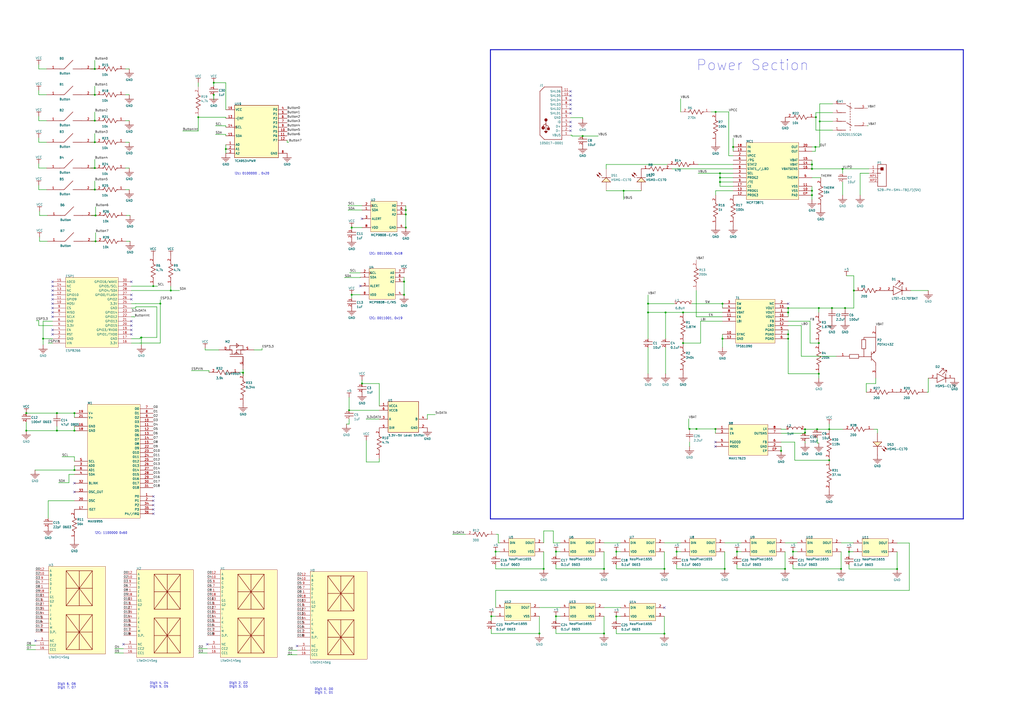
<source format=kicad_sch>
(kicad_sch (version 20211123) (generator eeschema)
  (paper "A2")
  (junction (at 492.5 320.069))
  (junction (at 55 82.489))
  (junction (at 82 195.769))
  (junction (at 55 54.989))
  (junction (at 55.44 124.989))
  (junction (at 234.4 170.989))
  (junction (at 357.5 357.569))
  (junction (at 417.66 105.569))
  (junction (at 419.1 196.469))
  (junction (at 415 248.829))
  (junction (at 415.12 64.929))
  (junction (at 473 85.249))
  (junction (at 287.5 319.989))
  (junction (at 474.98 199.009))
  (junction (at 495.3 168.529))
  (junction (at 210 222.489))
  (junction (at 482.6 178.689))
  (junction (at 457.2 196.469))
  (junction (at 55 39.989))
  (junction (at 419.1 176.149))
  (junction (at 93 176.129))
  (junction (at 131 86.449))
  (junction (at 25 196.469))
  (junction (at 385.4 329.989))
  (junction (at 124 54.989))
  (junction (at 467 248.989))
  (junction (at 425.28 85.249))
  (junction (at 481 266.989))
  (junction (at 141 216.209))
  (junction (at 404 248.829))
  (junction (at 315.4 329.989))
  (junction (at 427.5 319.989))
  (junction (at 474 248.989))
  (junction (at 417.66 100.489))
  (junction (at 471 97.949))
  (junction (at 33.02 249.809))
  (junction (at 396.24 199.009))
  (junction (at 99.06 168.529))
  (junction (at 375.92 176.149))
  (junction (at 471 95.409))
  (junction (at 417.66 103.029))
  (junction (at 43.18 249.809))
  (junction (at 234.4 163.369))
  (junction (at 455.4 329.989))
  (junction (at 235.4 121.829))
  (junction (at 285 357.489))
  (junction (at 420.4 329.989))
  (junction (at 55 69.989))
  (junction (at 473.28 67.989))
  (junction (at 55.44 139.989))
  (junction (at 460 319.989))
  (junction (at 322.5 357.489))
  (junction (at 357.5 319.989))
  (junction (at 33.02 239.649))
  (junction (at 88.9 165.989))
  (junction (at 400 248.829))
  (junction (at 457.2 193.929))
  (junction (at 15.24 249.809))
  (junction (at 474.98 216.789))
  (junction (at 350.4 367.489))
  (junction (at 467 250.909))
  (junction (at 386.08 181.229))
  (junction (at 520.4 330.069))
  (junction (at 457.2 181.229))
  (junction (at 471 110.649))
  (junction (at 457.2 178.689))
  (junction (at 488.78 97.949))
  (junction (at 474.98 178.689))
  (junction (at 453.1 261.529))
  (junction (at 322.5 319.989))
  (junction (at 396.24 181.229))
  (junction (at 124 47.989))
  (junction (at 204 131.989))
  (junction (at 43.18 239.649))
  (junction (at 350.4 329.989))
  (junction (at 471 113.189))
  (junction (at 202.5 237.989))
  (junction (at 375.92 181.229))
  (junction (at 361.78 110.649))
  (junction (at 204 170.989))
  (junction (at 475.5 70.409))
  (junction (at 43.18 272.669))
  (junction (at 481 248.989))
  (junction (at 338 78.909))
  (junction (at 392.5 319.989))
  (junction (at 312.9 367.489))
  (junction (at 487.9 329.989))
  (junction (at 15.24 239.649))
  (junction (at 235.4 131.989))
  (junction (at 385.4 367.569))
  (junction (at 55 97.489))
  (junction (at 235.4 124.369))
  (junction (at 115 67.989))
  (junction (at 55 109.989))
  (junction (at 490.22 178.689))
  (no_connect (at 457.2 176.149))
  (no_connect (at 331 63.149))
  (no_connect (at 88.9 295.529))
  (no_connect (at 30.48 181.229))
  (no_connect (at 331 55.529))
  (no_connect (at 331 58.069))
  (no_connect (at 89 297.989))
  (no_connect (at 30.48 171.069))
  (no_connect (at 209 165.909))
  (no_connect (at 415 258.989))
  (no_connect (at 30.48 168.529))
  (no_connect (at 172.32 374.729))
  (no_connect (at 210 126.909))
  (no_connect (at 30.48 193.929))
  (no_connect (at 43.18 280.289))
  (no_connect (at 76.2 188.849))
  (no_connect (at 30.48 165.989))
  (no_connect (at 331 75.849))
  (no_connect (at 20.58 371.729))
  (no_connect (at 89 287.989))
  (no_connect (at 30.48 176.149))
  (no_connect (at 88.9 292.989))
  (no_connect (at 30.48 178.689))
  (no_connect (at 331 65.689))
  (no_connect (at 43.18 285.369))
  (no_connect (at 331 60.609))
  (no_connect (at 415 256.449))
  (no_connect (at 71.62 373.729))
  (no_connect (at 30.48 183.769))
  (no_connect (at 331 52.989))
  (no_connect (at 331 73.309))
  (no_connect (at 76.2 186.309))
  (no_connect (at 385.4 352.489))
  (no_connect (at 331 70.769))
  (no_connect (at 76.2 193.929))
  (no_connect (at 30.48 173.609))
  (no_connect (at 120.2 373.729))
  (no_connect (at 30.48 163.449))
  (no_connect (at 30.48 191.389))
  (no_connect (at 76.2 173.609))
  (no_connect (at 76.2 163.449))
  (no_connect (at 76.2 191.389))
  (no_connect (at 88.9 290.449))
  (no_connect (at 76.2 171.069))
  (wire (pts (xy 252.5 240.489) (xy 247.94 240.489)) (stroke (width 0.254)))
  (wire (pts (xy 234.4 163.369) (xy 234.4 170.989)) (stroke (width 0.254)))
  (wire (pts (xy 52.94 124.989) (xy 55.44 124.989)) (stroke (width 0.254)))
  (wire (pts (xy 495.3 178.689) (xy 495.3 168.529)) (stroke (width 0.254)))
  (wire (pts (xy 30.48 199.009) (xy 28 199.009)) (stroke (width 0.254)))
  (wire (pts (xy 119 202.989) (xy 119 201.989)) (stroke (width 0.254)))
  (wire (pts (xy 453.1 258.989) (xy 453.1 261.529)) (stroke (width 0.254)))
  (wire (pts (xy 147.32 202.989) (xy 152 202.989)) (stroke (width 0.254)))
  (wire (pts (xy 22.5 109.989) (xy 22.5 107.489)) (stroke (width 0.254)))
  (polyline (pts (xy 284.48 300.989) (xy 558.8 300.989)) (stroke (width 0.508) (type solid)))
  (wire (pts (xy 321 307.989) (xy 321 314.909)) (stroke (width 0.254)))
  (wire (pts (xy 338 68.229) (xy 338 68.989)) (stroke (width 0.254)))
  (wire (pts (xy 204 170.989) (xy 204 172.909)) (stroke (width 0.254)))
  (wire (pts (xy 453.1 256.449) (xy 461 256.449)) (stroke (width 0.254)))
  (wire (pts (xy 75.44 139.989) (xy 73.22 139.989)) (stroke (width 0.254)))
  (wire (pts (xy 209 160.989) (xy 200 160.989)) (stroke (width 0.254)))
  (wire (pts (xy 473.28 67.989) (xy 473.28 65.329)) (stroke (width 0.254)))
  (wire (pts (xy 406.4 186.309) (xy 406.4 199.009)) (stroke (width 0.254)))
  (wire (pts (xy 475.5 60.249) (xy 483 60.249)) (stroke (width 0.254)))
  (wire (pts (xy 287.5 319.989) (xy 290 319.989)) (stroke (width 0.254)))
  (wire (pts (xy 471 95.409) (xy 471 97.949)) (stroke (width 0.254)))
  (wire (pts (xy 474.98 216.789) (xy 474.98 219.329)) (stroke (width 0.254)))
  (wire (pts (xy 55 54.989) (xy 55 49.989)) (stroke (width 0.254)))
  (wire (pts (xy 55 69.989) (xy 55 64.989)) (stroke (width 0.254)))
  (wire (pts (xy 399.5 248.829) (xy 400 248.829)) (stroke (width 0.254)))
  (wire (pts (xy 212.5 267.989) (xy 212.5 255.489)) (stroke (width 0.254)))
  (wire (pts (xy 141 216.209) (xy 141 217.989)) (stroke (width 0.254)))
  (wire (pts (xy 406.4 199.009) (xy 396.24 199.009)) (stroke (width 0.254)))
  (wire (pts (xy 457.2 178.689) (xy 474.98 178.689)) (stroke (width 0.254)))
  (wire (pts (xy 425.28 100.489) (xy 417.66 100.489)) (stroke (width 0.254)))
  (wire (pts (xy 322.5 327.489) (xy 322.5 329.989)) (stroke (width 0.254)))
  (wire (pts (xy 422.74 90.329) (xy 422.74 64.929)) (stroke (width 0.254)))
  (wire (pts (xy 172.32 377.269) (xy 167.24 377.269)) (stroke (width 0.254)))
  (wire (pts (xy 419.1 196.469) (xy 419.1 201.549)) (stroke (width 0.254)))
  (wire (pts (xy 27.06 69.989) (xy 22.5 69.989)) (stroke (width 0.254)))
  (wire (pts (xy 124 57.989) (xy 124 54.989)) (stroke (width 0.254)))
  (wire (pts (xy 528.32 168.529) (xy 538.48 168.529)) (stroke (width 0.254)))
  (wire (pts (xy 235.4 119.289) (xy 235.4 121.829)) (stroke (width 0.254)))
  (wire (pts (xy 425.28 108.109) (xy 417.66 108.109)) (stroke (width 0.254)))
  (wire (pts (xy 453.1 248.989) (xy 453.1 248.829)) (stroke (width 0.254)))
  (wire (pts (xy 209 160.829) (xy 209 160.989)) (stroke (width 0.254)))
  (wire (pts (xy 471 92.869) (xy 471 95.409)) (stroke (width 0.254)))
  (wire (pts (xy 473 85.249) (xy 471 85.249)) (stroke (width 0.254)))
  (wire (pts (xy 386.08 181.229) (xy 375.92 181.229)) (stroke (width 0.254)))
  (wire (pts (xy 471 97.949) (xy 488.78 97.949)) (stroke (width 0.254)))
  (wire (pts (xy 220 267.989) (xy 212.5 267.989)) (stroke (width 0.254)))
  (wire (pts (xy 75 109.989) (xy 72.78 109.989)) (stroke (width 0.254)))
  (wire (pts (xy 43.18 247.269) (xy 43.18 249.809)) (stroke (width 0.254)))
  (wire (pts (xy 88.9 165.989) (xy 91.44 165.989)) (stroke (width 0.254)))
  (wire (pts (xy 166.56 82.489) (xy 166.56 81.369)) (stroke (width 0.254)))
  (wire (pts (xy 457.2 188.849) (xy 464.82 188.849)) (stroke (width 0.254)))
  (wire (pts (xy 389.72 97.949) (xy 425.28 97.949)) (stroke (width 0.254)))
  (wire (pts (xy 33.02 247.269) (xy 33.02 249.809)) (stroke (width 0.254)))
  (wire (pts (xy 22.94 124.989) (xy 22.94 122.489)) (stroke (width 0.254)))
  (wire (pts (xy 392.5 319.989) (xy 395 319.989)) (stroke (width 0.254)))
  (wire (pts (xy 400 248.829) (xy 404 248.829)) (stroke (width 0.254)))
  (wire (pts (xy 125 72.989) (xy 131 72.989)) (stroke (width 0.254)))
  (wire (pts (xy 361.78 110.649) (xy 371.94 110.649)) (stroke (width 0.254)))
  (wire (pts (xy 350.4 367.489) (xy 350.4 357.489)) (stroke (width 0.254)))
  (wire (pts (xy 331 68.229) (xy 338 68.229)) (stroke (width 0.254)))
  (wire (pts (xy 375.92 216.789) (xy 375.92 201.549)) (stroke (width 0.254)))
  (wire (pts (xy 498.94 100.489) (xy 498.94 113.189)) (stroke (width 0.254)))
  (wire (pts (xy 422.74 64.929) (xy 415.12 64.929)) (stroke (width 0.254)))
  (wire (pts (xy 220 238.029) (xy 202.5 238.029)) (stroke (width 0.254)))
  (wire (pts (xy 474.98 178.689) (xy 474.98 181.229)) (stroke (width 0.254)))
  (wire (pts (xy 322.5 319.989) (xy 325 319.989)) (stroke (width 0.254)))
  (wire (pts (xy 202.5 243.069) (xy 202.5 245.989)) (stroke (width 0.254)))
  (wire (pts (xy 508 219.329) (xy 508 222.489)) (stroke (width 0.254)))
  (wire (pts (xy 453.1 251.369) (xy 467 251.369)) (stroke (width 0.254)))
  (wire (pts (xy 287.5 329.989) (xy 315.4 329.989)) (stroke (width 0.254)))
  (wire (pts (xy 427.5 319.989) (xy 430 319.989)) (stroke (width 0.254)))
  (wire (pts (xy 357.5 365.069) (xy 357.5 367.569)) (stroke (width 0.254)))
  (wire (pts (xy 322.5 329.989) (xy 350.4 329.989)) (stroke (width 0.254)))
  (wire (pts (xy 471 113.189) (xy 471 115.729)) (stroke (width 0.254)))
  (wire (pts (xy 474 256.989) (xy 475 256.989)) (stroke (width 0.254)))
  (wire (pts (xy 357.5 329.989) (xy 385.4 329.989)) (stroke (width 0.254)))
  (wire (pts (xy 20.58 376.809) (xy 15.5 376.809)) (stroke (width 0.254)))
  (wire (pts (xy 392.5 329.989) (xy 420.4 329.989)) (stroke (width 0.254)))
  (wire (pts (xy 15.24 249.809) (xy 15.24 244.729)) (stroke (width 0.254)))
  (wire (pts (xy 386.08 181.229) (xy 386.08 196.469)) (stroke (width 0.254)))
  (wire (pts (xy 210 220.489) (xy 210 222.489)) (stroke (width 0.254)))
  (wire (pts (xy 285 367.489) (xy 312.9 367.489)) (stroke (width 0.254)))
  (wire (pts (xy 415 251.369) (xy 415 248.829)) (stroke (width 0.254)))
  (wire (pts (xy 247.94 240.489) (xy 247.94 243.109)) (stroke (width 0.254)))
  (wire (pts (xy 474 254.069) (xy 474 256.989)) (stroke (width 0.254)))
  (wire (pts (xy 209 158.289) (xy 203 158.289)) (stroke (width 0.254)))
  (wire (pts (xy 22.5 82.489) (xy 22.5 79.989)) (stroke (width 0.254)))
  (wire (pts (xy 460 319.989) (xy 460 322.409)) (stroke (width 0.254)))
  (wire (pts (xy 81.28 198.989) (xy 93 198.989)) (stroke (width 0.254)))
  (wire (pts (xy 467 256.989) (xy 467 255.989)) (stroke (width 0.254)))
  (wire (pts (xy 140.7 215.989) (xy 140.7 216.209)) (stroke (width 0.254)))
  (wire (pts (xy 52.94 139.989) (xy 55.44 139.989)) (stroke (width 0.254)))
  (wire (pts (xy 125 77.989) (xy 131 77.989)) (stroke (width 0.254)))
  (wire (pts (xy 509 248.989) (xy 509 251.289)) (stroke (width 0.254)))
  (wire (pts (xy 475.5 70.409) (xy 483 70.409)) (stroke (width 0.254)))
  (wire (pts (xy 492.5 330.069) (xy 520.4 330.069)) (stroke (width 0.254)))
  (wire (pts (xy 22.94 139.989) (xy 22.94 137.489)) (stroke (width 0.254)))
  (wire (pts (xy 396.24 181.229) (xy 386.08 181.229)) (stroke (width 0.254)))
  (wire (pts (xy 99.06 168.529) (xy 99.06 165.989)) (stroke (width 0.254)))
  (wire (pts (xy 82 195.769) (xy 82 199.989)) (stroke (width 0.254)))
  (wire (pts (xy 520.4 314.989) (xy 527.5 314.989)) (stroke (width 0.254)))
  (wire (pts (xy 115 47.989) (xy 115 50.209)) (stroke (width 0.254)))
  (wire (pts (xy 375.92 181.229) (xy 375.92 196.469)) (stroke (width 0.254)))
  (wire (pts (xy 481 248.989) (xy 481 245.989)) (stroke (width 0.254)))
  (wire (pts (xy 331.78 78.389) (xy 331.78 78.909)) (stroke (width 0.254)))
  (wire (pts (xy 27.94 290.449) (xy 27.94 300.609)) (stroke (width 0.254)))
  (wire (pts (xy 488.78 113.189) (xy 488.78 105.569)) (stroke (width 0.254)))
  (wire (pts (xy 220 243.109) (xy 212.5 243.109)) (stroke (width 0.254)))
  (wire (pts (xy 22.5 185.989) (xy 21 185.989)) (stroke (width 0.254)))
  (polyline (pts (xy 558.8 28.829) (xy 558.8 300.989)) (stroke (width 0.508) (type solid)))
  (wire (pts (xy 139 215.989) (xy 140.7 215.989)) (stroke (width 0.254)))
  (wire (pts (xy 427.5 319.989) (xy 427.5 322.409)) (stroke (width 0.254)))
  (wire (pts (xy 209 170.989) (xy 204 170.989)) (stroke (width 0.254)))
  (wire (pts (xy 487.9 314.909) (xy 495 314.909)) (stroke (width 0.254)))
  (wire (pts (xy 427.5 329.989) (xy 455.4 329.989)) (stroke (width 0.254)))
  (wire (pts (xy 289 309.989) (xy 287.78 309.989)) (stroke (width 0.254)))
  (wire (pts (xy 210 121.829) (xy 202 121.829)) (stroke (width 0.254)))
  (wire (pts (xy 419.1 176.149) (xy 401.32 176.149)) (stroke (width 0.254)))
  (wire (pts (xy 167.5 82.489) (xy 166.56 82.489)) (stroke (width 0.254)))
  (wire (pts (xy 91 177.989) (xy 78.74 177.989)) (stroke (width 0.254)))
  (wire (pts (xy 483 75.489) (xy 473.28 75.489)) (stroke (width 0.254)))
  (wire (pts (xy 375.92 176.149) (xy 375.92 171.069)) (stroke (width 0.254)))
  (wire (pts (xy 78.74 177.989) (xy 78.74 178.689)) (stroke (width 0.254)))
  (wire (pts (xy 357.5 319.989) (xy 357.5 322.409)) (stroke (width 0.254)))
  (wire (pts (xy 93 176.129) (xy 93 173.989)) (stroke (width 0.254)))
  (wire (pts (xy 75 39.989) (xy 72.78 39.989)) (stroke (width 0.254)))
  (wire (pts (xy 121.22 215.989) (xy 121.22 214.989)) (stroke (width 0.254)))
  (wire (pts (xy 43.18 272.669) (xy 20.32 272.669)) (stroke (width 0.254)))
  (wire (pts (xy 471 87.789) (xy 473 87.789)) (stroke (width 0.254)))
  (wire (pts (xy 71.62 376.269) (xy 66.54 376.269)) (stroke (width 0.254)))
  (wire (pts (xy 20.58 374.269) (xy 15.5 374.269)) (stroke (width 0.254)))
  (wire (pts (xy 417.66 108.109) (xy 417.66 105.569)) (stroke (width 0.254)))
  (wire (pts (xy 427.5 327.489) (xy 427.5 329.989)) (stroke (width 0.254)))
  (wire (pts (xy 404.96 95.409) (xy 425.28 95.409)) (stroke (width 0.254)))
  (wire (pts (xy 457.2 193.929) (xy 457.2 196.469)) (stroke (width 0.254)))
  (wire (pts (xy 467 251.369) (xy 467 250.909)) (stroke (width 0.254)))
  (wire (pts (xy 403.86 183.769) (xy 403.86 168.529)) (stroke (width 0.254)))
  (wire (pts (xy 131 77.989) (xy 131 78.829)) (stroke (width 0.254)))
  (wire (pts (xy 43.18 290.449) (xy 27.94 290.449)) (stroke (width 0.254)))
  (wire (pts (xy 141 214.419) (xy 140.97 214.419)) (stroke (width 0.254)))
  (wire (pts (xy 419.1 183.769) (xy 403.86 183.769)) (stroke (width 0.254)))
  (wire (pts (xy 386.08 216.789) (xy 386.08 201.549)) (stroke (width 0.254)))
  (wire (pts (xy 167 379.809) (xy 167 379.989)) (stroke (width 0.254)))
  (wire (pts (xy 474 248.989) (xy 481 248.989)) (stroke (width 0.254)))
  (wire (pts (xy 106 75.989) (xy 115 75.989)) (stroke (width 0.254)))
  (wire (pts (xy 482.6 178.689) (xy 490.22 178.689)) (stroke (width 0.254)))
  (wire (pts (xy 461 256.449) (xy 461 266.989)) (stroke (width 0.254)))
  (wire (pts (xy 467 248.989) (xy 474 248.989)) (stroke (width 0.254)))
  (wire (pts (xy 473.28 65.329) (xy 483 65.329)) (stroke (width 0.254)))
  (wire (pts (xy 467 248.989) (xy 466.16 248.989)) (stroke (width 0.254)))
  (wire (pts (xy 285 364.989) (xy 285 367.489)) (stroke (width 0.254)))
  (wire (pts (xy 115 75.989) (xy 115 67.989)) (stroke (width 0.254)))
  (wire (pts (xy 202 121.829) (xy 202 121.989)) (stroke (width 0.254)))
  (wire (pts (xy 78 183.989) (xy 78 183.769)) (stroke (width 0.254)))
  (wire (pts (xy 52.5 82.489) (xy 55 82.489)) (stroke (width 0.254)))
  (wire (pts (xy 385.4 314.909) (xy 395 314.909)) (stroke (width 0.254)))
  (wire (pts (xy 460 329.989) (xy 487.9 329.989)) (stroke (width 0.254)))
  (wire (pts (xy 52.5 109.989) (xy 55 109.989)) (stroke (width 0.254)))
  (wire (pts (xy 210 131.989) (xy 204 131.989)) (stroke (width 0.254)))
  (wire (pts (xy 506.78 248.989) (xy 509 248.989)) (stroke (width 0.254)))
  (wire (pts (xy 22.5 188.849) (xy 22.5 185.989)) (stroke (width 0.254)))
  (wire (pts (xy 415.12 64.929) (xy 412.58 64.929)) (stroke (width 0.254)))
  (wire (pts (xy 289 314.909) (xy 289 309.989)) (stroke (width 0.254)))
  (wire (pts (xy 502.5 222.489) (xy 502.5 227.489)) (stroke (width 0.254)))
  (wire (pts (xy 315.4 307.989) (xy 321 307.989)) (stroke (width 0.254)))
  (wire (pts (xy 322.5 357.489) (xy 325 357.489)) (stroke (width 0.254)))
  (polyline (pts (xy 284.48 300.989) (xy 284.48 28.829)) (stroke (width 0.508) (type solid)))
  (wire (pts (xy 455.4 314.909) (xy 462.5 314.909)) (stroke (width 0.254)))
  (wire (pts (xy 30.48 188.849) (xy 22.5 188.849)) (stroke (width 0.254)))
  (wire (pts (xy 82 195.769) (xy 91 195.769)) (stroke (width 0.254)))
  (wire (pts (xy 419.1 186.309) (xy 406.4 186.309)) (stroke (width 0.254)))
  (wire (pts (xy 43.18 275.209) (xy 40 275.209)) (stroke (width 0.254)))
  (wire (pts (xy 461 266.989) (xy 481 266.989)) (stroke (width 0.254)))
  (wire (pts (xy 78.74 176.129) (xy 78.74 176.149)) (stroke (width 0.254)))
  (wire (pts (xy 71.62 378.809) (xy 66.54 378.809)) (stroke (width 0.254)))
  (wire (pts (xy 78.74 178.689) (xy 76.2 178.689)) (stroke (width 0.254)))
  (wire (pts (xy 33.02 249.809) (xy 15.24 249.809)) (stroke (width 0.254)))
  (wire (pts (xy 315.4 329.989) (xy 315.4 319.989)) (stroke (width 0.254)))
  (wire (pts (xy 76.2 196.469) (xy 81.28 196.469)) (stroke (width 0.254)))
  (wire (pts (xy 27.5 139.989) (xy 22.94 139.989)) (stroke (width 0.254)))
  (wire (pts (xy 475.5 85.249) (xy 475.5 70.409)) (stroke (width 0.254)))
  (wire (pts (xy 22.5 97.489) (xy 22.5 94.989)) (stroke (width 0.254)))
  (wire (pts (xy 202.5 245.989) (xy 201 245.989)) (stroke (width 0.254)))
  (wire (pts (xy 78 183.769) (xy 76.2 183.769)) (stroke (width 0.254)))
  (wire (pts (xy 99.06 168.529) (xy 104.14 168.529)) (stroke (width 0.254)))
  (wire (pts (xy 357.5 319.989) (xy 360 319.989)) (stroke (width 0.254)))
  (wire (pts (xy 473.28 75.489) (xy 473.28 67.989)) (stroke (width 0.254)))
  (wire (pts (xy 375.92 181.229) (xy 375.92 176.149)) (stroke (width 0.254)))
  (wire (pts (xy 30.48 186.309) (xy 25 186.309)) (stroke (width 0.254)))
  (wire (pts (xy 457.2 191.389) (xy 457.2 193.929)) (stroke (width 0.254)))
  (wire (pts (xy 120.2 378.809) (xy 115.12 378.809)) (stroke (width 0.254)))
  (wire (pts (xy 204 131.989) (xy 204 132.989)) (stroke (width 0.254)))
  (wire (pts (xy 460 327.489) (xy 460 329.989)) (stroke (width 0.254)))
  (wire (pts (xy 131 63.589) (xy 131 47.989)) (stroke (width 0.254)))
  (wire (pts (xy 43.18 264.989) (xy 36 264.989)) (stroke (width 0.254)))
  (wire (pts (xy 400 256.449) (xy 400 258.989)) (stroke (width 0.254)))
  (wire (pts (xy 285 357.489) (xy 285 359.909)) (stroke (width 0.254)))
  (wire (pts (xy 52.5 69.989) (xy 55 69.989)) (stroke (width 0.254)))
  (wire (pts (xy 285 357.489) (xy 287.5 357.489)) (stroke (width 0.254)))
  (wire (pts (xy 115 67.989) (xy 131 67.989)) (stroke (width 0.254)))
  (wire (pts (xy 415 248.829) (xy 404 248.829)) (stroke (width 0.254)))
  (wire (pts (xy 455.4 329.989) (xy 455.4 319.989)) (stroke (width 0.254)))
  (wire (pts (xy 420.4 329.989) (xy 420.4 319.989)) (stroke (width 0.254)))
  (wire (pts (xy 481 248.989) (xy 481 249.209)) (stroke (width 0.254)))
  (wire (pts (xy 52.5 39.989) (xy 55 39.989)) (stroke (width 0.254)))
  (wire (pts (xy 469.9 186.309) (xy 469.9 199.009)) (stroke (width 0.254)))
  (wire (pts (xy 25 196.469) (xy 25 199.989)) (stroke (width 0.254)))
  (wire (pts (xy 420.4 314.909) (xy 430 314.909)) (stroke (width 0.254)))
  (wire (pts (xy 417.66 105.569) (xy 425.28 105.569)) (stroke (width 0.254)))
  (wire (pts (xy 338 78.909) (xy 347.02 78.909)) (stroke (width 0.254)))
  (wire (pts (xy 52.5 97.489) (xy 55 97.489)) (stroke (width 0.254)))
  (wire (pts (xy 457.2 181.229) (xy 457.2 178.689)) (stroke (width 0.254)))
  (wire (pts (xy 322.5 319.989) (xy 322.5 322.409)) (stroke (width 0.254)))
  (wire (pts (xy 460 319.989) (xy 462.5 319.989)) (stroke (width 0.254)))
  (wire (pts (xy 419.1 181.229) (xy 396.24 181.229)) (stroke (width 0.254)))
  (wire (pts (xy 131 88.989) (xy 131 86.449)) (stroke (width 0.254)))
  (wire (pts (xy 81.28 199.009) (xy 81.28 198.989)) (stroke (width 0.254)))
  (wire (pts (xy 43.18 267.589) (xy 43.18 264.989)) (stroke (width 0.254)))
  (wire (pts (xy 212.5 243.109) (xy 212.5 242.989)) (stroke (width 0.254)))
  (wire (pts (xy 172.32 379.809) (xy 167 379.809)) (stroke (width 0.254)))
  (wire (pts (xy 27.5 124.989) (xy 22.94 124.989)) (stroke (width 0.254)))
  (wire (pts (xy 30.48 196.469) (xy 25 196.469)) (stroke (width 0.254)))
  (wire (pts (xy 321 314.909) (xy 325 314.909)) (stroke (width 0.254)))
  (wire (pts (xy 75 69.989) (xy 72.78 69.989)) (stroke (width 0.254)))
  (wire (pts (xy 312.9 367.489) (xy 312.9 357.489)) (stroke (width 0.254)))
  (wire (pts (xy 27.06 109.989) (xy 22.5 109.989)) (stroke (width 0.254)))
  (wire (pts (xy 351.62 97.949) (xy 351.62 95.409)) (stroke (width 0.254)))
  (wire (pts (xy 361.78 110.649) (xy 361.78 115.729)) (stroke (width 0.254)))
  (wire (pts (xy 467 250.909) (xy 467 248.989)) (stroke (width 0.254)))
  (wire (pts (xy 419.1 178.689) (xy 419.1 176.149)) (stroke (width 0.254)))
  (wire (pts (xy 22.5 54.989) (xy 22.5 52.489)) (stroke (width 0.254)))
  (wire (pts (xy 508 222.489) (xy 502.5 222.489)) (stroke (width 0.254)))
  (wire (pts (xy 357.5 357.569) (xy 360 357.569)) (stroke (width 0.254)))
  (wire (pts (xy 235.4 131.989) (xy 235.4 124.369)) (stroke (width 0.254)))
  (wire (pts (xy 75 97.489) (xy 72.78 97.489)) (stroke (width 0.254)))
  (wire (pts (xy 131 67.989) (xy 131 68.669)) (stroke (width 0.254)))
  (wire (pts (xy 78.74 176.149) (xy 76.2 176.149)) (stroke (width 0.254)))
  (wire (pts (xy 385.4 329.989) (xy 385.4 319.989)) (stroke (width 0.254)))
  (wire (pts (xy 392.5 319.989) (xy 392.5 322.409)) (stroke (width 0.254)))
  (wire (pts (xy 33.02 239.649) (xy 43.18 239.649)) (stroke (width 0.254)))
  (wire (pts (xy 220 265.969) (xy 220 267.989)) (stroke (width 0.254)))
  (wire (pts (xy 391.16 176.149) (xy 375.92 176.149)) (stroke (width 0.254)))
  (wire (pts (xy 131 47.989) (xy 124 47.989)) (stroke (width 0.254)))
  (wire (pts (xy 471 103.029) (xy 476.08 103.029)) (stroke (width 0.254)))
  (wire (pts (xy 81.28 195.769) (xy 82 195.769)) (stroke (width 0.254)))
  (wire (pts (xy 287.5 319.989) (xy 287.5 322.409)) (stroke (width 0.254)))
  (wire (pts (xy 425.28 85.249) (xy 425.28 80.169)) (stroke (width 0.254)))
  (wire (pts (xy 520.28 227.489) (xy 520 227.489)) (stroke (width 0.254)))
  (wire (pts (xy 203 158.289) (xy 203 157.989)) (stroke (width 0.254)))
  (wire (pts (xy 492.5 320.069) (xy 495 320.069)) (stroke (width 0.254)))
  (wire (pts (xy 55 109.989) (xy 55 104.989)) (stroke (width 0.254)))
  (wire (pts (xy 464.82 206.629) (xy 485.14 206.629)) (stroke (width 0.254)))
  (wire (pts (xy 22.5 69.989) (xy 22.5 67.489)) (stroke (width 0.254)))
  (wire (pts (xy 270 309.989) (xy 262.5 309.989)) (stroke (width 0.254)))
  (wire (pts (xy 385.4 367.569) (xy 385.4 357.569)) (stroke (width 0.254)))
  (wire (pts (xy 471 108.109) (xy 471 110.649)) (stroke (width 0.254)))
  (wire (pts (xy 40 279.989) (xy 34 279.989)) (stroke (width 0.254)))
  (polyline (pts (xy 558.8 28.829) (xy 284.48 28.829)) (stroke (width 0.508) (type solid)))
  (wire (pts (xy 488.78 97.949) (xy 488.78 100.489)) (stroke (width 0.254)))
  (wire (pts (xy 425.28 103.029) (xy 417.66 103.029)) (stroke (width 0.254)))
  (wire (pts (xy 287.5 327.489) (xy 287.5 329.989)) (stroke (width 0.254)))
  (wire (pts (xy 202 119.289) (xy 202 118.989)) (stroke (width 0.254)))
  (wire (pts (xy 91 195.769) (xy 91 177.989)) (stroke (width 0.254)))
  (wire (pts (xy 490.22 178.689) (xy 495.3 178.689)) (stroke (width 0.254)))
  (wire (pts (xy 312.9 352.409) (xy 325 352.409)) (stroke (width 0.254)))
  (wire (pts (xy 527.5 342.489) (xy 287.5 342.489)) (stroke (width 0.254)))
  (wire (pts (xy 538.48 219.329) (xy 538.48 227.489)) (stroke (width 0.254)))
  (wire (pts (xy 488.78 97.949) (xy 504.02 97.949)) (stroke (width 0.254)))
  (wire (pts (xy 394.8 57.309) (xy 394.8 64.929)) (stroke (width 0.254)))
  (wire (pts (xy 415.12 110.649) (xy 415.12 113.189)) (stroke (width 0.254)))
  (wire (pts (xy 457.2 186.309) (xy 469.9 186.309)) (stroke (width 0.254)))
  (wire (pts (xy 495 314.909) (xy 495 314.989)) (stroke (width 0.254)))
  (wire (pts (xy 425.28 87.789) (xy 425.28 85.249)) (stroke (width 0.254)))
  (wire (pts (xy 457.2 196.469) (xy 457.2 216.789)) (stroke (width 0.254)))
  (wire (pts (xy 503.32 72.909) (xy 503.32 72.949)) (stroke (width 0.254)))
  (wire (pts (xy 322.5 364.989) (xy 322.5 367.489)) (stroke (width 0.254)))
  (wire (pts (xy 350.4 352.409) (xy 360 352.409)) (stroke (width 0.254)))
  (wire (pts (xy 527.5 314.989) (xy 527.5 342.489)) (stroke (width 0.254)))
  (wire (pts (xy 503.64 72.909) (xy 503.32 72.909)) (stroke (width 0.254)))
  (wire (pts (xy 131 72.989) (xy 131 73.749)) (stroke (width 0.254)))
  (wire (pts (xy 40 275.209) (xy 40 279.989)) (stroke (width 0.254)))
  (wire (pts (xy 457.2 183.769) (xy 457.2 181.229)) (stroke (width 0.254)))
  (wire (pts (xy 487.9 329.989) (xy 487.9 319.989)) (stroke (width 0.254)))
  (wire (pts (xy 357.5 327.489) (xy 357.5 329.989)) (stroke (width 0.254)))
  (wire (pts (xy 152 202.989) (xy 152 201.989)) (stroke (width 0.254)))
  (wire (pts (xy 75 54.989) (xy 72.78 54.989)) (stroke (width 0.254)))
  (wire (pts (xy 210 222.489) (xy 220 222.489)) (stroke (width 0.254)))
  (wire (pts (xy 473 87.789) (xy 473 85.249)) (stroke (width 0.254)))
  (wire (pts (xy 140.7 216.209) (xy 141 216.209)) (stroke (width 0.254)))
  (wire (pts (xy 43.18 270.129) (xy 43.18 272.669)) (stroke (width 0.254)))
  (wire (pts (xy 351.62 110.649) (xy 361.78 110.649)) (stroke (width 0.254)))
  (wire (pts (xy 52.5 54.989) (xy 55 54.989)) (stroke (width 0.254)))
  (wire (pts (xy 202.5 237.989) (xy 202.5 230.489)) (stroke (width 0.254)))
  (wire (pts (xy 425.28 110.649) (xy 415.12 110.649)) (stroke (width 0.254)))
  (wire (pts (xy 81.28 196.469) (xy 81.28 195.769)) (stroke (width 0.254)))
  (wire (pts (xy 22.5 39.989) (xy 22.5 37.489)) (stroke (width 0.254)))
  (wire (pts (xy 492.5 320.069) (xy 492.5 322.489)) (stroke (width 0.254)))
  (wire (pts (xy 121.22 214.989) (xy 111 214.989)) (stroke (width 0.254)))
  (wire (pts (xy 93 198.989) (xy 93 176.129)) (stroke (width 0.254)))
  (wire (pts (xy 464.82 188.849) (xy 464.82 206.629)) (stroke (width 0.254)))
  (wire (pts (xy 120.2 376.269) (xy 115.12 376.269)) (stroke (width 0.254)))
  (wire (pts (xy 234.4 160.829) (xy 234.4 163.369)) (stroke (width 0.254)))
  (wire (pts (xy 131 86.449) (xy 131 83.909)) (stroke (width 0.254)))
  (wire (pts (xy 141 216.209) (xy 141 214.419)) (stroke (width 0.254)))
  (wire (pts (xy 220 222.489) (xy 220 235.489)) (stroke (width 0.254)))
  (wire (pts (xy 15.24 239.649) (xy 33.02 239.649)) (stroke (width 0.254)))
  (wire (pts (xy 357.5 357.569) (xy 357.5 359.989)) (stroke (width 0.254)))
  (wire (pts (xy 473 85.249) (xy 475.5 85.249)) (stroke (width 0.254)))
  (wire (pts (xy 315.4 314.909) (xy 315.4 307.989)) (stroke (width 0.254)))
  (wire (pts (xy 419.1 193.929) (xy 419.1 196.469)) (stroke (width 0.254)))
  (wire (pts (xy 538.48 227.489) (xy 537.78 227.489)) (stroke (width 0.254)))
  (wire (pts (xy 290 314.909) (xy 289 314.909)) (stroke (width 0.254)))
  (wire (pts (xy 210 119.289) (xy 202 119.289)) (stroke (width 0.254)))
  (wire (pts (xy 495.3 168.529) (xy 495.3 159.989)) (stroke (width 0.254)))
  (wire (pts (xy 350.4 329.989) (xy 350.4 319.989)) (stroke (width 0.254)))
  (wire (pts (xy 55.44 124.989) (xy 55.44 119.989)) (stroke (width 0.254)))
  (wire (pts (xy 425.28 90.329) (xy 422.74 90.329)) (stroke (width 0.254)))
  (wire (pts (xy 75 82.489) (xy 72.78 82.489)) (stroke (width 0.254)))
  (wire (pts (xy 25 186.309) (xy 25 196.469)) (stroke (width 0.254)))
  (wire (pts (xy 456 248.989) (xy 453.1 248.989)) (stroke (width 0.254)))
  (wire (pts (xy 202.5 238.029) (xy 202.5 237.989)) (stroke (width 0.254)))
  (wire (pts (xy 417.66 100.489) (xy 417.66 103.029)) (stroke (width 0.254)))
  (wire (pts (xy 76.2 168.529) (xy 99.06 168.529)) (stroke (width 0.254)))
  (wire (pts (xy 417.66 100.489) (xy 404.96 100.489)) (stroke (width 0.254)))
  (wire (pts (xy 93 176.129) (xy 78.74 176.129)) (stroke (width 0.254)))
  (wire (pts (xy 124 49.909) (xy 124 47.989)) (stroke (width 0.254)))
  (wire (pts (xy 43.18 239.649) (xy 43.18 242.189)) (stroke (width 0.254)))
  (wire (pts (xy 27.06 39.989) (xy 22.5 39.989)) (stroke (width 0.254)))
  (wire (pts (xy 27.06 54.989) (xy 22.5 54.989)) (stroke (width 0.254)))
  (wire (pts (xy 28 199.009) (xy 28 198.989)) (stroke (width 0.254)))
  (wire (pts (xy 75.44 124.989) (xy 73.22 124.989)) (stroke (width 0.254)))
  (wire (pts (xy 76.2 165.989) (xy 88.9 165.989)) (stroke (width 0.254)))
  (wire (pts (xy 55.44 139.989) (xy 55.44 134.989)) (stroke (width 0.254)))
  (wire (pts (xy 200 160.989) (xy 200 161.149)) (stroke (width 0.254)))
  (wire (pts (xy 474.98 178.689) (xy 482.6 178.689)) (stroke (width 0.254)))
  (wire (pts (xy 417.66 103.029) (xy 417.66 105.569)) (stroke (width 0.254)))
  (wire (pts (xy 357.5 367.569) (xy 385.4 367.569)) (stroke (width 0.254)))
  (wire (pts (xy 457.2 216.789) (xy 474.98 216.789)) (stroke (width 0.254)))
  (wire (pts (xy 287.5 342.489) (xy 287.5 352.409)) (stroke (width 0.254)))
  (wire (pts (xy 471 110.649) (xy 471 113.189)) (stroke (width 0.254)))
  (wire (pts (xy 469.9 199.009) (xy 474.98 199.009)) (stroke (width 0.254)))
  (wire (pts (xy 360 352.409) (xy 360 352.489)) (stroke (width 0.254)))
  (wire (pts (xy 475.5 70.409) (xy 475.5 60.249)) (stroke (width 0.254)))
  (wire (pts (xy 43.18 249.809) (xy 33.02 249.809)) (stroke (width 0.254)))
  (wire (pts (xy 404 248.829) (xy 404 248.909)) (stroke (width 0.254)))
  (wire (pts (xy 351.62 95.409) (xy 387.18 95.409)) (stroke (width 0.254)))
  (wire (pts (xy 504.02 100.489) (xy 498.94 100.489)) (stroke (width 0.254)))
  (wire (pts (xy 520.4 330.069) (xy 520.4 320.069)) (stroke (width 0.254)))
  (wire (pts (xy 322.5 367.489) (xy 350.4 367.489)) (stroke (width 0.254)))
  (wire (pts (xy 322.5 357.489) (xy 322.5 359.909)) (stroke (width 0.254)))
  (wire (pts (xy 55 97.489) (xy 55 92.489)) (stroke (width 0.254)))
  (wire (pts (xy 331 78.389) (xy 331.78 78.389)) (stroke (width 0.254)))
  (wire (pts (xy 55 39.989) (xy 55 34.989)) (stroke (width 0.254)))
  (wire (pts (xy 55 82.489) (xy 55 77.489)) (stroke (width 0.254)))
  (wire (pts (xy 27.06 82.489) (xy 22.5 82.489)) (stroke (width 0.254)))
  (wire (pts (xy 495.3 159.989) (xy 491 159.989)) (stroke (width 0.254)))
  (wire (pts (xy 350.4 314.909) (xy 360 314.909)) (stroke (width 0.254)))
  (wire (pts (xy 127 202.989) (xy 119 202.989)) (stroke (width 0.254)))
  (wire (pts (xy 235.4 124.369) (xy 235.4 121.829)) (stroke (width 0.254)))
  (wire (pts (xy 331.78 78.909) (xy 338 78.909)) (stroke (width 0.254)))
  (wire (pts (xy 492.5 327.569) (xy 492.5 330.069)) (stroke (width 0.254)))
  (wire (pts (xy 392.5 327.489) (xy 392.5 329.989)) (stroke (width 0.254)))
  (wire (pts (xy 481 248.989) (xy 489 248.989)) (stroke (width 0.254)))
  (wire (pts (xy 76.2 199.009) (xy 81.28 199.009)) (stroke (width 0.254)))
  (wire (pts (xy 399.5 242.989) (xy 399.5 248.829)) (stroke (width 0.254)))
  (wire (pts (xy 27.06 97.489) (xy 22.5 97.489)) (stroke (width 0.254)))
  (text "i2c: 0100000 , 0x20" (at 136 101.489 0) (effects (font (size 1.27 1.27)) (justify left bottom)))
  (text "Digit 0, O0\nDigit 1, O1" (at 182.48 402.669 0) (effects (font (size 1.27 1.27)) (justify left bottom)))
  (text "Power Section" (at 403.86 41.529 180) (effects (font (size 6.096 6.096)) (justify left bottom)))
  (text "Digit 2, O2\nDigit 3, O3" (at 132.9 399.129 0) (effects (font (size 1.27 1.27)) (justify left bottom)))
  (text "i2C: 1100000 0x60" (at 55 309.989 0) (effects (font (size 1.27 1.27)) (justify left bottom)))
  (text "Digit 4, O4\nDigit 5, O5" (at 86.86 399.129 0) (effects (font (size 1.27 1.27)) (justify left bottom)))
  (text "i2C: 0011000, 0x18" (at 214 147.989 0) (effects (font (size 1.27 1.27)) (justify left bottom)))
  (text "i2C: 0011001, 0x19" (at 214 185.489 0) (effects (font (size 1.27 1.27)) (justify left bottom)))
  (text "Digit 6, O6\nDigit 7, O7" (at 33.28 399.669 0) (effects (font (size 1.27 1.27)) (justify left bottom)))
  (label "O13" (at 88.9 270.129 0))
  (label "Button2" (at 166.56 68.669 0))
  (label "ButtonInt" (at 78 183.989 0))
  (label "O16" (at 120.2 363.569 0))
  (label "O10" (at 20.58 346.329 0))
  (label "3.3vDATA" (at 76.2 181.229 0))
  (label "O18" (at 20.58 366.649 0))
  (label "O10" (at 172.32 349.329 0))
  (label "O9" (at 88.9 259.969 0))
  (label "O7" (at 15.5 376.809 0))
  (label "O0" (at 167.24 377.269 0))
  (label "O8" (at 120.2 343.249 0))
  (label "O1" (at 88.9 239.649 0))
  (label "SDA" (at 200 161.149 0))
  (label "O9" (at 71.62 345.789 0))
  (label "O18" (at 120.2 368.649 0))
  (label "" (at 457.2 191.389 0))
  (label "O13" (at 120.2 355.949 0))
  (label "O17" (at 20.58 364.109 0))
  (label "O6" (at 172.32 341.709 0))
  (label "O2" (at 172.32 334.089 0))
  (label "O12" (at 120.2 353.409 0))
  (label "O14" (at 120.2 358.489 0))
  (label "Button0" (at 166.56 63.589 0))
  (label "Button5" (at 166.56 76.289 0))
  (label "O9" (at 172.32 346.789 0))
  (label "Button3" (at 55 77.489 0))
  (label "O5" (at 172.32 339.169 0))
  (label "O16" (at 172.32 364.569 0))
  (label "VLIPO" (at 488.78 97.949 0))
  (label "O18" (at 172.32 369.649 0))
  (label "O6" (at 88.9 252.349 0))
  (label "SCL" (at 203 157.989 0))
  (label "VPCC" (at 422.74 64.929 0))
  (label "ESPVIN" (at 28 198.989 0))
  (label "ButtonInt" (at 106 75.989 0))
  (label "VBAT" (at 503.64 72.909 0))
  (label "VBUS" (at 394.8 57.309 0))
  (label "Button7" (at 167.5 82.489 0))
  (label "O12" (at 172.32 354.409 0))
  (label "O6" (at 120.2 340.709 0))
  (label "VBAT" (at 508 189.103 0))
  (label "O10" (at 120.2 348.329 0))
  (label "O0" (at 20.58 331.089 0))
  (label "O17" (at 172.32 367.109 0))
  (label "Button6" (at 55.44 119.989 0))
  (label "O15" (at 71.62 361.029 0))
  (label "O13" (at 20.58 353.949 0))
  (label "VBAT" (at 403.86 150.749 0))
  (label "VBUS" (at 361.78 115.729 0))
  (label "O1" (at 167 379.989 0))
  (label "Button2" (at 55 64.989 0))
  (label "O2" (at 71.62 335.629 0))
  (label "VBUS" (at 404.96 100.489 0))
  (label "O6" (at 15.5 374.269 0))
  (label "O7" (at 88.9 254.889 0))
  (label "O6" (at 71.62 340.709 0))
  (label "Button1" (at 55 49.989 0))
  (label "VBAT" (at 399.5 242.989 0))
  (label "O17" (at 88.9 280.289 0))
  (label "O0" (at 88.9 237.109 0))
  (label "SCL" (at 125 72.989 0))
  (label "O2" (at 88.9 242.189 0))
  (label "O13" (at 172.32 356.949 0))
  (label "O8" (at 71.62 343.249 0))
  (label "ESP3.3" (at 152 201.989 0))
  (label "O12" (at 20.58 351.409 0))
  (label "LBI" (at 406.4 186.309 0))
  (label "O5" (at 88.9 249.809 0))
  (label "O17" (at 71.62 366.109 0))
  (label "O14" (at 172.32 359.489 0))
  (label "O10" (at 71.62 348.329 0))
  (label "SCL" (at 91.44 165.989 0))
  (label "O14" (at 88.9 272.669 0))
  (label "Button4" (at 55 92.489 0))
  (label "O3" (at 71.62 338.169 0))
  (label "O12" (at 88.9 267.589 0))
  (label "O4" (at 120.2 335.629 0))
  (label "O9" (at 20.58 343.789 0))
  (label "O15" (at 20.58 359.029 0))
  (label "O3" (at 88.9 244.729 0))
  (label "O2" (at 20.58 333.629 0))
  (label "O14" (at 71.62 358.489 0))
  (label "VBAT" (at 503.32 62.789 0))
  (label "O2" (at 115.12 376.269 0))
  (label "ESPVIN" (at 111 214.989 0))
  (label "O8" (at 20.58 341.249 0))
  (label "LBO" (at 464.82 188.849 0))
  (label "O12" (at 71.62 353.409 0))
  (label "O11" (at 120.2 350.869 0))
  (label "O17" (at 120.2 366.109 0))
  (label "OUT" (at 475.5 85.249 0))
  (label "3.3vDATA" (at 212.5 242.989 0))
  (label "Button3" (at 166.56 71.209 0))
  (label "EN" (at 411 183.769 0))
  (label "SW" (at 409 176.149 0))
  (label "SCL" (at 36 264.989 0))
  (label "O8" (at 88.9 257.429 0))
  (label "SDA" (at 125 77.989 0))
  (label "O16" (at 71.62 363.569 0))
  (label "5vDATA" (at 252.5 240.489 0))
  (label "O4" (at 172.32 336.629 0))
  (label "O0" (at 120.2 333.089 0))
  (label "VBUS" (at 425.28 80.169 0))
  (label "O10" (at 88.9 262.509 0))
  (label "O18" (at 71.62 368.649 0))
  (label "O15" (at 172.32 362.029 0))
  (label "O5" (at 66.54 378.809 0))
  (label "O16" (at 20.58 361.569 0))
  (label "SDA" (at 104.14 168.529 0))
  (label "O8" (at 172.32 344.249 0))
  (label "Button0" (at 55 34.989 0))
  (label "O11" (at 71.62 350.869 0))
  (label "O11" (at 88.9 265.049 0))
  (label "Button5" (at 55 104.989 0))
  (label "Button1" (at 166.56 66.129 0))
  (label "O16" (at 88.9 277.749 0))
  (label "5vDATA" (at 262.5 309.989 0))
  (label "SDA" (at 202 121.989 0))
  (label "O4" (at 88.9 247.269 0))
  (label "VBUS" (at 347.02 78.909 0))
  (label "O14" (at 20.58 356.489 0))
  (label "ESP3.3" (at 93 173.989 0))
  (label "THERM" (at 476.08 103.029 0))
  (label "O11" (at 20.58 348.869 0))
  (label "O11" (at 172.32 351.869 0))
  (label "O13" (at 71.62 355.949 0))
  (label "" (at 419.1 193.929 0))
  (label "O15" (at 120.2 361.029 0))
  (label "O18" (at 88.9 282.829 0))
  (label "VBAT" (at 375.92 171.069 0))
  (label "O4" (at 20.58 338.709 0))
  (label "O0" (at 71.62 333.089 0))
  (label "O15" (at 88.9 275.209 0))
  (label "SDA" (at 34 279.989 0))
  (label "O4" (at 66.54 376.269 0))
  (label "O3" (at 115.12 378.809 0))
  (label "Button6" (at 166.56 78.829 0))
  (label "FB" (at 469.9 186.309 0))
  (label "SCL" (at 202 118.989 0))
  (label "Button7" (at 55.44 134.989 0))
  (label "O3" (at 20.58 336.169 0))
  (label "Button4" (at 166.56 73.749 0))
  (label "O9" (at 120.2 345.789 0))
  (label "ESP3.3" (at 21 185.989 0))
  (label "O5" (at 120.2 338.169 0))
  (symbol (lib_id "TickerPCB-altium-import:GND") (at 75 82.489 0) (unit 1)
    (property "Reference" "#PWR?" (effects hide))
    (property "Value" "GND" (at 75 88.839 0))
  )
  (symbol (lib_id "TickerPCB-altium-import:GND") (at 400 258.989 0) (unit 1)
    (property "Reference" "#PWR?" (effects hide))
    (property "Value" "GND" (at 400 265.339 0))
  )
  (symbol (lib_id "TickerPCB-altium-import:1_1029c3af85768c4190bb7ad29bc67b5") (at 88.9 165.989 0) (unit 1)
    (property "Reference" "R6" (at 90.424 154.813 0) (effects (justify left bottom)))
    (property "Value" "4.7k" (at 90.424 157.353 0) (effects (justify left bottom)))
    (property "Footprint" "FP-CRCW0603-e3-MFG" (effects hide))
    (property "MAX OPERATING TEMPERATURE" "155°C" (effects hide))
    (property "NUMBER OF PINS" "2" (effects hide))
    (property "CASE CODE (IMPERIAL)" "0603" (effects hide))
    (property "MAX POWER DISSIPATION" "100mW" (effects hide))
    (property "WIDTH" "0.033inch" (effects hide))
    (property "POWER RATING" "100mW" (effects hide))
    (property "NUMBER OF TERMINATIONS" "2" (effects hide))
    (property "PACKAGE QUANTITY" "10" (effects hide))
    (property "WEIGHT" "7.1E-05oz" (effects hide))
    (property "VOLTAGE RATING" "75V" (effects hide))
    (property "TOLERANCE" "1%" (effects hide))
    (property "TEMPERATURE COEFFICIENT" "100ppm/°C" (effects hide))
    (property "MILITARY STANDARD" "Not" (effects hide))
    (property "MOUNT" "Surface Mount" (effects hide))
    (property "VOLTAGE RATING (DC)" "75V" (effects hide))
    (property "DEPTH" "0.85mm" (effects hide))
    (property "COMPOSITION" "Thick Film" (effects hide))
    (property "RADIATION HARDENING" "No" (effects hide))
    (property "TERMINATION" "SMD/SMT" (effects hide))
    (property "RESISTANCE" "1kR" (effects hide))
    (property "LENGTH" "1.55mm" (effects hide))
    (property "CASE CODE (METRIC)" "1608" (effects hide))
    (property "CONTACT PLATING" "Tin" (effects hide))
    (property "MIN OPERATING TEMPERATURE" "-55°C" (effects hide))
    (property "PACKAGING" "Tape and Reel" (effects hide))
    (property "HEIGHT" "0.45mm" (effects hide))
    (property "LEAD FREE" "Lead Free" (effects hide))
    (property "CASE/PACKAGE" "0603" (effects hide))
    (property "FEATURES" "Automotive AEC-Q200" (effects hide))
  )
  (symbol (lib_id "TickerPCB-altium-import:VCC") (at 22.94 137.489 180) (unit 1)
    (property "Reference" "#PWR?" (effects hide))
    (property "Value" "VCC" (at 22.94 133.679 0))
  )
  (symbol (lib_id "TickerPCB-altium-import:0_02cd4be3c70576c341d710602a673aa") (at 204 132.989 0) (unit 1)
    (property "Reference" "C11" (at 206.794 136.291 0) (effects (justify left bottom)))
    (property "Value" "1uF" (at 206.794 138.831 0) (effects (justify left bottom)))
    (property "Footprint" "FP-GRM188-0_1-e0_2_0_55-IPC_A" (effects hide))
    (property "PACKAGING" "Tape and Reel" (effects hide))
    (property "VOLTAGE RATING (DC)" "6.3V" (effects hide))
    (property "WIDTH" "0.031inch" (effects hide))
    (property "TERMINATION" "SMD/SMT" (effects hide))
    (property "DIELECTRIC" "X5R" (effects hide))
    (property "PACKAGE QUANTITY" "4000" (effects hide))
    (property "VOLTAGE RATING" "6.3V" (effects hide))
    (property "CAPACITANCE" "10uF" (effects hide))
    (property "CASE/PACKAGE" "0603" (effects hide))
    (property "MIN OPERATING TEMPERATURE" "-55°C" (effects hide))
    (property "VOLTAGE" "6.3V" (effects hide))
    (property "LENGTH" "1.6mm" (effects hide))
    (property "THICKNESS" "0.035inch" (effects hide))
    (property "LEAD FREE" "Lead Free" (effects hide))
    (property "DEPTH" "0.8mm" (effects hide))
    (property "CASE CODE (IMPERIAL)" "0603" (effects hide))
    (property "MAX OPERATING TEMPERATURE" "85°C" (effects hide))
    (property "MATERIAL" "Ceramic" (effects hide))
    (property "HEIGHT" "0.8mm" (effects hide))
    (property "TOLERANCE" "20%" (effects hide))
    (property "MOUNT" "Surface Mount" (effects hide))
    (property "REACH SVHC" "No SVHC" (effects hide))
    (property "RADIATION HARDENING" "No" (effects hide))
    (property "CASE CODE (METRIC)" "1608" (effects hide))
  )
  (symbol (lib_id "TickerPCB-altium-import:GND") (at 75.44 124.989 0) (unit 1)
    (property "Reference" "#PWR?" (effects hide))
    (property "Value" "GND" (at 75.44 131.339 0))
  )
  (symbol (lib_id "TickerPCB-altium-import:1_CAP") (at 480.06 183.769 0) (unit 1)
    (property "Reference" "C2" (at 484.886 183.515 0) (effects (justify left bottom)))
    (property "Value" "2.2uF" (at 484.886 186.055 0) (effects (justify left bottom)))
    (property "Footprint" "CAPC2013X145X50ML20T25" (effects hide))
    (property "PART NUMBER" "C0805C226M9PAC7800" (effects hide))
    (property "MANUFACTURER" "Kemet" (effects hide))
  )
  (symbol (lib_id "TickerPCB-altium-import:1_1029c3af85768c4190bb7ad29bc67b5") (at 474.98 199.009 0) (unit 1)
    (property "Reference" "R3" (at 476.504 187.833 0) (effects (justify left bottom)))
    (property "Value" "1.87M" (at 476.504 190.373 0) (effects (justify left bottom)))
    (property "Footprint" "FP-CRCW0603-e3-MFG" (effects hide))
    (property "MAX OPERATING TEMPERATURE" "155°C" (effects hide))
    (property "NUMBER OF PINS" "2" (effects hide))
    (property "CASE CODE (IMPERIAL)" "0603" (effects hide))
    (property "MAX POWER DISSIPATION" "100mW" (effects hide))
    (property "WIDTH" "0.033inch" (effects hide))
    (property "POWER RATING" "100mW" (effects hide))
    (property "NUMBER OF TERMINATIONS" "2" (effects hide))
    (property "PACKAGE QUANTITY" "10" (effects hide))
    (property "WEIGHT" "7.1E-05oz" (effects hide))
    (property "VOLTAGE RATING" "75V" (effects hide))
    (property "TOLERANCE" "1%" (effects hide))
    (property "TEMPERATURE COEFFICIENT" "100ppm/°C" (effects hide))
    (property "MILITARY STANDARD" "Not" (effects hide))
    (property "MOUNT" "Surface Mount" (effects hide))
    (property "VOLTAGE RATING (DC)" "75V" (effects hide))
    (property "DEPTH" "0.85mm" (effects hide))
    (property "COMPOSITION" "Thick Film" (effects hide))
    (property "RADIATION HARDENING" "No" (effects hide))
    (property "TERMINATION" "SMD/SMT" (effects hide))
    (property "RESISTANCE" "1kR" (effects hide))
    (property "LENGTH" "1.55mm" (effects hide))
    (property "CASE CODE (METRIC)" "1608" (effects hide))
    (property "CONTACT PLATING" "Tin" (effects hide))
    (property "MIN OPERATING TEMPERATURE" "-55°C" (effects hide))
    (property "PACKAGING" "Tape and Reel" (effects hide))
    (property "HEIGHT" "0.45mm" (effects hide))
    (property "LEAD FREE" "Lead Free" (effects hide))
    (property "CASE/PACKAGE" "0603" (effects hide))
    (property "FEATURES" "Automotive AEC-Q200" (effects hide))
  )
  (symbol (lib_id "TickerPCB-altium-import:2_1029c3af85768c4190bb7ad29bc67b5") (at 404.96 95.409 0) (unit 1)
    (property "Reference" "R14" (at 391.244 93.885 0) (effects (justify left bottom)))
    (property "Value" "470" (at 391.244 99.473 0) (effects (justify left bottom)))
    (property "Footprint" "FP-CRCW0603-e3-MFG" (effects hide))
    (property "MAX OPERATING TEMPERATURE" "155°C" (effects hide))
    (property "NUMBER OF PINS" "2" (effects hide))
    (property "CASE CODE (IMPERIAL)" "0603" (effects hide))
    (property "MAX POWER DISSIPATION" "100mW" (effects hide))
    (property "WIDTH" "0.033inch" (effects hide))
    (property "POWER RATING" "100mW" (effects hide))
    (property "NUMBER OF TERMINATIONS" "2" (effects hide))
    (property "PACKAGE QUANTITY" "10" (effects hide))
    (property "WEIGHT" "7.1E-05oz" (effects hide))
    (property "VOLTAGE RATING" "75V" (effects hide))
    (property "TOLERANCE" "1%" (effects hide))
    (property "TEMPERATURE COEFFICIENT" "100ppm/°C" (effects hide))
    (property "MILITARY STANDARD" "Not" (effects hide))
    (property "MOUNT" "Surface Mount" (effects hide))
    (property "VOLTAGE RATING (DC)" "75V" (effects hide))
    (property "DEPTH" "0.85mm" (effects hide))
    (property "COMPOSITION" "Thick Film" (effects hide))
    (property "RADIATION HARDENING" "No" (effects hide))
    (property "TERMINATION" "SMD/SMT" (effects hide))
    (property "RESISTANCE" "1kR" (effects hide))
    (property "LENGTH" "1.55mm" (effects hide))
    (property "CASE CODE (METRIC)" "1608" (effects hide))
    (property "CONTACT PLATING" "Tin" (effects hide))
    (property "MIN OPERATING TEMPERATURE" "-55°C" (effects hide))
    (property "PACKAGING" "Tape and Reel" (effects hide))
    (property "HEIGHT" "0.45mm" (effects hide))
    (property "LEAD FREE" "Lead Free" (effects hide))
    (property "CASE/PACKAGE" "0603" (effects hide))
    (property "FEATURES" "Automotive AEC-Q200" (effects hide))
  )
  (symbol (lib_id "TickerPCB-altium-import:GND") (at 455.5 67.989 0) (unit 1)
    (property "Reference" "#PWR?" (effects hide))
    (property "Value" "GND" (at 455.5 74.339 0))
  )
  (symbol (lib_id "TickerPCB-altium-import:1_CAP") (at 30.48 244.729 0) (unit 1)
    (property "Reference" "C14" (at 35.306 244.475 0) (effects (justify left bottom)))
    (property "Value" "47uF 0805" (at 35.306 247.015 0) (effects (justify left bottom)))
    (property "Footprint" "CAPC2013X145X45NL20T25" (effects hide))
    (property "PART NUMBER" "GRM21BR60J476ME15L" (effects hide))
    (property "MANUFACTURER" "Murata" (effects hide))
  )
  (symbol (lib_id "TickerPCB-altium-import:VCC") (at 124 47.989 180) (unit 1)
    (property "Reference" "#PWR?" (effects hide))
    (property "Value" "VCC" (at 124 44.179 0))
  )
  (symbol (lib_id "TickerPCB-altium-import:0_11868f565c42a9108669ba33697ecf6") (at 27.94 300.609 0) (unit 1)
    (property "Reference" "C15" (at 30.734 303.911 0) (effects (justify left bottom)))
    (property "Value" "22pF 0603" (at 30.734 306.451 0) (effects (justify left bottom)))
    (property "Footprint" "FP-CC0603-DA-MFG" (effects hide))
    (property "VOLTAGE RATING" "16 V" (effects hide))
    (property "PACKAGE" "CC0603-DA" (effects hide))
    (property "COMPONENTLINK2DESCRIPTION" "Datasheet" (effects hide))
    (property "OCTOPART" "https://octopart.com/cc0603krx7r7bb104-yageo-192941" (effects hide))
    (property "TEMPERATURE RANGE HIGH" "+125°C" (effects hide))
    (property "DIGIKEY DESCRIPTION" "CAP CER 0.1UF 16V X7R 0603" (effects hide))
    (property "TOLERANCE" "0.1" (effects hide))
    (property "ALTIUM_VALUE" "100 nF" (effects hide))
    (property "VOLTAGE" "16 V" (effects hide))
    (property "DEVICE CLASS L2" "Capacitors" (effects hide))
    (property "HEIGHT" "0.9mm" (effects hide))
    (property "TEMPERATURE" "-55°C to +125°C" (effects hide))
    (property "TEMPERATURE COEFFICIENT" "15%" (effects hide))
    (property "MANUFACTURER PART NUMBER" "CC0603KRX7R7BB104" (effects hide))
    (property "DEVICE CLASS L1" "Passive Components" (effects hide))
    (property "MANUFACTURER" "YAGEO" (effects hide))
    (property "DEVICE CLASS L3" "Ceramic Capacitors" (effects hide))
    (property "COMPONENTLINK2URL" "http://www.yageo.com/documents/recent/UPY-GPHC_X7R_6.3V-to-50V_18.pdf" (effects hide))
    (property "FOOTPRINT URL" "http://www.yageo.com/exep/pages/download/literatures/UPY-C_GEN_24.pdf" (effects hide))
    (property "ROHS" "TRUE" (effects hide))
    (property "TEMPERATURE RANGE LOW" "-55°C" (effects hide))
    (property "TEMPERATURE CHARACTERISTIC" "X7R" (effects hide))
    (property "LEAD FREE" "Yes" (effects hide))
    (property "CAPACITANCE" "100 nF" (effects hide))
    (property "CATEGORY" "Cap" (effects hide))
    (property "MOUSER DESCRIPTION" "Multilayer Ceramic Capacitor, CC Series, 0.1 - F, - 10%, X7R, 16 V, 0603 [1608 Metric]" (effects hide))
    (property "MATERIAL" "Ceramic" (effects hide))
    (property "AUTOMOTIVE" "No" (effects hide))
  )
  (symbol (lib_id "TickerPCB-altium-import:0_1029c3af85768c4190bb7ad29bc67b5") (at 371.94 97.949 0) (unit 1)
    (property "Reference" "R8" (at 376.004 96.425 0) (effects (justify left bottom)))
    (property "Value" "470" (at 376.004 102.013 0) (effects (justify left bottom)))
    (property "Footprint" "FP-CRCW0603-e3-MFG" (effects hide))
    (property "MAX OPERATING TEMPERATURE" "155°C" (effects hide))
    (property "NUMBER OF PINS" "2" (effects hide))
    (property "CASE CODE (IMPERIAL)" "0603" (effects hide))
    (property "MAX POWER DISSIPATION" "100mW" (effects hide))
    (property "WIDTH" "0.033inch" (effects hide))
    (property "POWER RATING" "100mW" (effects hide))
    (property "NUMBER OF TERMINATIONS" "2" (effects hide))
    (property "PACKAGE QUANTITY" "10" (effects hide))
    (property "WEIGHT" "7.1E-05oz" (effects hide))
    (property "VOLTAGE RATING" "75V" (effects hide))
    (property "TOLERANCE" "1%" (effects hide))
    (property "TEMPERATURE COEFFICIENT" "100ppm/°C" (effects hide))
    (property "MILITARY STANDARD" "Not" (effects hide))
    (property "MOUNT" "Surface Mount" (effects hide))
    (property "VOLTAGE RATING (DC)" "75V" (effects hide))
    (property "DEPTH" "0.85mm" (effects hide))
    (property "COMPOSITION" "Thick Film" (effects hide))
    (property "RADIATION HARDENING" "No" (effects hide))
    (property "TERMINATION" "SMD/SMT" (effects hide))
    (property "RESISTANCE" "1kR" (effects hide))
    (property "LENGTH" "1.55mm" (effects hide))
    (property "CASE CODE (METRIC)" "1608" (effects hide))
    (property "CONTACT PLATING" "Tin" (effects hide))
    (property "MIN OPERATING TEMPERATURE" "-55°C" (effects hide))
    (property "PACKAGING" "Tape and Reel" (effects hide))
    (property "HEIGHT" "0.45mm" (effects hide))
    (property "LEAD FREE" "Lead Free" (effects hide))
    (property "CASE/PACKAGE" "0603" (effects hide))
    (property "FEATURES" "Automotive AEC-Q200" (effects hide))
  )
  (symbol (lib_id "TickerPCB-altium-import:VCC") (at 204 131.989 180) (unit 1)
    (property "Reference" "#PWR?" (effects hide))
    (property "Value" "VCC" (at 204 128.179 0))
  )
  (symbol (lib_id "TickerPCB-altium-import:GND") (at 350.4 367.489 0) (unit 1)
    (property "Reference" "#PWR?" (effects hide))
    (property "Value" "GND" (at 350.4 373.839 0))
  )
  (symbol (lib_id "TickerPCB-altium-import:GND") (at 75 39.989 0) (unit 1)
    (property "Reference" "#PWR?" (effects hide))
    (property "Value" "GND" (at 75 46.339 0))
  )
  (symbol (lib_id "TickerPCB-altium-import:2_1029c3af85768c4190bb7ad29bc67b5") (at 520.28 227.489 0) (unit 1)
    (property "Reference" "R27" (at 506.564 225.965 0) (effects (justify left bottom)))
    (property "Value" "200" (at 506.564 231.553 0) (effects (justify left bottom)))
    (property "Footprint" "FP-CRCW0603-e3-MFG" (effects hide))
    (property "MAX OPERATING TEMPERATURE" "155°C" (effects hide))
    (property "NUMBER OF PINS" "2" (effects hide))
    (property "CASE CODE (IMPERIAL)" "0603" (effects hide))
    (property "MAX POWER DISSIPATION" "100mW" (effects hide))
    (property "WIDTH" "0.033inch" (effects hide))
    (property "POWER RATING" "100mW" (effects hide))
    (property "NUMBER OF TERMINATIONS" "2" (effects hide))
    (property "PACKAGE QUANTITY" "10" (effects hide))
    (property "WEIGHT" "7.1E-05oz" (effects hide))
    (property "VOLTAGE RATING" "75V" (effects hide))
    (property "TOLERANCE" "1%" (effects hide))
    (property "TEMPERATURE COEFFICIENT" "100ppm/°C" (effects hide))
    (property "MILITARY STANDARD" "Not" (effects hide))
    (property "MOUNT" "Surface Mount" (effects hide))
    (property "VOLTAGE RATING (DC)" "75V" (effects hide))
    (property "DEPTH" "0.85mm" (effects hide))
    (property "COMPOSITION" "Thick Film" (effects hide))
    (property "RADIATION HARDENING" "No" (effects hide))
    (property "TERMINATION" "SMD/SMT" (effects hide))
    (property "RESISTANCE" "1kR" (effects hide))
    (property "LENGTH" "1.55mm" (effects hide))
    (property "CASE CODE (METRIC)" "1608" (effects hide))
    (property "CONTACT PLATING" "Tin" (effects hide))
    (property "MIN OPERATING TEMPERATURE" "-55°C" (effects hide))
    (property "PACKAGING" "Tape and Reel" (effects hide))
    (property "HEIGHT" "0.45mm" (effects hide))
    (property "LEAD FREE" "Lead Free" (effects hide))
    (property "CASE/PACKAGE" "0603" (effects hide))
    (property "FEATURES" "Automotive AEC-Q200" (effects hide))
  )
  (symbol (lib_id "TickerPCB-altium-import:0_Button") (at 42.3 109.989 0) (unit 1)
    (property "Reference" "B5" (at 34.426 104.655 0) (effects (justify left bottom)))
    (property "Value" "Button" (at 34.426 113.291 0) (effects (justify left bottom)))
    (property "Footprint" "PCBComponent_1" (effects hide))
  )
  (symbol (lib_id "TickerPCB-altium-import:2_1029c3af85768c4190bb7ad29bc67b5") (at 287.78 309.989 0) (unit 1)
    (property "Reference" "R12" (at 274.064 308.465 0) (effects (justify left bottom)))
    (property "Value" "300" (at 274.064 314.053 0) (effects (justify left bottom)))
    (property "Footprint" "FP-CRCW0603-e3-MFG" (effects hide))
    (property "MAX OPERATING TEMPERATURE" "155°C" (effects hide))
    (property "NUMBER OF PINS" "2" (effects hide))
    (property "CASE CODE (IMPERIAL)" "0603" (effects hide))
    (property "MAX POWER DISSIPATION" "100mW" (effects hide))
    (property "WIDTH" "0.033inch" (effects hide))
    (property "POWER RATING" "100mW" (effects hide))
    (property "NUMBER OF TERMINATIONS" "2" (effects hide))
    (property "PACKAGE QUANTITY" "10" (effects hide))
    (property "WEIGHT" "7.1E-05oz" (effects hide))
    (property "VOLTAGE RATING" "75V" (effects hide))
    (property "TOLERANCE" "1%" (effects hide))
    (property "TEMPERATURE COEFFICIENT" "100ppm/°C" (effects hide))
    (property "MILITARY STANDARD" "Not" (effects hide))
    (property "MOUNT" "Surface Mount" (effects hide))
    (property "VOLTAGE RATING (DC)" "75V" (effects hide))
    (property "DEPTH" "0.85mm" (effects hide))
    (property "COMPOSITION" "Thick Film" (effects hide))
    (property "RADIATION HARDENING" "No" (effects hide))
    (property "TERMINATION" "SMD/SMT" (effects hide))
    (property "RESISTANCE" "1kR" (effects hide))
    (property "LENGTH" "1.55mm" (effects hide))
    (property "CASE CODE (METRIC)" "1608" (effects hide))
    (property "CONTACT PLATING" "Tin" (effects hide))
    (property "MIN OPERATING TEMPERATURE" "-55°C" (effects hide))
    (property "PACKAGING" "Tape and Reel" (effects hide))
    (property "HEIGHT" "0.45mm" (effects hide))
    (property "LEAD FREE" "Lead Free" (effects hide))
    (property "CASE/PACKAGE" "0603" (effects hide))
    (property "FEATURES" "Automotive AEC-Q200" (effects hide))
  )
  (symbol (lib_id "TickerPCB-altium-import:VCC") (at 22.5 94.989 180) (unit 1)
    (property "Reference" "#PWR?" (effects hide))
    (property "Value" "VCC" (at 22.5 91.179 0))
  )
  (symbol (lib_id "TickerPCB-altium-import:+5") (at 202.5 230.489 180) (unit 1)
    (property "Reference" "#PWR?" (effects hide))
    (property "Value" "+5" (at 202.5 226.679 0))
  )
  (symbol (lib_id "TickerPCB-altium-import:GND") (at 385.4 367.569 0) (unit 1)
    (property "Reference" "#PWR?" (effects hide))
    (property "Value" "GND" (at 385.4 373.919 0))
  )
  (symbol (lib_id "TickerPCB-altium-import:GND") (at 455.4 329.989 0) (unit 1)
    (property "Reference" "#PWR?" (effects hide))
    (property "Value" "GND" (at 455.4 336.339 0))
  )
  (symbol (lib_id "TickerPCB-altium-import:0_LiteOn14Seg") (at 120.2 335.629 0) (unit 1)
    (property "Reference" "H1" (at 127.82 330.549 0) (effects (justify left bottom)))
    (property "Value" "LiteOn14Seg" (at 127.82 383.889 0) (effects (justify left bottom)))
    (property "Footprint" "LiteOn 14-Segment Disaply [2]" (effects hide))
  )
  (symbol (lib_id "TickerPCB-altium-import:2_1029c3af85768c4190bb7ad29bc67b5") (at 72.78 97.489 0) (unit 1)
    (property "Reference" "R24" (at 59.064 95.965 0) (effects (justify left bottom)))
    (property "Value" "10k" (at 59.064 101.553 0) (effects (justify left bottom)))
    (property "Footprint" "FP-CRCW0603-e3-MFG" (effects hide))
    (property "MAX OPERATING TEMPERATURE" "155°C" (effects hide))
    (property "NUMBER OF PINS" "2" (effects hide))
    (property "CASE CODE (IMPERIAL)" "0603" (effects hide))
    (property "MAX POWER DISSIPATION" "100mW" (effects hide))
    (property "WIDTH" "0.033inch" (effects hide))
    (property "POWER RATING" "100mW" (effects hide))
    (property "NUMBER OF TERMINATIONS" "2" (effects hide))
    (property "PACKAGE QUANTITY" "10" (effects hide))
    (property "WEIGHT" "7.1E-05oz" (effects hide))
    (property "VOLTAGE RATING" "75V" (effects hide))
    (property "TOLERANCE" "1%" (effects hide))
    (property "TEMPERATURE COEFFICIENT" "100ppm/°C" (effects hide))
    (property "MILITARY STANDARD" "Not" (effects hide))
    (property "MOUNT" "Surface Mount" (effects hide))
    (property "VOLTAGE RATING (DC)" "75V" (effects hide))
    (property "DEPTH" "0.85mm" (effects hide))
    (property "COMPOSITION" "Thick Film" (effects hide))
    (property "RADIATION HARDENING" "No" (effects hide))
    (property "TERMINATION" "SMD/SMT" (effects hide))
    (property "RESISTANCE" "1kR" (effects hide))
    (property "LENGTH" "1.55mm" (effects hide))
    (property "CASE CODE (METRIC)" "1608" (effects hide))
    (property "CONTACT PLATING" "Tin" (effects hide))
    (property "MIN OPERATING TEMPERATURE" "-55°C" (effects hide))
    (property "PACKAGING" "Tape and Reel" (effects hide))
    (property "HEIGHT" "0.45mm" (effects hide))
    (property "LEAD FREE" "Lead Free" (effects hide))
    (property "CASE/PACKAGE" "0603" (effects hide))
    (property "FEATURES" "Automotive AEC-Q200" (effects hide))
  )
  (symbol (lib_id "TickerPCB-altium-import:0_02cd4be3c70576c341d710602a673aa") (at 202.5 237.989 0) (unit 1)
    (property "Reference" "C5" (at 205.294 241.291 0) (effects (justify left bottom)))
    (property "Value" "1uF" (at 205.294 243.831 0) (effects (justify left bottom)))
    (property "Footprint" "FP-GRM188-0_1-e0_2_0_55-IPC_A" (effects hide))
    (property "PACKAGING" "Tape and Reel" (effects hide))
    (property "VOLTAGE RATING (DC)" "6.3V" (effects hide))
    (property "WIDTH" "0.031inch" (effects hide))
    (property "TERMINATION" "SMD/SMT" (effects hide))
    (property "DIELECTRIC" "X5R" (effects hide))
    (property "PACKAGE QUANTITY" "4000" (effects hide))
    (property "VOLTAGE RATING" "6.3V" (effects hide))
    (property "CAPACITANCE" "10uF" (effects hide))
    (property "CASE/PACKAGE" "0603" (effects hide))
    (property "MIN OPERATING TEMPERATURE" "-55°C" (effects hide))
    (property "VOLTAGE" "6.3V" (effects hide))
    (property "LENGTH" "1.6mm" (effects hide))
    (property "THICKNESS" "0.035inch" (effects hide))
    (property "LEAD FREE" "Lead Free" (effects hide))
    (property "DEPTH" "0.8mm" (effects hide))
    (property "CASE CODE (IMPERIAL)" "0603" (effects hide))
    (property "MAX OPERATING TEMPERATURE" "85°C" (effects hide))
    (property "MATERIAL" "Ceramic" (effects hide))
    (property "HEIGHT" "0.8mm" (effects hide))
    (property "TOLERANCE" "20%" (effects hide))
    (property "MOUNT" "Surface Mount" (effects hide))
    (property "REACH SVHC" "No SVHC" (effects hide))
    (property "RADIATION HARDENING" "No" (effects hide))
    (property "CASE CODE (METRIC)" "1608" (effects hide))
  )
  (symbol (lib_id "TickerPCB-altium-import:2_1029c3af85768c4190bb7ad29bc67b5") (at 473.28 67.989 0) (unit 1)
    (property "Reference" "R22" (at 459.564 66.465 0) (effects (justify left bottom)))
    (property "Value" "10k" (at 459.564 72.053 0) (effects (justify left bottom)))
    (property "Footprint" "FP-CRCW0603-e3-MFG" (effects hide))
    (property "MAX OPERATING TEMPERATURE" "155°C" (effects hide))
    (property "NUMBER OF PINS" "2" (effects hide))
    (property "CASE CODE (IMPERIAL)" "0603" (effects hide))
    (property "MAX POWER DISSIPATION" "100mW" (effects hide))
    (property "WIDTH" "0.033inch" (effects hide))
    (property "POWER RATING" "100mW" (effects hide))
    (property "NUMBER OF TERMINATIONS" "2" (effects hide))
    (property "PACKAGE QUANTITY" "10" (effects hide))
    (property "WEIGHT" "7.1E-05oz" (effects hide))
    (property "VOLTAGE RATING" "75V" (effects hide))
    (property "TOLERANCE" "1%" (effects hide))
    (property "TEMPERATURE COEFFICIENT" "100ppm/°C" (effects hide))
    (property "MILITARY STANDARD" "Not" (effects hide))
    (property "MOUNT" "Surface Mount" (effects hide))
    (property "VOLTAGE RATING (DC)" "75V" (effects hide))
    (property "DEPTH" "0.85mm" (effects hide))
    (property "COMPOSITION" "Thick Film" (effects hide))
    (property "RADIATION HARDENING" "No" (effects hide))
    (property "TERMINATION" "SMD/SMT" (effects hide))
    (property "RESISTANCE" "1kR" (effects hide))
    (property "LENGTH" "1.55mm" (effects hide))
    (property "CASE CODE (METRIC)" "1608" (effects hide))
    (property "CONTACT PLATING" "Tin" (effects hide))
    (property "MIN OPERATING TEMPERATURE" "-55°C" (effects hide))
    (property "PACKAGING" "Tape and Reel" (effects hide))
    (property "HEIGHT" "0.45mm" (effects hide))
    (property "LEAD FREE" "Lead Free" (effects hide))
    (property "CASE/PACKAGE" "0603" (effects hide))
    (property "FEATURES" "Automotive AEC-Q200" (effects hide))
  )
  (symbol (lib_id "TickerPCB-altium-import:GND") (at 131 88.989 0) (unit 1)
    (property "Reference" "#PWR?" (effects hide))
    (property "Value" "GND" (at 131 95.339 0))
  )
  (symbol (lib_id "TickerPCB-altium-import:GND") (at 453.1 261.529 0) (unit 1)
    (property "Reference" "#PWR?" (effects hide))
    (property "Value" "GND" (at 453.1 267.879 0))
  )
  (symbol (lib_id "TickerPCB-altium-import:VCC") (at 22.5 67.489 180) (unit 1)
    (property "Reference" "#PWR?" (effects hide))
    (property "Value" "VCC" (at 22.5 63.679 0))
  )
  (symbol (lib_id "TickerPCB-altium-import:GND") (at 520.4 330.069 0) (unit 1)
    (property "Reference" "#PWR?" (effects hide))
    (property "Value" "GND" (at 520.4 336.419 0))
  )
  (symbol (lib_id "TickerPCB-altium-import:0_02cd4be3c70576c341d710602a673aa") (at 204 172.909 0) (unit 1)
    (property "Reference" "C13" (at 206.794 176.211 0) (effects (justify left bottom)))
    (property "Value" "1uF" (at 206.794 178.751 0) (effects (justify left bottom)))
    (property "Footprint" "FP-GRM188-0_1-e0_2_0_55-IPC_A" (effects hide))
    (property "PACKAGING" "Tape and Reel" (effects hide))
    (property "VOLTAGE RATING (DC)" "6.3V" (effects hide))
    (property "WIDTH" "0.031inch" (effects hide))
    (property "TERMINATION" "SMD/SMT" (effects hide))
    (property "DIELECTRIC" "X5R" (effects hide))
    (property "PACKAGE QUANTITY" "4000" (effects hide))
    (property "VOLTAGE RATING" "6.3V" (effects hide))
    (property "CAPACITANCE" "10uF" (effects hide))
    (property "CASE/PACKAGE" "0603" (effects hide))
    (property "MIN OPERATING TEMPERATURE" "-55°C" (effects hide))
    (property "VOLTAGE" "6.3V" (effects hide))
    (property "LENGTH" "1.6mm" (effects hide))
    (property "THICKNESS" "0.035inch" (effects hide))
    (property "LEAD FREE" "Lead Free" (effects hide))
    (property "DEPTH" "0.8mm" (effects hide))
    (property "CASE CODE (IMPERIAL)" "0603" (effects hide))
    (property "MAX OPERATING TEMPERATURE" "85°C" (effects hide))
    (property "MATERIAL" "Ceramic" (effects hide))
    (property "HEIGHT" "0.8mm" (effects hide))
    (property "TOLERANCE" "20%" (effects hide))
    (property "MOUNT" "Surface Mount" (effects hide))
    (property "REACH SVHC" "No SVHC" (effects hide))
    (property "RADIATION HARDENING" "No" (effects hide))
    (property "CASE CODE (METRIC)" "1608" (effects hide))
  )
  (symbol (lib_id "TickerPCB-altium-import:3_LED_GREEN_A1K2-2") (at 509 257.639 0) (unit 1)
    (property "Reference" "DS3" (at 514.588 258.655 0) (effects (justify left bottom)))
    (property "Value" "HSMG-C170" (at 514.588 261.195 0) (effects (justify left bottom)))
    (property "Footprint" "AVAG-HSMX-C170_V" (effects hide))
    (property "OPERATING TEMPERATURE MAX" "85degC" (effects hide))
    (property "MANUFACTURER" "Avago" (effects hide))
    (property "NO. OF PINS" "2" (effects hide))
    (property "PEAK WAVELENGTH" "570nm" (effects hide))
    (property "DATASHEET VERSION" "Oct-08" (effects hide))
    (property "SVHC" "NoSVHC(16-Jun-2014)" (effects hide))
    (property "DOMINANT WAVELENGTH" "572nm" (effects hide))
    (property "MSL" "MSL2A-4weeks" (effects hide))
    (property "FORWARD CURRENT IF" "20mA" (effects hide))
    (property "PEAK FORWARD CURRENT" "20mA" (effects hide))
    (property "PACKAGE DESCRIPTION" "2-Pin Surface Mount Device, Body 2 x 1.25 mm, Height 0.8 mm" (effects hide))
    (property "VIEWING ANGLE" "170deg" (effects hide))
    (property "LENS SHAPE" "Rectangular" (effects hide))
    (property "DATASHEET URL" "https://datasheet.ciiva.com/29280/180495-da-01-en-chip-led-hsmg-c170-gelb-gruen-29280971.pdf" (effects hide))
    (property "PIV MAX" "5V" (effects hide))
    (property "STORAGE TEMPERATURE MIN" "-40degC" (effects hide))
    (property "EXTERNAL WIDTH" "1.25mm" (effects hide))
    (property "LED COLOUR" "Green" (effects hide))
    (property "WAVELENGTH TYP" "570nm" (effects hide))
    (property "MOUNTING TYPE" "SMD" (effects hide))
    (property "FORWARD CURRENT IF MAX" "20mA" (effects hide))
    (property "DOMINANT WAVELENGTH TYP" "572nm" (effects hide))
    (property "LED MOUNTING" "SMD" (effects hide))
    (property "OPERATING TEMPERATURE RANGE" "-30degCto+85degC" (effects hide))
    (property "OPERATING TEMPERATURE MIN" "-30degC" (effects hide))
    (property "LED TYPE" "Standard" (effects hide))
    (property "EXTERNAL DEPTH" "0.8mm" (effects hide))
    (property "MANUFACTURER URL" "http://www.avagotech.com/" (effects hide))
    (property "OPTO MOUNTING ORIENTATION" "Top" (effects hide))
    (property "LUMINOUS INTENSITY" "15mcd" (effects hide))
    (property "LUMINOUS INTENSITY MIN" "4mcd" (effects hide))
    (property "PACKAGING" "CutTape" (effects hide))
    (property "FORWARD VOLTAGE VF MAX" "2.6V" (effects hide))
    (property "EXTERNAL LENGTH / HEIGHT" "2mm" (effects hide))
    (property "BULB SIZE" "1.25mmx1.4mm" (effects hide))
    (property "LUMINOUS INTENSITY TYP" "15mcd" (effects hide))
    (property "PACKAGE REFERENCE" "HSMX-C170" (effects hide))
    (property "LIGHT AREA HEIGHT" "1mm" (effects hide))
    (property "STORAGE TEMPERATURE MAX" "85degC" (effects hide))
    (property "OPTO CASE STYLE" "SMD" (effects hide))
    (property "VOLTAGE VF TYP" "2.2V" (effects hide))
    (property "FORWARD VOLTAGE" "2.2V" (effects hide))
  )
  (symbol (lib_id "TickerPCB-altium-import:0_Button") (at 42.74 139.989 0) (unit 1)
    (property "Reference" "B7" (at 34.866 134.655 0) (effects (justify left bottom)))
    (property "Value" "Button" (at 34.866 143.291 0) (effects (justify left bottom)))
    (property "Footprint" "PCBComponent_1" (effects hide))
  )
  (symbol (lib_id "TickerPCB-altium-import:GND") (at 210 227.569 0) (unit 1)
    (property "Reference" "#PWR?" (effects hide))
    (property "Value" "GND" (at 210 233.919 0))
  )
  (symbol (lib_id "TickerPCB-altium-import:0_CN-1P-2M-R2") (at 509.1 95.409 0) (unit 1)
    (property "Reference" "P1" (at 508.846 95.155 0) (effects (justify left bottom)))
    (property "Value" "S2B-PH-SM4-TB(LF)(SN)" (at 508.846 110.903 0) (effects (justify left bottom)))
    (property "Footprint" "JST- S2B-PH-SM4-TB(LF)(SN)-2_V" (effects hide))
    (property "COMPONENTLINK1URL" "http://www.jst.com/home2.html" (effects hide))
    (property "RADIATION HARDENING" "No" (effects hide))
    (property "ROHSCOMPLIANT" "True" (effects hide))
    (property "CURRENT RATING" "3 A" (effects hide))
    (property "MOUNT" "Through Hole" (effects hide))
    (property "CONTACT MATERIAL" "Bronze" (effects hide))
    (property "PACKAGE QUANTITY" "100" (effects hide))
    (property "WIDTH" "2.34 mm" (effects hide))
    (property "DATASHEETVERSION" "Dec-12" (effects hide))
    (property "HEIGHT" "8.13 mm" (effects hide))
    (property "MAX OPERATING TEMPERATURE" "105degC" (effects hide))
    (property "COMPONENTLINK2DESCRIPTION" "Datasheet" (effects hide))
    (property "LEAD PITCH" "0.1 inch" (effects hide))
    (property "CONTACT FINISH" "Lead" (effects hide))
    (property "PACKAGING" "Bulk" (effects hide))
    (property "COLOUR" "Black" (effects hide))
    (property "CONTACT PLATING" "Tin" (effects hide))
    (property "MIN OPERATING TEMPERATURE" "-65degC" (effects hide))
    (property "COMPONENTLINK1DESCRIPTION" "Manufacturer URL" (effects hide))
    (property "PACKAGEREFERENCE" "S2B-PH-SM4-TB(LF)(SN)-2" (effects hide))
    (property "PACKAGEDESCRIPTION" "Male Header, Pitch 2 mm, 1 x 2 Position, Height 5.5 mm" (effects hide))
    (property "COMPONENTLINK2URL" "http://www.jst-mfg.com/product/pdf/eng/ePH.pdf" (effects hide))
    (property "PINS" "40" (effects hide))
    (property "LENGTH" "101.19 mm" (effects hide))
  )
  (symbol (lib_id "TickerPCB-altium-import:+5") (at 322.5 319.989 180) (unit 1)
    (property "Reference" "#PWR?" (effects hide))
    (property "Value" "+5" (at 322.5 316.179 0))
  )
  (symbol (lib_id "TickerPCB-altium-import:2_1029c3af85768c4190bb7ad29bc67b5") (at 72.78 109.989 0) (unit 1)
    (property "Reference" "R25" (at 59.064 108.465 0) (effects (justify left bottom)))
    (property "Value" "10k" (at 59.064 114.053 0) (effects (justify left bottom)))
    (property "Footprint" "FP-CRCW0603-e3-MFG" (effects hide))
    (property "MAX OPERATING TEMPERATURE" "155°C" (effects hide))
    (property "NUMBER OF PINS" "2" (effects hide))
    (property "CASE CODE (IMPERIAL)" "0603" (effects hide))
    (property "MAX POWER DISSIPATION" "100mW" (effects hide))
    (property "WIDTH" "0.033inch" (effects hide))
    (property "POWER RATING" "100mW" (effects hide))
    (property "NUMBER OF TERMINATIONS" "2" (effects hide))
    (property "PACKAGE QUANTITY" "10" (effects hide))
    (property "WEIGHT" "7.1E-05oz" (effects hide))
    (property "VOLTAGE RATING" "75V" (effects hide))
    (property "TOLERANCE" "1%" (effects hide))
    (property "TEMPERATURE COEFFICIENT" "100ppm/°C" (effects hide))
    (property "MILITARY STANDARD" "Not" (effects hide))
    (property "MOUNT" "Surface Mount" (effects hide))
    (property "VOLTAGE RATING (DC)" "75V" (effects hide))
    (property "DEPTH" "0.85mm" (effects hide))
    (property "COMPOSITION" "Thick Film" (effects hide))
    (property "RADIATION HARDENING" "No" (effects hide))
    (property "TERMINATION" "SMD/SMT" (effects hide))
    (property "RESISTANCE" "1kR" (effects hide))
    (property "LENGTH" "1.55mm" (effects hide))
    (property "CASE CODE (METRIC)" "1608" (effects hide))
    (property "CONTACT PLATING" "Tin" (effects hide))
    (property "MIN OPERATING TEMPERATURE" "-55°C" (effects hide))
    (property "PACKAGING" "Tape and Reel" (effects hide))
    (property "HEIGHT" "0.45mm" (effects hide))
    (property "LEAD FREE" "Lead Free" (effects hide))
    (property "CASE/PACKAGE" "0603" (effects hide))
    (property "FEATURES" "Automotive AEC-Q200" (effects hide))
  )
  (symbol (lib_id "TickerPCB-altium-import:GND") (at 166.56 88.989 0) (unit 1)
    (property "Reference" "#PWR?" (effects hide))
    (property "Value" "GND" (at 166.56 95.339 0))
  )
  (symbol (lib_id "TickerPCB-altium-import:GND") (at 538.48 168.529 0) (unit 1)
    (property "Reference" "#PWR?" (effects hide))
    (property "Value" "GND" (at 538.48 174.879 0))
  )
  (symbol (lib_id "TickerPCB-altium-import:+5") (at 492.5 320.069 180) (unit 1)
    (property "Reference" "#PWR?" (effects hide))
    (property "Value" "+5" (at 492.5 316.259 0))
  )
  (symbol (lib_id "TickerPCB-altium-import:GND") (at 75 97.489 0) (unit 1)
    (property "Reference" "#PWR?" (effects hide))
    (property "Value" "GND" (at 75 103.839 0))
  )
  (symbol (lib_id "TickerPCB-altium-import:GND") (at 75.44 139.989 0) (unit 1)
    (property "Reference" "#PWR?" (effects hide))
    (property "Value" "GND" (at 75.44 146.339 0))
  )
  (symbol (lib_id "TickerPCB-altium-import:GND") (at 375.92 216.789 0) (unit 1)
    (property "Reference" "#PWR?" (effects hide))
    (property "Value" "GND" (at 375.92 223.139 0))
  )
  (symbol (lib_id "TickerPCB-altium-import:GND") (at 488.78 113.189 0) (unit 1)
    (property "Reference" "#PWR?" (effects hide))
    (property "Value" "GND" (at 488.78 119.539 0))
  )
  (symbol (lib_id "TickerPCB-altium-import:0_Button") (at 42.3 82.489 0) (unit 1)
    (property "Reference" "B3" (at 34.426 77.155 0) (effects (justify left bottom)))
    (property "Value" "Button" (at 34.426 85.791 0) (effects (justify left bottom)))
    (property "Footprint" "PCBComponent_1" (effects hide))
  )
  (symbol (lib_id "TickerPCB-altium-import:GND") (at 338 68.989 0) (unit 1)
    (property "Reference" "#PWR?" (effects hide))
    (property "Value" "GND" (at 338 75.339 0))
  )
  (symbol (lib_id "TickerPCB-altium-import:0_725321dda6339637d4d059423bc1c3c") (at 456 248.989 0) (unit 1)
    (property "Reference" "L2" (at 456.508 247.719 0) (effects (justify left bottom)))
    (property "Value" "1uH" (at 456.508 252.291 0) (effects (justify left bottom)))
    (property "Footprint" "FP-IHLP-1616AB-FP_1_8545x-MFG" (effects hide))
    (property "RADIATION HARDENING" "No" (effects hide))
    (property "HEIGHT - SEATED (MAX)" "0.047inch" (effects hide))
    (property "CASE CODE (IMPERIAL)" "1616" (effects hide))
    (property "CASE CODE (METRIC)" "4040" (effects hide))
    (property "TEST FREQUENCY" "100kHz" (effects hide))
    (property "WIDTH" "0.16inch" (effects hide))
    (property "CASE/PACKAGE" "1616" (effects hide))
    (property "DEPTH" "4.31mm" (effects hide))
    (property "HEIGHT" "1.2mm" (effects hide))
    (property "INDUCTANCE TOLERANCE" "20%" (effects hide))
    (property "MAX DC CURRENT" "8.5A" (effects hide))
    (property "SHIELDING" "Shielded" (effects hide))
    (property "CORE MATERIAL" "Metal" (effects hide))
    (property "LEAD FREE" "Lead Free" (effects hide))
    (property "TERMINATION" "SMD/SMT" (effects hide))
    (property "MILITARY STANDARD" "Not" (effects hide))
    (property "RMS CURRENT (IRMS)" "4A" (effects hide))
    (property "INDUCTANCE" "1uH" (effects hide))
    (property "LENGTH" "4.7mm" (effects hide))
    (property "PACKAGE QUANTITY" "4000" (effects hide))
    (property "NUMBER OF PINS" "1616" (effects hide))
    (property "MAX OPERATING TEMPERATURE" "125°C" (effects hide))
    (property "SELF RESONANT FREQUENCY" "64MHz" (effects hide))
    (property "SATURATION CURRENT" "7A" (effects hide))
    (property "DC RESISTANCE (DCR)" "52.5mR" (effects hide))
    (property "CONTACT PLATING" "Tin" (effects hide))
    (property "TOLERANCE" "20%" (effects hide))
    (property "PACKAGING" "Tape and Reel" (effects hide))
    (property "CURRENT RATING" "4A" (effects hide))
    (property "MIN OPERATING TEMPERATURE" "-55°C" (effects hide))
    (property "MOUNT" "Surface Mount" (effects hide))
  )
  (symbol (lib_id "TickerPCB-altium-import:+5") (at 322.5 357.489 180) (unit 1)
    (property "Reference" "#PWR?" (effects hide))
    (property "Value" "+5" (at 322.5 353.679 0))
  )
  (symbol (lib_id "TickerPCB-altium-import:VCC") (at 481 245.989 180) (unit 1)
    (property "Reference" "#PWR?" (effects hide))
    (property "Value" "VCC" (at 481 242.179 0))
  )
  (symbol (lib_id "TickerPCB-altium-import:GND") (at 25 199.989 0) (unit 1)
    (property "Reference" "#PWR?" (effects hide))
    (property "Value" "GND" (at 25 206.339 0))
  )
  (symbol (lib_id "TickerPCB-altium-import:0_11868f565c42a9108669ba33697ecf6") (at 285 359.909 0) (unit 1)
    (property "Reference" "C23" (at 287.794 363.211 0) (effects (justify left bottom)))
    (property "Value" "0.1uF 0603" (at 287.794 365.751 0) (effects (justify left bottom)))
    (property "Footprint" "FP-CC0603-DA-MFG" (effects hide))
    (property "VOLTAGE RATING" "16 V" (effects hide))
    (property "PACKAGE" "CC0603-DA" (effects hide))
    (property "COMPONENTLINK2DESCRIPTION" "Datasheet" (effects hide))
    (property "OCTOPART" "https://octopart.com/cc0603krx7r7bb104-yageo-192941" (effects hide))
    (property "TEMPERATURE RANGE HIGH" "+125°C" (effects hide))
    (property "DIGIKEY DESCRIPTION" "CAP CER 0.1UF 16V X7R 0603" (effects hide))
    (property "TOLERANCE" "0.1" (effects hide))
    (property "ALTIUM_VALUE" "100 nF" (effects hide))
    (property "VOLTAGE" "16 V" (effects hide))
    (property "DEVICE CLASS L2" "Capacitors" (effects hide))
    (property "HEIGHT" "0.9mm" (effects hide))
    (property "TEMPERATURE" "-55°C to +125°C" (effects hide))
    (property "TEMPERATURE COEFFICIENT" "15%" (effects hide))
    (property "MANUFACTURER PART NUMBER" "CC0603KRX7R7BB104" (effects hide))
    (property "DEVICE CLASS L1" "Passive Components" (effects hide))
    (property "MANUFACTURER" "YAGEO" (effects hide))
    (property "DEVICE CLASS L3" "Ceramic Capacitors" (effects hide))
    (property "COMPONENTLINK2URL" "http://www.yageo.com/documents/recent/UPY-GPHC_X7R_6.3V-to-50V_18.pdf" (effects hide))
    (property "FOOTPRINT URL" "http://www.yageo.com/exep/pages/download/literatures/UPY-C_GEN_24.pdf" (effects hide))
    (property "ROHS" "TRUE" (effects hide))
    (property "TEMPERATURE RANGE LOW" "-55°C" (effects hide))
    (property "TEMPERATURE CHARACTERISTIC" "X7R" (effects hide))
    (property "LEAD FREE" "Yes" (effects hide))
    (property "CAPACITANCE" "100 nF" (effects hide))
    (property "CATEGORY" "Cap" (effects hide))
    (property "MOUSER DESCRIPTION" "Multilayer Ceramic Capacitor, CC Series, 0.1 - F, - 10%, X7R, 16 V, 0603 [1608 Metric]" (effects hide))
    (property "MATERIAL" "Ceramic" (effects hide))
    (property "AUTOMOTIVE" "No" (effects hide))
  )
  (symbol (lib_id "TickerPCB-altium-import:0_ADA-RGB-1655-4") (at 330.08 349.869 0) (unit 1)
    (property "Reference" "U13" (at 330.08 349.869 0) (effects (justify left bottom)))
    (property "Value" "NeoPixel1655" (at 330.08 362.569 0) (effects (justify left bottom)))
    (property "Footprint" "ADA-RGB-1655_V" (effects hide))
    (property "DATASHEET URL" "http://datasheet.octopart.com/ADA1655-Adafruit-Industries-datasheet-32028139.pdf" (effects hide))
    (property "SERIES" "Neopixel" (effects hide))
    (property "INTERFACE" "-" (effects hide))
    (property "MANUFACTURER" "Adafruit-Industries-LLC" (effects hide))
    (property "PACKAGE DESCRIPTION" "4-Pin Surface Mount Device, Body 5 x 5 mm" (effects hide))
    (property "NUMBER OF LEDS" "10" (effects hide))
    (property "CONFIGURATION" "Discrete" (effects hide))
    (property "UTILIZED LED" "WS2812(5050)" (effects hide))
    (property "COLOR" "Red,Green,Blue(RGB)" (effects hide))
    (property "CATEGORY" "Optoelectronics" (effects hide))
    (property "CONTROLLER TYPE" "-" (effects hide))
    (property "PACKAGE REFERENCE" "1655" (effects hide))
    (property "MANUFACTURER URL" "https://www.adafruit.com/" (effects hide))
    (property "MOUNTING TYPE" "SurfaceMount" (effects hide))
    (property "DATASHEET VERSION" "May-13" (effects hide))
    (property "SIZE / DIMENSION" "5.00mmLx5.00mmW" (effects hide))
    (property "FAMILY" "Addressable,Specialty" (effects hide))
  )
  (symbol (lib_id "TickerPCB-altium-import:0_Button") (at 42.74 124.989 0) (unit 1)
    (property "Reference" "B6" (at 34.866 119.655 0) (effects (justify left bottom)))
    (property "Value" "Button" (at 34.866 128.291 0) (effects (justify left bottom)))
    (property "Footprint" "PCBComponent_1" (effects hide))
  )
  (symbol (lib_id "TickerPCB-altium-import:2_1029c3af85768c4190bb7ad29bc67b5") (at 72.78 69.989 0) (unit 1)
    (property "Reference" "R21" (at 59.064 68.465 0) (effects (justify left bottom)))
    (property "Value" "10k" (at 59.064 74.053 0) (effects (justify left bottom)))
    (property "Footprint" "FP-CRCW0603-e3-MFG" (effects hide))
    (property "MAX OPERATING TEMPERATURE" "155°C" (effects hide))
    (property "NUMBER OF PINS" "2" (effects hide))
    (property "CASE CODE (IMPERIAL)" "0603" (effects hide))
    (property "MAX POWER DISSIPATION" "100mW" (effects hide))
    (property "WIDTH" "0.033inch" (effects hide))
    (property "POWER RATING" "100mW" (effects hide))
    (property "NUMBER OF TERMINATIONS" "2" (effects hide))
    (property "PACKAGE QUANTITY" "10" (effects hide))
    (property "WEIGHT" "7.1E-05oz" (effects hide))
    (property "VOLTAGE RATING" "75V" (effects hide))
    (property "TOLERANCE" "1%" (effects hide))
    (property "TEMPERATURE COEFFICIENT" "100ppm/°C" (effects hide))
    (property "MILITARY STANDARD" "Not" (effects hide))
    (property "MOUNT" "Surface Mount" (effects hide))
    (property "VOLTAGE RATING (DC)" "75V" (effects hide))
    (property "DEPTH" "0.85mm" (effects hide))
    (property "COMPOSITION" "Thick Film" (effects hide))
    (property "RADIATION HARDENING" "No" (effects hide))
    (property "TERMINATION" "SMD/SMT" (effects hide))
    (property "RESISTANCE" "1kR" (effects hide))
    (property "LENGTH" "1.55mm" (effects hide))
    (property "CASE CODE (METRIC)" "1608" (effects hide))
    (property "CONTACT PLATING" "Tin" (effects hide))
    (property "MIN OPERATING TEMPERATURE" "-55°C" (effects hide))
    (property "PACKAGING" "Tape and Reel" (effects hide))
    (property "HEIGHT" "0.45mm" (effects hide))
    (property "LEAD FREE" "Lead Free" (effects hide))
    (property "CASE/PACKAGE" "0603" (effects hide))
    (property "FEATURES" "Automotive AEC-Q200" (effects hide))
  )
  (symbol (lib_id "TickerPCB-altium-import:0_8706943c75ba83719d021d2fdc84c58") (at 538.48 219.329 0) (unit 1)
    (property "Reference" "D2" (at 542.544 213.487 0) (effects (justify left bottom)))
    (property "Value" "HSMS-C170" (at 542.544 224.663 0) (effects (justify left bottom)))
    (property "Footprint" "FP-HSMS-C170-MFG" (effects hide))
    (property "FORWARD VOLTAGE" "2.1V" (effects hide))
    (property "SHAPE" "Rectangular" (effects hide))
    (property "NUMBER OF TERMINALS" "2" (effects hide))
    (property "WAVELENGTH" "626nm" (effects hide))
    (property "LEAD FREE" "Lead Free" (effects hide))
    (property "MIN OPERATING TEMPERATURE" "-40°C" (effects hide))
    (property "POWER DISSIPATION" "52mW" (effects hide))
    (property "REVERSE VOLTAGE" "5V" (effects hide))
    (property "PACKAGE QUANTITY" "1" (effects hide))
    (property "DEPTH" "1.25mm" (effects hide))
    (property "COLOR" "Red" (effects hide))
    (property "LENS STYLE" "Diffused" (effects hide))
    (property "NUMBER OF ELEMENTS" "1" (effects hide))
    (property "MOUNT" "Surface Mount" (effects hide))
    (property "LENGTH" "2mm" (effects hide))
    (property "DOMINANT WAVELENGTH" "626nm" (effects hide))
    (property "LENS COLOR" "White" (effects hide))
    (property "PACKAGING" "Tape and Reel" (effects hide))
    (property "CASE CODE (METRIC)" "2012" (effects hide))
    (property "MAX OPERATING TEMPERATURE" "85°C" (effects hide))
    (property "VIEWING ANGLE" "170°" (effects hide))
    (property "TEST CURRENT" "20mA" (effects hide))
    (property "CASE CODE (IMPERIAL)" "0805" (effects hide))
    (property "CASE/PACKAGE" "0805" (effects hide))
    (property "HEIGHT" "0.8mm" (effects hide))
    (property "NUMBER OF LEDS" "1" (effects hide))
    (property "ILLUMINATION COLOR" "Red" (effects hide))
    (property "WIDTH" "1.25mm" (effects hide))
    (property "RADIATION HARDENING" "No" (effects hide))
    (property "POWER RATING" "52mW" (effects hide))
    (property "REACH SVHC" "No SVHC" (effects hide))
    (property "NUMBER OF PINS" "2" (effects hide))
    (property "LUMINOUS INTENSITY" "10mcd" (effects hide))
    (property "LENS TRANSPARENCY" "Diffused" (effects hide))
    (property "FORWARD CURRENT" "20mA" (effects hide))
  )
  (symbol (lib_id "TickerPCB-altium-import:VCC") (at 22.94 122.489 180) (unit 1)
    (property "Reference" "#PWR?" (effects hide))
    (property "Value" "VCC" (at 22.94 118.679 0))
  )
  (symbol (lib_id "TickerPCB-altium-import:0_MAX17623") (at 415 248.829 0) (unit 1)
    (property "Reference" "B8" (at 422.62 246.289 0) (effects (justify left bottom)))
    (property "Value" "MAX17623" (at 422.62 266.609 0) (effects (justify left bottom)))
    (property "Footprint" "MAX17623" (effects hide))
  )
  (symbol (lib_id "TickerPCB-altium-import:0_ADA-RGB-1655-4") (at 467.58 312.369 0) (unit 1)
    (property "Reference" "U10" (at 467.58 312.369 0) (effects (justify left bottom)))
    (property "Value" "NeoPixel1655" (at 467.58 325.069 0) (effects (justify left bottom)))
    (property "Footprint" "ADA-RGB-1655_V" (effects hide))
    (property "DATASHEET URL" "http://datasheet.octopart.com/ADA1655-Adafruit-Industries-datasheet-32028139.pdf" (effects hide))
    (property "SERIES" "Neopixel" (effects hide))
    (property "INTERFACE" "-" (effects hide))
    (property "MANUFACTURER" "Adafruit-Industries-LLC" (effects hide))
    (property "PACKAGE DESCRIPTION" "4-Pin Surface Mount Device, Body 5 x 5 mm" (effects hide))
    (property "NUMBER OF LEDS" "10" (effects hide))
    (property "CONFIGURATION" "Discrete" (effects hide))
    (property "UTILIZED LED" "WS2812(5050)" (effects hide))
    (property "COLOR" "Red,Green,Blue(RGB)" (effects hide))
    (property "CATEGORY" "Optoelectronics" (effects hide))
    (property "CONTROLLER TYPE" "-" (effects hide))
    (property "PACKAGE REFERENCE" "1655" (effects hide))
    (property "MANUFACTURER URL" "https://www.adafruit.com/" (effects hide))
    (property "MOUNTING TYPE" "SurfaceMount" (effects hide))
    (property "DATASHEET VERSION" "May-13" (effects hide))
    (property "SIZE / DIMENSION" "5.00mmLx5.00mmW" (effects hide))
    (property "FAMILY" "Addressable,Specialty" (effects hide))
  )
  (symbol (lib_id "TickerPCB-altium-import:0_MCP73871") (at 425.28 85.249 0) (unit 1)
    (property "Reference" "MC1" (at 432.9 82.709 0) (effects (justify left bottom)))
    (property "Value" "MCP73871" (at 432.9 118.269 0) (effects (justify left bottom)))
    (property "Footprint" "MCP73871" (effects hide))
  )
  (symbol (lib_id "TickerPCB-altium-import:GND") (at 315.4 329.989 0) (unit 1)
    (property "Reference" "#PWR?" (effects hide))
    (property "Value" "GND" (at 315.4 336.339 0))
  )
  (symbol (lib_id "TickerPCB-altium-import:+5") (at 491 159.989 180) (unit 1)
    (property "Reference" "#PWR?" (effects hide))
    (property "Value" "+5" (at 491 156.179 0))
  )
  (symbol (lib_id "TickerPCB-altium-import:VCC") (at 212.5 255.489 180) (unit 1)
    (property "Reference" "#PWR?" (effects hide))
    (property "Value" "VCC" (at 212.5 251.679 0))
  )
  (symbol (lib_id "TickerPCB-altium-import:0_TPS61090") (at 419.1 176.149 0) (unit 1)
    (property "Reference" "T1" (at 426.72 173.609 0) (effects (justify left bottom)))
    (property "Value" "TPS61090" (at 426.72 201.549 0) (effects (justify left bottom)))
    (property "Footprint" "TPS61090RSAR" (effects hide))
  )
  (symbol (lib_id "TickerPCB-altium-import:2_mirrored_PDTA143Z") (at 508 199.009 0) (unit 1)
    (property "Reference" "P2" (at 508.762 197.993 0) (effects (justify left bottom)))
    (property "Value" "PDTA143Z" (at 508.762 200.533 0) (effects (justify left bottom)))
    (property "Footprint" "PDTA143Z" (effects hide))
  )
  (symbol (lib_id "TickerPCB-altium-import:0_11868f565c42a9108669ba33697ecf6") (at 427.5 322.409 0) (unit 1)
    (property "Reference" "C20" (at 430.294 325.711 0) (effects (justify left bottom)))
    (property "Value" "0.1uF 0603" (at 430.294 328.251 0) (effects (justify left bottom)))
    (property "Footprint" "FP-CC0603-DA-MFG" (effects hide))
    (property "VOLTAGE RATING" "16 V" (effects hide))
    (property "PACKAGE" "CC0603-DA" (effects hide))
    (property "COMPONENTLINK2DESCRIPTION" "Datasheet" (effects hide))
    (property "OCTOPART" "https://octopart.com/cc0603krx7r7bb104-yageo-192941" (effects hide))
    (property "TEMPERATURE RANGE HIGH" "+125°C" (effects hide))
    (property "DIGIKEY DESCRIPTION" "CAP CER 0.1UF 16V X7R 0603" (effects hide))
    (property "TOLERANCE" "0.1" (effects hide))
    (property "ALTIUM_VALUE" "100 nF" (effects hide))
    (property "VOLTAGE" "16 V" (effects hide))
    (property "DEVICE CLASS L2" "Capacitors" (effects hide))
    (property "HEIGHT" "0.9mm" (effects hide))
    (property "TEMPERATURE" "-55°C to +125°C" (effects hide))
    (property "TEMPERATURE COEFFICIENT" "15%" (effects hide))
    (property "MANUFACTURER PART NUMBER" "CC0603KRX7R7BB104" (effects hide))
    (property "DEVICE CLASS L1" "Passive Components" (effects hide))
    (property "MANUFACTURER" "YAGEO" (effects hide))
    (property "DEVICE CLASS L3" "Ceramic Capacitors" (effects hide))
    (property "COMPONENTLINK2URL" "http://www.yageo.com/documents/recent/UPY-GPHC_X7R_6.3V-to-50V_18.pdf" (effects hide))
    (property "FOOTPRINT URL" "http://www.yageo.com/exep/pages/download/literatures/UPY-C_GEN_24.pdf" (effects hide))
    (property "ROHS" "TRUE" (effects hide))
    (property "TEMPERATURE RANGE LOW" "-55°C" (effects hide))
    (property "TEMPERATURE CHARACTERISTIC" "X7R" (effects hide))
    (property "LEAD FREE" "Yes" (effects hide))
    (property "CAPACITANCE" "100 nF" (effects hide))
    (property "CATEGORY" "Cap" (effects hide))
    (property "MOUSER DESCRIPTION" "Multilayer Ceramic Capacitor, CC Series, 0.1 - F, - 10%, X7R, 16 V, 0603 [1608 Metric]" (effects hide))
    (property "MATERIAL" "Ceramic" (effects hide))
    (property "AUTOMOTIVE" "No" (effects hide))
  )
  (symbol (lib_id "TickerPCB-altium-import:GND") (at 75 69.989 0) (unit 1)
    (property "Reference" "#PWR?" (effects hide))
    (property "Value" "GND" (at 75 76.339 0))
  )
  (symbol (lib_id "TickerPCB-altium-import:0_11868f565c42a9108669ba33697ecf6") (at 492.5 322.489 0) (unit 1)
    (property "Reference" "C22" (at 495.294 325.791 0) (effects (justify left bottom)))
    (property "Value" "0.1uF 0603" (at 495.294 328.331 0) (effects (justify left bottom)))
    (property "Footprint" "FP-CC0603-DA-MFG" (effects hide))
    (property "VOLTAGE RATING" "16 V" (effects hide))
    (property "PACKAGE" "CC0603-DA" (effects hide))
    (property "COMPONENTLINK2DESCRIPTION" "Datasheet" (effects hide))
    (property "OCTOPART" "https://octopart.com/cc0603krx7r7bb104-yageo-192941" (effects hide))
    (property "TEMPERATURE RANGE HIGH" "+125°C" (effects hide))
    (property "DIGIKEY DESCRIPTION" "CAP CER 0.1UF 16V X7R 0603" (effects hide))
    (property "TOLERANCE" "0.1" (effects hide))
    (property "ALTIUM_VALUE" "100 nF" (effects hide))
    (property "VOLTAGE" "16 V" (effects hide))
    (property "DEVICE CLASS L2" "Capacitors" (effects hide))
    (property "HEIGHT" "0.9mm" (effects hide))
    (property "TEMPERATURE" "-55°C to +125°C" (effects hide))
    (property "TEMPERATURE COEFFICIENT" "15%" (effects hide))
    (property "MANUFACTURER PART NUMBER" "CC0603KRX7R7BB104" (effects hide))
    (property "DEVICE CLASS L1" "Passive Components" (effects hide))
    (property "MANUFACTURER" "YAGEO" (effects hide))
    (property "DEVICE CLASS L3" "Ceramic Capacitors" (effects hide))
    (property "COMPONENTLINK2URL" "http://www.yageo.com/documents/recent/UPY-GPHC_X7R_6.3V-to-50V_18.pdf" (effects hide))
    (property "FOOTPRINT URL" "http://www.yageo.com/exep/pages/download/literatures/UPY-C_GEN_24.pdf" (effects hide))
    (property "ROHS" "TRUE" (effects hide))
    (property "TEMPERATURE RANGE LOW" "-55°C" (effects hide))
    (property "TEMPERATURE CHARACTERISTIC" "X7R" (effects hide))
    (property "LEAD FREE" "Yes" (effects hide))
    (property "CAPACITANCE" "100 nF" (effects hide))
    (property "CATEGORY" "Cap" (effects hide))
    (property "MOUSER DESCRIPTION" "Multilayer Ceramic Capacitor, CC Series, 0.1 - F, - 10%, X7R, 16 V, 0603 [1608 Metric]" (effects hide))
    (property "MATERIAL" "Ceramic" (effects hide))
    (property "AUTOMOTIVE" "No" (effects hide))
  )
  (symbol (lib_id "TickerPCB-altium-import:1_1029c3af85768c4190bb7ad29bc67b5") (at 396.24 216.789 0) (unit 1)
    (property "Reference" "R2" (at 397.764 205.613 0) (effects (justify left bottom)))
    (property "Value" "340k" (at 397.764 208.153 0) (effects (justify left bottom)))
    (property "Footprint" "FP-CRCW0603-e3-MFG" (effects hide))
    (property "MAX OPERATING TEMPERATURE" "155°C" (effects hide))
    (property "NUMBER OF PINS" "2" (effects hide))
    (property "CASE CODE (IMPERIAL)" "0603" (effects hide))
    (property "MAX POWER DISSIPATION" "100mW" (effects hide))
    (property "WIDTH" "0.033inch" (effects hide))
    (property "POWER RATING" "100mW" (effects hide))
    (property "NUMBER OF TERMINATIONS" "2" (effects hide))
    (property "PACKAGE QUANTITY" "10" (effects hide))
    (property "WEIGHT" "7.1E-05oz" (effects hide))
    (property "VOLTAGE RATING" "75V" (effects hide))
    (property "TOLERANCE" "1%" (effects hide))
    (property "TEMPERATURE COEFFICIENT" "100ppm/°C" (effects hide))
    (property "MILITARY STANDARD" "Not" (effects hide))
    (property "MOUNT" "Surface Mount" (effects hide))
    (property "VOLTAGE RATING (DC)" "75V" (effects hide))
    (property "DEPTH" "0.85mm" (effects hide))
    (property "COMPOSITION" "Thick Film" (effects hide))
    (property "RADIATION HARDENING" "No" (effects hide))
    (property "TERMINATION" "SMD/SMT" (effects hide))
    (property "RESISTANCE" "1kR" (effects hide))
    (property "LENGTH" "1.55mm" (effects hide))
    (property "CASE CODE (METRIC)" "1608" (effects hide))
    (property "CONTACT PLATING" "Tin" (effects hide))
    (property "MIN OPERATING TEMPERATURE" "-55°C" (effects hide))
    (property "PACKAGING" "Tape and Reel" (effects hide))
    (property "HEIGHT" "0.45mm" (effects hide))
    (property "LEAD FREE" "Lead Free" (effects hide))
    (property "CASE/PACKAGE" "0603" (effects hide))
    (property "FEATURES" "Automotive AEC-Q200" (effects hide))
  )
  (symbol (lib_id "TickerPCB-altium-import:0_02cd4be3c70576c341d710602a673aa") (at 338 78.909 0) (unit 1)
    (property "Reference" "C8" (at 340.794 82.211 0) (effects (justify left bottom)))
    (property "Value" "10uF" (at 340.794 84.751 0) (effects (justify left bottom)))
    (property "Footprint" "FP-GRM188-0_1-e0_2_0_55-IPC_A" (effects hide))
    (property "PACKAGING" "Tape and Reel" (effects hide))
    (property "VOLTAGE RATING (DC)" "6.3V" (effects hide))
    (property "WIDTH" "0.031inch" (effects hide))
    (property "TERMINATION" "SMD/SMT" (effects hide))
    (property "DIELECTRIC" "X5R" (effects hide))
    (property "PACKAGE QUANTITY" "4000" (effects hide))
    (property "VOLTAGE RATING" "6.3V" (effects hide))
    (property "CAPACITANCE" "10uF" (effects hide))
    (property "CASE/PACKAGE" "0603" (effects hide))
    (property "MIN OPERATING TEMPERATURE" "-55°C" (effects hide))
    (property "VOLTAGE" "6.3V" (effects hide))
    (property "LENGTH" "1.6mm" (effects hide))
    (property "THICKNESS" "0.035inch" (effects hide))
    (property "LEAD FREE" "Lead Free" (effects hide))
    (property "DEPTH" "0.8mm" (effects hide))
    (property "CASE CODE (IMPERIAL)" "0603" (effects hide))
    (property "MAX OPERATING TEMPERATURE" "85°C" (effects hide))
    (property "MATERIAL" "Ceramic" (effects hide))
    (property "HEIGHT" "0.8mm" (effects hide))
    (property "TOLERANCE" "20%" (effects hide))
    (property "MOUNT" "Surface Mount" (effects hide))
    (property "REACH SVHC" "No SVHC" (effects hide))
    (property "RADIATION HARDENING" "No" (effects hide))
    (property "CASE CODE (METRIC)" "1608" (effects hide))
  )
  (symbol (lib_id "TickerPCB-altium-import:1_1029c3af85768c4190bb7ad29bc67b5") (at 415.12 130.969 0) (unit 1)
    (property "Reference" "R16" (at 416.644 119.793 0) (effects (justify left bottom)))
    (property "Value" "1k" (at 416.644 122.333 0) (effects (justify left bottom)))
    (property "Footprint" "FP-CRCW0603-e3-MFG" (effects hide))
    (property "MAX OPERATING TEMPERATURE" "155°C" (effects hide))
    (property "NUMBER OF PINS" "2" (effects hide))
    (property "CASE CODE (IMPERIAL)" "0603" (effects hide))
    (property "MAX POWER DISSIPATION" "100mW" (effects hide))
    (property "WIDTH" "0.033inch" (effects hide))
    (property "POWER RATING" "100mW" (effects hide))
    (property "NUMBER OF TERMINATIONS" "2" (effects hide))
    (property "PACKAGE QUANTITY" "10" (effects hide))
    (property "WEIGHT" "7.1E-05oz" (effects hide))
    (property "VOLTAGE RATING" "75V" (effects hide))
    (property "TOLERANCE" "1%" (effects hide))
    (property "TEMPERATURE COEFFICIENT" "100ppm/°C" (effects hide))
    (property "MILITARY STANDARD" "Not" (effects hide))
    (property "MOUNT" "Surface Mount" (effects hide))
    (property "VOLTAGE RATING (DC)" "75V" (effects hide))
    (property "DEPTH" "0.85mm" (effects hide))
    (property "COMPOSITION" "Thick Film" (effects hide))
    (property "RADIATION HARDENING" "No" (effects hide))
    (property "TERMINATION" "SMD/SMT" (effects hide))
    (property "RESISTANCE" "1kR" (effects hide))
    (property "LENGTH" "1.55mm" (effects hide))
    (property "CASE CODE (METRIC)" "1608" (effects hide))
    (property "CONTACT PLATING" "Tin" (effects hide))
    (property "MIN OPERATING TEMPERATURE" "-55°C" (effects hide))
    (property "PACKAGING" "Tape and Reel" (effects hide))
    (property "HEIGHT" "0.45mm" (effects hide))
    (property "LEAD FREE" "Lead Free" (effects hide))
    (property "CASE/PACKAGE" "0603" (effects hide))
    (property "FEATURES" "Automotive AEC-Q200" (effects hide))
  )
  (symbol (lib_id "TickerPCB-altium-import:0_Button") (at 42.3 97.489 0) (unit 1)
    (property "Reference" "B4" (at 34.426 92.155 0) (effects (justify left bottom)))
    (property "Value" "Button" (at 34.426 100.791 0) (effects (justify left bottom)))
    (property "Footprint" "PCBComponent_1" (effects hide))
  )
  (symbol (lib_id "TickerPCB-altium-import:GND") (at 385.4 329.989 0) (unit 1)
    (property "Reference" "#PWR?" (effects hide))
    (property "Value" "GND" (at 385.4 336.339 0))
  )
  (symbol (lib_id "TickerPCB-altium-import:1_1029c3af85768c4190bb7ad29bc67b5") (at 141 233.989 0) (unit 1)
    (property "Reference" "R33" (at 142.524 222.813 0) (effects (justify left bottom)))
    (property "Value" "6.34k" (at 142.524 225.353 0) (effects (justify left bottom)))
    (property "Footprint" "FP-CRCW0603-e3-MFG" (effects hide))
    (property "MAX OPERATING TEMPERATURE" "155°C" (effects hide))
    (property "NUMBER OF PINS" "2" (effects hide))
    (property "CASE CODE (IMPERIAL)" "0603" (effects hide))
    (property "MAX POWER DISSIPATION" "100mW" (effects hide))
    (property "WIDTH" "0.033inch" (effects hide))
    (property "POWER RATING" "100mW" (effects hide))
    (property "NUMBER OF TERMINATIONS" "2" (effects hide))
    (property "PACKAGE QUANTITY" "10" (effects hide))
    (property "WEIGHT" "7.1E-05oz" (effects hide))
    (property "VOLTAGE RATING" "75V" (effects hide))
    (property "TOLERANCE" "1%" (effects hide))
    (property "TEMPERATURE COEFFICIENT" "100ppm/°C" (effects hide))
    (property "MILITARY STANDARD" "Not" (effects hide))
    (property "MOUNT" "Surface Mount" (effects hide))
    (property "VOLTAGE RATING (DC)" "75V" (effects hide))
    (property "DEPTH" "0.85mm" (effects hide))
    (property "COMPOSITION" "Thick Film" (effects hide))
    (property "RADIATION HARDENING" "No" (effects hide))
    (property "TERMINATION" "SMD/SMT" (effects hide))
    (property "RESISTANCE" "1kR" (effects hide))
    (property "LENGTH" "1.55mm" (effects hide))
    (property "CASE CODE (METRIC)" "1608" (effects hide))
    (property "CONTACT PLATING" "Tin" (effects hide))
    (property "MIN OPERATING TEMPERATURE" "-55°C" (effects hide))
    (property "PACKAGING" "Tape and Reel" (effects hide))
    (property "HEIGHT" "0.45mm" (effects hide))
    (property "LEAD FREE" "Lead Free" (effects hide))
    (property "CASE/PACKAGE" "0603" (effects hide))
    (property "FEATURES" "Automotive AEC-Q200" (effects hide))
  )
  (symbol (lib_id "TickerPCB-altium-import:3_1029c3af85768c4190bb7ad29bc67b5") (at 481 249.209 0) (unit 1)
    (property "Reference" "R30" (at 482.524 255.813 0) (effects (justify left bottom)))
    (property "Value" "118k" (at 482.524 258.353 0) (effects (justify left bottom)))
    (property "Footprint" "FP-CRCW0603-e3-MFG" (effects hide))
    (property "MAX OPERATING TEMPERATURE" "155°C" (effects hide))
    (property "NUMBER OF PINS" "2" (effects hide))
    (property "CASE CODE (IMPERIAL)" "0603" (effects hide))
    (property "MAX POWER DISSIPATION" "100mW" (effects hide))
    (property "WIDTH" "0.033inch" (effects hide))
    (property "POWER RATING" "100mW" (effects hide))
    (property "NUMBER OF TERMINATIONS" "2" (effects hide))
    (property "PACKAGE QUANTITY" "10" (effects hide))
    (property "WEIGHT" "7.1E-05oz" (effects hide))
    (property "VOLTAGE RATING" "75V" (effects hide))
    (property "TOLERANCE" "1%" (effects hide))
    (property "TEMPERATURE COEFFICIENT" "100ppm/°C" (effects hide))
    (property "MILITARY STANDARD" "Not" (effects hide))
    (property "MOUNT" "Surface Mount" (effects hide))
    (property "VOLTAGE RATING (DC)" "75V" (effects hide))
    (property "DEPTH" "0.85mm" (effects hide))
    (property "COMPOSITION" "Thick Film" (effects hide))
    (property "RADIATION HARDENING" "No" (effects hide))
    (property "TERMINATION" "SMD/SMT" (effects hide))
    (property "RESISTANCE" "1kR" (effects hide))
    (property "LENGTH" "1.55mm" (effects hide))
    (property "CASE CODE (METRIC)" "1608" (effects hide))
    (property "CONTACT PLATING" "Tin" (effects hide))
    (property "MIN OPERATING TEMPERATURE" "-55°C" (effects hide))
    (property "PACKAGING" "Tape and Reel" (effects hide))
    (property "HEIGHT" "0.45mm" (effects hide))
    (property "LEAD FREE" "Lead Free" (effects hide))
    (property "CASE/PACKAGE" "0603" (effects hide))
    (property "FEATURES" "Automotive AEC-Q200" (effects hide))
  )
  (symbol (lib_id "TickerPCB-altium-import:GND") (at 481 284.769 0) (unit 1)
    (property "Reference" "#PWR?" (effects hide))
    (property "Value" "GND" (at 481 291.119 0))
  )
  (symbol (lib_id "TickerPCB-altium-import:0_11868f565c42a9108669ba33697ecf6") (at 392.5 322.409 0) (unit 1)
    (property "Reference" "C19" (at 395.294 325.711 0) (effects (justify left bottom)))
    (property "Value" "0.1uF 0603" (at 395.294 328.251 0) (effects (justify left bottom)))
    (property "Footprint" "FP-CC0603-DA-MFG" (effects hide))
    (property "VOLTAGE RATING" "16 V" (effects hide))
    (property "PACKAGE" "CC0603-DA" (effects hide))
    (property "COMPONENTLINK2DESCRIPTION" "Datasheet" (effects hide))
    (property "OCTOPART" "https://octopart.com/cc0603krx7r7bb104-yageo-192941" (effects hide))
    (property "TEMPERATURE RANGE HIGH" "+125°C" (effects hide))
    (property "DIGIKEY DESCRIPTION" "CAP CER 0.1UF 16V X7R 0603" (effects hide))
    (property "TOLERANCE" "0.1" (effects hide))
    (property "ALTIUM_VALUE" "100 nF" (effects hide))
    (property "VOLTAGE" "16 V" (effects hide))
    (property "DEVICE CLASS L2" "Capacitors" (effects hide))
    (property "HEIGHT" "0.9mm" (effects hide))
    (property "TEMPERATURE" "-55°C to +125°C" (effects hide))
    (property "TEMPERATURE COEFFICIENT" "15%" (effects hide))
    (property "MANUFACTURER PART NUMBER" "CC0603KRX7R7BB104" (effects hide))
    (property "DEVICE CLASS L1" "Passive Components" (effects hide))
    (property "MANUFACTURER" "YAGEO" (effects hide))
    (property "DEVICE CLASS L3" "Ceramic Capacitors" (effects hide))
    (property "COMPONENTLINK2URL" "http://www.yageo.com/documents/recent/UPY-GPHC_X7R_6.3V-to-50V_18.pdf" (effects hide))
    (property "FOOTPRINT URL" "http://www.yageo.com/exep/pages/download/literatures/UPY-C_GEN_24.pdf" (effects hide))
    (property "ROHS" "TRUE" (effects hide))
    (property "TEMPERATURE RANGE LOW" "-55°C" (effects hide))
    (property "TEMPERATURE CHARACTERISTIC" "X7R" (effects hide))
    (property "LEAD FREE" "Yes" (effects hide))
    (property "CAPACITANCE" "100 nF" (effects hide))
    (property "CATEGORY" "Cap" (effects hide))
    (property "MOUSER DESCRIPTION" "Multilayer Ceramic Capacitor, CC Series, 0.1 - F, - 10%, X7R, 16 V, 0603 [1608 Metric]" (effects hide))
    (property "MATERIAL" "Ceramic" (effects hide))
    (property "AUTOMOTIVE" "No" (effects hide))
  )
  (symbol (lib_id "TickerPCB-altium-import:0_LiteOn14Seg") (at 172.32 336.629 0) (unit 1)
    (property "Reference" "H0" (at 179.94 331.549 0) (effects (justify left bottom)))
    (property "Value" "LiteOn14Seg" (at 179.94 384.889 0) (effects (justify left bottom)))
    (property "Footprint" "LiteOn 14-Segment Disaply [2]" (effects hide))
  )
  (symbol (lib_id "TickerPCB-altium-import:1_mirrored_SI1499dh") (at 138.43 202.989 0) (unit 1)
    (property "Reference" "M2" (at 130.556 198.925 0) (effects (justify left bottom)))
    (property "Value" "SI1499dh" (at 130.556 217.467 0) (effects (justify left bottom)))
    (property "Footprint" "PCBComponent_1" (effects hide))
  )
  (symbol (lib_id "TickerPCB-altium-import:0_02cd4be3c70576c341d710602a673aa") (at 488.78 100.489 0) (unit 1)
    (property "Reference" "C7" (at 491.574 103.791 0) (effects (justify left bottom)))
    (property "Value" "10uF" (at 491.574 106.331 0) (effects (justify left bottom)))
    (property "Footprint" "FP-GRM188-0_1-e0_2_0_55-IPC_A" (effects hide))
    (property "PACKAGING" "Tape and Reel" (effects hide))
    (property "VOLTAGE RATING (DC)" "6.3V" (effects hide))
    (property "WIDTH" "0.031inch" (effects hide))
    (property "TERMINATION" "SMD/SMT" (effects hide))
    (property "DIELECTRIC" "X5R" (effects hide))
    (property "PACKAGE QUANTITY" "4000" (effects hide))
    (property "VOLTAGE RATING" "6.3V" (effects hide))
    (property "CAPACITANCE" "10uF" (effects hide))
    (property "CASE/PACKAGE" "0603" (effects hide))
    (property "MIN OPERATING TEMPERATURE" "-55°C" (effects hide))
    (property "VOLTAGE" "6.3V" (effects hide))
    (property "LENGTH" "1.6mm" (effects hide))
    (property "THICKNESS" "0.035inch" (effects hide))
    (property "LEAD FREE" "Lead Free" (effects hide))
    (property "DEPTH" "0.8mm" (effects hide))
    (property "CASE CODE (IMPERIAL)" "0603" (effects hide))
    (property "MAX OPERATING TEMPERATURE" "85°C" (effects hide))
    (property "MATERIAL" "Ceramic" (effects hide))
    (property "HEIGHT" "0.8mm" (effects hide))
    (property "TOLERANCE" "20%" (effects hide))
    (property "MOUNT" "Surface Mount" (effects hide))
    (property "REACH SVHC" "No SVHC" (effects hide))
    (property "RADIATION HARDENING" "No" (effects hide))
    (property "CASE CODE (METRIC)" "1608" (effects hide))
  )
  (symbol (lib_id "TickerPCB-altium-import:VCC") (at 22.5 37.489 180) (unit 1)
    (property "Reference" "#PWR?" (effects hide))
    (property "Value" "VCC" (at 22.5 33.679 0))
  )
  (symbol (lib_id "TickerPCB-altium-import:0_ESP8266") (at 30.48 163.449 0) (unit 1)
    (property "Reference" "ESP1" (at 38.1 160.909 0) (effects (justify left bottom)))
    (property "Value" "ESP8266" (at 38.1 204.089 0) (effects (justify left bottom)))
    (property "Footprint" "PCBComponent_1" (effects hide))
  )
  (symbol (lib_id "TickerPCB-altium-import:0_LiteOn14Seg") (at 20.58 333.629 0) (unit 1)
    (property "Reference" "H3" (at 28.2 328.549 0) (effects (justify left bottom)))
    (property "Value" "LiteOn14Seg" (at 28.2 381.889 0) (effects (justify left bottom)))
    (property "Footprint" "LiteOn 14-Segment Disaply [2]" (effects hide))
  )
  (symbol (lib_id "TickerPCB-altium-import:GND") (at 338 83.989 0) (unit 1)
    (property "Reference" "#PWR?" (effects hide))
    (property "Value" "GND" (at 338 90.339 0))
  )
  (symbol (lib_id "TickerPCB-altium-import:VCC") (at 22.5 79.989 180) (unit 1)
    (property "Reference" "#PWR?" (effects hide))
    (property "Value" "VCC" (at 22.5 76.179 0))
  )
  (symbol (lib_id "TickerPCB-altium-import:VCC") (at 22.5 107.489 180) (unit 1)
    (property "Reference" "#PWR?" (effects hide))
    (property "Value" "VCC" (at 22.5 103.679 0))
  )
  (symbol (lib_id "TickerPCB-altium-import:GND") (at 312.9 367.489 0) (unit 1)
    (property "Reference" "#PWR?" (effects hide))
    (property "Value" "GND" (at 312.9 373.839 0))
  )
  (symbol (lib_id "TickerPCB-altium-import:GND") (at 396.24 216.789 0) (unit 1)
    (property "Reference" "#PWR?" (effects hide))
    (property "Value" "GND" (at 396.24 223.139 0))
  )
  (symbol (lib_id "TickerPCB-altium-import:0_11868f565c42a9108669ba33697ecf6") (at 287.5 322.409 0) (unit 1)
    (property "Reference" "C16" (at 290.294 325.711 0) (effects (justify left bottom)))
    (property "Value" "0.1uF 0603" (at 290.294 328.251 0) (effects (justify left bottom)))
    (property "Footprint" "FP-CC0603-DA-MFG" (effects hide))
    (property "VOLTAGE RATING" "16 V" (effects hide))
    (property "PACKAGE" "CC0603-DA" (effects hide))
    (property "COMPONENTLINK2DESCRIPTION" "Datasheet" (effects hide))
    (property "OCTOPART" "https://octopart.com/cc0603krx7r7bb104-yageo-192941" (effects hide))
    (property "TEMPERATURE RANGE HIGH" "+125°C" (effects hide))
    (property "DIGIKEY DESCRIPTION" "CAP CER 0.1UF 16V X7R 0603" (effects hide))
    (property "TOLERANCE" "0.1" (effects hide))
    (property "ALTIUM_VALUE" "100 nF" (effects hide))
    (property "VOLTAGE" "16 V" (effects hide))
    (property "DEVICE CLASS L2" "Capacitors" (effects hide))
    (property "HEIGHT" "0.9mm" (effects hide))
    (property "TEMPERATURE" "-55°C to +125°C" (effects hide))
    (property "TEMPERATURE COEFFICIENT" "15%" (effects hide))
    (property "MANUFACTURER PART NUMBER" "CC0603KRX7R7BB104" (effects hide))
    (property "DEVICE CLASS L1" "Passive Components" (effects hide))
    (property "MANUFACTURER" "YAGEO" (effects hide))
    (property "DEVICE CLASS L3" "Ceramic Capacitors" (effects hide))
    (property "COMPONENTLINK2URL" "http://www.yageo.com/documents/recent/UPY-GPHC_X7R_6.3V-to-50V_18.pdf" (effects hide))
    (property "FOOTPRINT URL" "http://www.yageo.com/exep/pages/download/literatures/UPY-C_GEN_24.pdf" (effects hide))
    (property "ROHS" "TRUE" (effects hide))
    (property "TEMPERATURE RANGE LOW" "-55°C" (effects hide))
    (property "TEMPERATURE CHARACTERISTIC" "X7R" (effects hide))
    (property "LEAD FREE" "Yes" (effects hide))
    (property "CAPACITANCE" "100 nF" (effects hide))
    (property "CATEGORY" "Cap" (effects hide))
    (property "MOUSER DESCRIPTION" "Multilayer Ceramic Capacitor, CC Series, 0.1 - F, - 10%, X7R, 16 V, 0603 [1608 Metric]" (effects hide))
    (property "MATERIAL" "Ceramic" (effects hide))
    (property "AUTOMOTIVE" "No" (effects hide))
  )
  (symbol (lib_id "TickerPCB-altium-import:VCC") (at 22.5 52.489 180) (unit 1)
    (property "Reference" "#PWR?" (effects hide))
    (property "Value" "VCC" (at 22.5 48.679 0))
  )
  (symbol (lib_id "TickerPCB-altium-import:0_ADA-RGB-1655-4") (at 500.08 312.449 0) (unit 1)
    (property "Reference" "U11" (at 500.08 312.449 0) (effects (justify left bottom)))
    (property "Value" "NeoPixel1655" (at 500.08 325.149 0) (effects (justify left bottom)))
    (property "Footprint" "ADA-RGB-1655_V" (effects hide))
    (property "DATASHEET URL" "http://datasheet.octopart.com/ADA1655-Adafruit-Industries-datasheet-32028139.pdf" (effects hide))
    (property "SERIES" "Neopixel" (effects hide))
    (property "INTERFACE" "-" (effects hide))
    (property "MANUFACTURER" "Adafruit-Industries-LLC" (effects hide))
    (property "PACKAGE DESCRIPTION" "4-Pin Surface Mount Device, Body 5 x 5 mm" (effects hide))
    (property "NUMBER OF LEDS" "10" (effects hide))
    (property "CONFIGURATION" "Discrete" (effects hide))
    (property "UTILIZED LED" "WS2812(5050)" (effects hide))
    (property "COLOR" "Red,Green,Blue(RGB)" (effects hide))
    (property "CATEGORY" "Optoelectronics" (effects hide))
    (property "CONTROLLER TYPE" "-" (effects hide))
    (property "PACKAGE REFERENCE" "1655" (effects hide))
    (property "MANUFACTURER URL" "https://www.adafruit.com/" (effects hide))
    (property "MOUNTING TYPE" "SurfaceMount" (effects hide))
    (property "DATASHEET VERSION" "May-13" (effects hide))
    (property "SIZE / DIMENSION" "5.00mmLx5.00mmW" (effects hide))
    (property "FAMILY" "Addressable,Specialty" (effects hide))
  )
  (symbol (lib_id "TickerPCB-altium-import:GND") (at 43.18 313.309 0) (unit 1)
    (property "Reference" "#PWR?" (effects hide))
    (property "Value" "GND" (at 43.18 319.659 0))
  )
  (symbol (lib_id "TickerPCB-altium-import:VCC") (at 99.06 148.209 180) (unit 1)
    (property "Reference" "#PWR?" (effects hide))
    (property "Value" "VCC" (at 99.06 144.399 0))
  )
  (symbol (lib_id "TickerPCB-altium-import:0_ADA-RGB-1655-4") (at 365.08 312.369 0) (unit 1)
    (property "Reference" "U7" (at 365.08 312.369 0) (effects (justify left bottom)))
    (property "Value" "NeoPixel1655" (at 365.08 325.069 0) (effects (justify left bottom)))
    (property "Footprint" "ADA-RGB-1655_V" (effects hide))
    (property "DATASHEET URL" "http://datasheet.octopart.com/ADA1655-Adafruit-Industries-datasheet-32028139.pdf" (effects hide))
    (property "SERIES" "Neopixel" (effects hide))
    (property "INTERFACE" "-" (effects hide))
    (property "MANUFACTURER" "Adafruit-Industries-LLC" (effects hide))
    (property "PACKAGE DESCRIPTION" "4-Pin Surface Mount Device, Body 5 x 5 mm" (effects hide))
    (property "NUMBER OF LEDS" "10" (effects hide))
    (property "CONFIGURATION" "Discrete" (effects hide))
    (property "UTILIZED LED" "WS2812(5050)" (effects hide))
    (property "COLOR" "Red,Green,Blue(RGB)" (effects hide))
    (property "CATEGORY" "Optoelectronics" (effects hide))
    (property "CONTROLLER TYPE" "-" (effects hide))
    (property "PACKAGE REFERENCE" "1655" (effects hide))
    (property "MANUFACTURER URL" "https://www.adafruit.com/" (effects hide))
    (property "MOUNTING TYPE" "SurfaceMount" (effects hide))
    (property "DATASHEET VERSION" "May-13" (effects hide))
    (property "SIZE / DIMENSION" "5.00mmLx5.00mmW" (effects hide))
    (property "FAMILY" "Addressable,Specialty" (effects hide))
  )
  (symbol (lib_id "TickerPCB-altium-import:+5") (at 285 357.489 180) (unit 1)
    (property "Reference" "#PWR?" (effects hide))
    (property "Value" "+5" (at 285 353.679 0))
  )
  (symbol (lib_id "TickerPCB-altium-import:1_1029c3af85768c4190bb7ad29bc67b5") (at 220 265.969 0) (unit 1)
    (property "Reference" "R10" (at 221.524 254.793 0) (effects (justify left bottom)))
    (property "Value" "4.7k" (at 221.524 257.333 0) (effects (justify left bottom)))
    (property "Footprint" "FP-CRCW0603-e3-MFG" (effects hide))
    (property "MAX OPERATING TEMPERATURE" "155°C" (effects hide))
    (property "NUMBER OF PINS" "2" (effects hide))
    (property "CASE CODE (IMPERIAL)" "0603" (effects hide))
    (property "MAX POWER DISSIPATION" "100mW" (effects hide))
    (property "WIDTH" "0.033inch" (effects hide))
    (property "POWER RATING" "100mW" (effects hide))
    (property "NUMBER OF TERMINATIONS" "2" (effects hide))
    (property "PACKAGE QUANTITY" "10" (effects hide))
    (property "WEIGHT" "7.1E-05oz" (effects hide))
    (property "VOLTAGE RATING" "75V" (effects hide))
    (property "TOLERANCE" "1%" (effects hide))
    (property "TEMPERATURE COEFFICIENT" "100ppm/°C" (effects hide))
    (property "MILITARY STANDARD" "Not" (effects hide))
    (property "MOUNT" "Surface Mount" (effects hide))
    (property "VOLTAGE RATING (DC)" "75V" (effects hide))
    (property "DEPTH" "0.85mm" (effects hide))
    (property "COMPOSITION" "Thick Film" (effects hide))
    (property "RADIATION HARDENING" "No" (effects hide))
    (property "TERMINATION" "SMD/SMT" (effects hide))
    (property "RESISTANCE" "1kR" (effects hide))
    (property "LENGTH" "1.55mm" (effects hide))
    (property "CASE CODE (METRIC)" "1608" (effects hide))
    (property "CONTACT PLATING" "Tin" (effects hide))
    (property "MIN OPERATING TEMPERATURE" "-55°C" (effects hide))
    (property "PACKAGING" "Tape and Reel" (effects hide))
    (property "HEIGHT" "0.45mm" (effects hide))
    (property "LEAD FREE" "Lead Free" (effects hide))
    (property "CASE/PACKAGE" "0603" (effects hide))
    (property "FEATURES" "Automotive AEC-Q200" (effects hide))
  )
  (symbol (lib_id "TickerPCB-altium-import:GND") (at 82 199.989 0) (unit 1)
    (property "Reference" "#PWR?" (effects hide))
    (property "Value" "GND" (at 82 206.339 0))
  )
  (symbol (lib_id "TickerPCB-altium-import:GND") (at 247.94 248.189 0) (unit 1)
    (property "Reference" "#PWR?" (effects hide))
    (property "Value" "GND" (at 247.94 254.539 0))
  )
  (symbol (lib_id "TickerPCB-altium-import:0_02cd4be3c70576c341d710602a673aa") (at 474 248.989 0) (unit 1)
    (property "Reference" "C9" (at 476.794 252.291 0) (effects (justify left bottom)))
    (property "Value" "10uF" (at 476.794 254.831 0) (effects (justify left bottom)))
    (property "Footprint" "FP-GRM188-0_1-e0_2_0_55-IPC_A" (effects hide))
    (property "PACKAGING" "Tape and Reel" (effects hide))
    (property "VOLTAGE RATING (DC)" "6.3V" (effects hide))
    (property "WIDTH" "0.031inch" (effects hide))
    (property "TERMINATION" "SMD/SMT" (effects hide))
    (property "DIELECTRIC" "X5R" (effects hide))
    (property "PACKAGE QUANTITY" "4000" (effects hide))
    (property "VOLTAGE RATING" "6.3V" (effects hide))
    (property "CAPACITANCE" "10uF" (effects hide))
    (property "CASE/PACKAGE" "0603" (effects hide))
    (property "MIN OPERATING TEMPERATURE" "-55°C" (effects hide))
    (property "VOLTAGE" "6.3V" (effects hide))
    (property "LENGTH" "1.6mm" (effects hide))
    (property "THICKNESS" "0.035inch" (effects hide))
    (property "LEAD FREE" "Lead Free" (effects hide))
    (property "DEPTH" "0.8mm" (effects hide))
    (property "CASE CODE (IMPERIAL)" "0603" (effects hide))
    (property "MAX OPERATING TEMPERATURE" "85°C" (effects hide))
    (property "MATERIAL" "Ceramic" (effects hide))
    (property "HEIGHT" "0.8mm" (effects hide))
    (property "TOLERANCE" "20%" (effects hide))
    (property "MOUNT" "Surface Mount" (effects hide))
    (property "REACH SVHC" "No SVHC" (effects hide))
    (property "RADIATION HARDENING" "No" (effects hide))
    (property "CASE CODE (METRIC)" "1608" (effects hide))
  )
  (symbol (lib_id "TickerPCB-altium-import:VCC") (at 204 170.989 180) (unit 1)
    (property "Reference" "#PWR?" (effects hide))
    (property "Value" "VCC" (at 204 167.179 0))
  )
  (symbol (lib_id "TickerPCB-altium-import:GND") (at 204 177.989 0) (unit 1)
    (property "Reference" "#PWR?" (effects hide))
    (property "Value" "GND" (at 204 184.339 0))
  )
  (symbol (lib_id "TickerPCB-altium-import:0_02cd4be3c70576c341d710602a673aa") (at 210 222.489 0) (unit 1)
    (property "Reference" "C3" (at 212.794 225.791 0) (effects (justify left bottom)))
    (property "Value" "1uF" (at 212.794 228.331 0) (effects (justify left bottom)))
    (property "Footprint" "FP-GRM188-0_1-e0_2_0_55-IPC_A" (effects hide))
    (property "PACKAGING" "Tape and Reel" (effects hide))
    (property "VOLTAGE RATING (DC)" "6.3V" (effects hide))
    (property "WIDTH" "0.031inch" (effects hide))
    (property "TERMINATION" "SMD/SMT" (effects hide))
    (property "DIELECTRIC" "X5R" (effects hide))
    (property "PACKAGE QUANTITY" "4000" (effects hide))
    (property "VOLTAGE RATING" "6.3V" (effects hide))
    (property "CAPACITANCE" "10uF" (effects hide))
    (property "CASE/PACKAGE" "0603" (effects hide))
    (property "MIN OPERATING TEMPERATURE" "-55°C" (effects hide))
    (property "VOLTAGE" "6.3V" (effects hide))
    (property "LENGTH" "1.6mm" (effects hide))
    (property "THICKNESS" "0.035inch" (effects hide))
    (property "LEAD FREE" "Lead Free" (effects hide))
    (property "DEPTH" "0.8mm" (effects hide))
    (property "CASE CODE (IMPERIAL)" "0603" (effects hide))
    (property "MAX OPERATING TEMPERATURE" "85°C" (effects hide))
    (property "MATERIAL" "Ceramic" (effects hide))
    (property "HEIGHT" "0.8mm" (effects hide))
    (property "TOLERANCE" "20%" (effects hide))
    (property "MOUNT" "Surface Mount" (effects hide))
    (property "REACH SVHC" "No SVHC" (effects hide))
    (property "RADIATION HARDENING" "No" (effects hide))
    (property "CASE CODE (METRIC)" "1608" (effects hide))
  )
  (symbol (lib_id "TickerPCB-altium-import:VCC") (at 119 201.989 180) (unit 1)
    (property "Reference" "#PWR?" (effects hide))
    (property "Value" "VCC" (at 119 198.179 0))
  )
  (symbol (lib_id "TickerPCB-altium-import:GND") (at 425.28 130.969 0) (unit 1)
    (property "Reference" "#PWR?" (effects hide))
    (property "Value" "GND" (at 425.28 137.319 0))
  )
  (symbol (lib_id "TickerPCB-altium-import:1_ac99ea1af431c19115f5225061c5c88") (at 483 75.489 0) (unit 1)
    (property "Reference" "SW1" (at 485.286 59.487 0) (effects (justify left bottom)))
    (property "Value" "JS202011SCQN" (at 485.286 78.791 0) (effects (justify left bottom)))
    (property "Footprint" "FP-JS202011SCQN-MFG" (effects hide))
    (property "ACTUATOR MATERIAL" "Nylon" (effects hide))
    (property "VOLTAGE RATING (DC)" "6V" (effects hide))
    (property "CONTACT CURRENT RATING" "300mA" (effects hide))
    (property "CONTACT PLATING" "Silver" (effects hide))
    (property "ACTUATOR LENGTH" "2mm" (effects hide))
    (property "THROW CONFIGURATION" "DPDT" (effects hide))
    (property "REACH SVHC" "No SVHC" (effects hide))
    (property "LENGTH" "9mm" (effects hide))
    (property "PACKAGE QUANTITY" "1" (effects hide))
    (property "MIN OPERATING TEMPERATURE" "-20°C" (effects hide))
    (property "CONTACT MATERIAL" "Copper Alloy" (effects hide))
    (property "SWITCH TRAVEL" "2mm" (effects hide))
    (property "RADIATION HARDENING" "No" (effects hide))
    (property "DEPTH" "7.5mm" (effects hide))
    (property "ACTUATOR TYPE" "Standard" (effects hide))
    (property "PACKAGING" "Tape and Reel" (effects hide))
    (property "MAX VOLTAGE RATING (DC)" "6V" (effects hide))
    (property "HOUSING MATERIAL" "Nylon" (effects hide))
    (property "MAX OPERATING TEMPERATURE" "85°C" (effects hide))
    (property "CURRENT RATING" "300mA" (effects hide))
    (property "ORIENTATION" "Vertical" (effects hide))
    (property "TERMINATION" "Gull Wing" (effects hide))
    (property "FLAMMABILITY RATING" "UL94 V-2" (effects hide))
    (property "LEAD FREE" "Lead Free" (effects hide))
    (property "MOUNT" "Surface Mount" (effects hide))
    (property "CONTACT RESISTANCE" "70mR" (effects hide))
    (property "MAX CURRENT RATING" "300mA" (effects hide))
    (property "SWITCH FUNCTION" "On-On" (effects hide))
    (property "ELECTRICAL LIFE" "5000Cycles" (effects hide))
  )
  (symbol (lib_id "TickerPCB-altium-import:0_ADA-RGB-1655-4") (at 435.08 312.369 0) (unit 1)
    (property "Reference" "U9" (at 435.08 312.369 0) (effects (justify left bottom)))
    (property "Value" "NeoPixel1655" (at 435.08 325.069 0) (effects (justify left bottom)))
    (property "Footprint" "ADA-RGB-1655_V" (effects hide))
    (property "DATASHEET URL" "http://datasheet.octopart.com/ADA1655-Adafruit-Industries-datasheet-32028139.pdf" (effects hide))
    (property "SERIES" "Neopixel" (effects hide))
    (property "INTERFACE" "-" (effects hide))
    (property "MANUFACTURER" "Adafruit-Industries-LLC" (effects hide))
    (property "PACKAGE DESCRIPTION" "4-Pin Surface Mount Device, Body 5 x 5 mm" (effects hide))
    (property "NUMBER OF LEDS" "10" (effects hide))
    (property "CONFIGURATION" "Discrete" (effects hide))
    (property "UTILIZED LED" "WS2812(5050)" (effects hide))
    (property "COLOR" "Red,Green,Blue(RGB)" (effects hide))
    (property "CATEGORY" "Optoelectronics" (effects hide))
    (property "CONTROLLER TYPE" "-" (effects hide))
    (property "PACKAGE REFERENCE" "1655" (effects hide))
    (property "MANUFACTURER URL" "https://www.adafruit.com/" (effects hide))
    (property "MOUNTING TYPE" "SurfaceMount" (effects hide))
    (property "DATASHEET VERSION" "May-13" (effects hide))
    (property "SIZE / DIMENSION" "5.00mmLx5.00mmW" (effects hide))
    (property "FAMILY" "Addressable,Specialty" (effects hide))
  )
  (symbol (lib_id "TickerPCB-altium-import:GND") (at 553.72 219.329 0) (unit 1)
    (property "Reference" "#PWR?" (effects hide))
    (property "Value" "GND" (at 553.72 225.679 0))
  )
  (symbol (lib_id "TickerPCB-altium-import:0_MAX6955") (at 43.18 237.109 0) (unit 1)
    (property "Reference" "M1" (at 50.8 234.569 0) (effects (justify left bottom)))
    (property "Value" "MAX6955" (at 50.8 303.149 0) (effects (justify left bottom)))
    (property "Footprint" "MAX6955" (effects hide))
  )
  (symbol (lib_id "TickerPCB-altium-import:0_11868f565c42a9108669ba33697ecf6") (at 386.08 196.469 0) (unit 1)
    (property "Reference" "C4" (at 388.874 199.771 0) (effects (justify left bottom)))
    (property "Value" "0.1uF" (at 388.874 202.311 0) (effects (justify left bottom)))
    (property "Footprint" "FP-CC0603-DA-MFG" (effects hide))
    (property "VOLTAGE RATING" "16 V" (effects hide))
    (property "PACKAGE" "CC0603-DA" (effects hide))
    (property "COMPONENTLINK2DESCRIPTION" "Datasheet" (effects hide))
    (property "OCTOPART" "https://octopart.com/cc0603krx7r7bb104-yageo-192941" (effects hide))
    (property "TEMPERATURE RANGE HIGH" "+125°C" (effects hide))
    (property "DIGIKEY DESCRIPTION" "CAP CER 0.1UF 16V X7R 0603" (effects hide))
    (property "TOLERANCE" "0.1" (effects hide))
    (property "ALTIUM_VALUE" "100 nF" (effects hide))
    (property "VOLTAGE" "16 V" (effects hide))
    (property "DEVICE CLASS L2" "Capacitors" (effects hide))
    (property "HEIGHT" "0.9mm" (effects hide))
    (property "TEMPERATURE" "-55°C to +125°C" (effects hide))
    (property "TEMPERATURE COEFFICIENT" "15%" (effects hide))
    (property "MANUFACTURER PART NUMBER" "CC0603KRX7R7BB104" (effects hide))
    (property "DEVICE CLASS L1" "Passive Components" (effects hide))
    (property "MANUFACTURER" "YAGEO" (effects hide))
    (property "DEVICE CLASS L3" "Ceramic Capacitors" (effects hide))
    (property "COMPONENTLINK2URL" "http://www.yageo.com/documents/recent/UPY-GPHC_X7R_6.3V-to-50V_18.pdf" (effects hide))
    (property "FOOTPRINT URL" "http://www.yageo.com/exep/pages/download/literatures/UPY-C_GEN_24.pdf" (effects hide))
    (property "ROHS" "TRUE" (effects hide))
    (property "TEMPERATURE RANGE LOW" "-55°C" (effects hide))
    (property "TEMPERATURE CHARACTERISTIC" "X7R" (effects hide))
    (property "LEAD FREE" "Yes" (effects hide))
    (property "CAPACITANCE" "100 nF" (effects hide))
    (property "CATEGORY" "Cap" (effects hide))
    (property "MOUSER DESCRIPTION" "Multilayer Ceramic Capacitor, CC Series, 0.1 - F, - 10%, X7R, 16 V, 0603 [1608 Metric]" (effects hide))
    (property "MATERIAL" "Ceramic" (effects hide))
    (property "AUTOMOTIVE" "No" (effects hide))
  )
  (symbol (lib_id "TickerPCB-altium-import:+5") (at 357.5 357.569 180) (unit 1)
    (property "Reference" "#PWR?" (effects hide))
    (property "Value" "+5" (at 357.5 353.759 0))
  )
  (symbol (lib_id "TickerPCB-altium-import:0_MCHP-MCP9808-MSOP-8") (at 214.08 155.749 0) (unit 1)
    (property "Reference" "U4" (at 214.08 155.749 0) (effects (justify left bottom)))
    (property "Value" "MCP9808-E/MS" (at 214.08 176.069 0) (effects (justify left bottom)))
    (property "Footprint" "MCHP-MSOP-MS8_L" (effects hide))
    (property "COMPONENTLINK3DESCRIPTION" "Package Specification" (effects hide))
    (property "COMPONENTLINK4URL" "http://www.microchip.com/MCP9808" (effects hide))
    (property "PACKAGEDESCRIPTION" "8-Lead Plastic Micro Small Outline Package, 3 x 3 mm Body, 0.65 mm Pitch" (effects hide))
    (property "COMPONENTLINK2DESCRIPTION" "Datasheet" (effects hide))
    (property "PARTNUMBER" "MCP9808-E/MS" (effects hide))
    (property "MOUNTING TECHNOLOGY" "Surface Mount" (effects hide))
    (property "MANUFACTURER" "Microchip" (effects hide))
    (property "COMPONENTLINK4DESCRIPTION" "Product URL" (effects hide))
    (property "COMPONENTLINK1DESCRIPTION" "Manufacturer URL" (effects hide))
    (property "COMPONENTLINK2URL" "http://ww1.microchip.com/downloads/en/DeviceDoc/25095A.pdf" (effects hide))
    (property "COMPONENTLINK3URL" "http://www.microchip.com/stellent/groups/techpub_sg/documents/packagingspec/en012702.pdf" (effects hide))
    (property "DATASHEETVERSION" "Rev. A" (effects hide))
    (property "COMPONENTLINK1URL" "http://www.microchip.com" (effects hide))
    (property "PACKAGEREFERENCE" "MSOP-MS8" (effects hide))
    (property "PACKAGEVERSION" "C04-111C" (effects hide))
  )
  (symbol (lib_id "TickerPCB-altium-import:0_ADA-RGB-1655-4") (at 295.08 312.369 0) (unit 1)
    (property "Reference" "U5" (at 295.08 312.369 0) (effects (justify left bottom)))
    (property "Value" "NeoPixel1655" (at 295.08 325.069 0) (effects (justify left bottom)))
    (property "Footprint" "ADA-RGB-1655_V" (effects hide))
    (property "DATASHEET URL" "http://datasheet.octopart.com/ADA1655-Adafruit-Industries-datasheet-32028139.pdf" (effects hide))
    (property "SERIES" "Neopixel" (effects hide))
    (property "INTERFACE" "-" (effects hide))
    (property "MANUFACTURER" "Adafruit-Industries-LLC" (effects hide))
    (property "PACKAGE DESCRIPTION" "4-Pin Surface Mount Device, Body 5 x 5 mm" (effects hide))
    (property "NUMBER OF LEDS" "10" (effects hide))
    (property "CONFIGURATION" "Discrete" (effects hide))
    (property "UTILIZED LED" "WS2812(5050)" (effects hide))
    (property "COLOR" "Red,Green,Blue(RGB)" (effects hide))
    (property "CATEGORY" "Optoelectronics" (effects hide))
    (property "CONTROLLER TYPE" "-" (effects hide))
    (property "PACKAGE REFERENCE" "1655" (effects hide))
    (property "MANUFACTURER URL" "https://www.adafruit.com/" (effects hide))
    (property "MOUNTING TYPE" "SurfaceMount" (effects hide))
    (property "DATASHEET VERSION" "May-13" (effects hide))
    (property "SIZE / DIMENSION" "5.00mmLx5.00mmW" (effects hide))
    (property "FAMILY" "Addressable,Specialty" (effects hide))
  )
  (symbol (lib_id "TickerPCB-altium-import:2_1029c3af85768c4190bb7ad29bc67b5") (at 72.78 82.489 0) (unit 1)
    (property "Reference" "R23" (at 59.064 80.965 0) (effects (justify left bottom)))
    (property "Value" "10k" (at 59.064 86.553 0) (effects (justify left bottom)))
    (property "Footprint" "FP-CRCW0603-e3-MFG" (effects hide))
    (property "MAX OPERATING TEMPERATURE" "155°C" (effects hide))
    (property "NUMBER OF PINS" "2" (effects hide))
    (property "CASE CODE (IMPERIAL)" "0603" (effects hide))
    (property "MAX POWER DISSIPATION" "100mW" (effects hide))
    (property "WIDTH" "0.033inch" (effects hide))
    (property "POWER RATING" "100mW" (effects hide))
    (property "NUMBER OF TERMINATIONS" "2" (effects hide))
    (property "PACKAGE QUANTITY" "10" (effects hide))
    (property "WEIGHT" "7.1E-05oz" (effects hide))
    (property "VOLTAGE RATING" "75V" (effects hide))
    (property "TOLERANCE" "1%" (effects hide))
    (property "TEMPERATURE COEFFICIENT" "100ppm/°C" (effects hide))
    (property "MILITARY STANDARD" "Not" (effects hide))
    (property "MOUNT" "Surface Mount" (effects hide))
    (property "VOLTAGE RATING (DC)" "75V" (effects hide))
    (property "DEPTH" "0.85mm" (effects hide))
    (property "COMPOSITION" "Thick Film" (effects hide))
    (property "RADIATION HARDENING" "No" (effects hide))
    (property "TERMINATION" "SMD/SMT" (effects hide))
    (property "RESISTANCE" "1kR" (effects hide))
    (property "LENGTH" "1.55mm" (effects hide))
    (property "CASE CODE (METRIC)" "1608" (effects hide))
    (property "CONTACT PLATING" "Tin" (effects hide))
    (property "MIN OPERATING TEMPERATURE" "-55°C" (effects hide))
    (property "PACKAGING" "Tape and Reel" (effects hide))
    (property "HEIGHT" "0.45mm" (effects hide))
    (property "LEAD FREE" "Lead Free" (effects hide))
    (property "CASE/PACKAGE" "0603" (effects hide))
    (property "FEATURES" "Automotive AEC-Q200" (effects hide))
  )
  (symbol (lib_id "TickerPCB-altium-import:1_CAP-NP-2") (at 490.22 186.309 0) (unit 1)
    (property "Reference" "C6" (at 492.506 183.515 0) (effects (justify left bottom)))
    (property "Value" "100uF" (at 492.506 186.055 0) (effects (justify left bottom)))
    (property "Footprint" "CAPC3225X280X50LL20T25" (effects hide))
    (property "MANUFACTURER URL" "http://www.kemet.com/" (effects hide))
    (property "CATEGORY" "CapacitorCeramicMultilayer" (effects hide))
    (property "PACKAGE/CASE" "1210" (effects hide))
    (property "DIELECTRIC" "X5R" (effects hide))
    (property "OPERATING TEMPERATURE" "-55to85°C" (effects hide))
    (property "PRODUCT HEIGHT" "2.5mm" (effects hide))
    (property "TOLERANCE" "20%" (effects hide))
    (property "CAPACITANCE VALUE" "100uF" (effects hide))
    (property "PACKAGE DESCRIPTION" "2-Pin Surface Mount Device, Body 3.2 x 2.5 mm" (effects hide))
    (property "DATASHEET VERSION" "11/2016" (effects hide))
    (property "MOUNTING TECHNOLOGY" "SurfaceMount" (effects hide))
    (property "CONSTRUCTION" "Flat" (effects hide))
    (property "PACKAGE REFERENCE" "1210" (effects hide))
    (property "PRODUCT LENGTH" "3.2mm" (effects hide))
    (property "MOUNTING" "SurfaceMount" (effects hide))
    (property "VOLTAGE" "6.3Vdc" (effects hide))
    (property "DATASHEET URL" "http://www.kemet.com/docfinder?Partnumber=C1210C107M9PACTU" (effects hide))
    (property "MANUFACTURER" "KEMET" (effects hide))
  )
  (symbol (lib_id "TickerPCB-altium-import:0_Button") (at 42.3 69.989 0) (unit 1)
    (property "Reference" "B2" (at 34.426 64.655 0) (effects (justify left bottom)))
    (property "Value" "Button" (at 34.426 73.291 0) (effects (justify left bottom)))
    (property "Footprint" "PCBComponent_1" (effects hide))
  )
  (symbol (lib_id "TickerPCB-altium-import:GND") (at 15.24 249.809 0) (unit 1)
    (property "Reference" "#PWR?" (effects hide))
    (property "Value" "GND" (at 15.24 256.159 0))
  )
  (symbol (lib_id "TickerPCB-altium-import:0_02cd4be3c70576c341d710602a673aa") (at 467 250.909 0) (unit 1)
    (property "Reference" "C10" (at 469.794 254.211 0) (effects (justify left bottom)))
    (property "Value" "10uF" (at 469.794 256.751 0) (effects (justify left bottom)))
    (property "Footprint" "FP-GRM188-0_1-e0_2_0_55-IPC_A" (effects hide))
    (property "PACKAGING" "Tape and Reel" (effects hide))
    (property "VOLTAGE RATING (DC)" "6.3V" (effects hide))
    (property "WIDTH" "0.031inch" (effects hide))
    (property "TERMINATION" "SMD/SMT" (effects hide))
    (property "DIELECTRIC" "X5R" (effects hide))
    (property "PACKAGE QUANTITY" "4000" (effects hide))
    (property "VOLTAGE RATING" "6.3V" (effects hide))
    (property "CAPACITANCE" "10uF" (effects hide))
    (property "CASE/PACKAGE" "0603" (effects hide))
    (property "MIN OPERATING TEMPERATURE" "-55°C" (effects hide))
    (property "VOLTAGE" "6.3V" (effects hide))
    (property "LENGTH" "1.6mm" (effects hide))
    (property "THICKNESS" "0.035inch" (effects hide))
    (property "LEAD FREE" "Lead Free" (effects hide))
    (property "DEPTH" "0.8mm" (effects hide))
    (property "CASE CODE (IMPERIAL)" "0603" (effects hide))
    (property "MAX OPERATING TEMPERATURE" "85°C" (effects hide))
    (property "MATERIAL" "Ceramic" (effects hide))
    (property "HEIGHT" "0.8mm" (effects hide))
    (property "TOLERANCE" "20%" (effects hide))
    (property "MOUNT" "Surface Mount" (effects hide))
    (property "REACH SVHC" "No SVHC" (effects hide))
    (property "RADIATION HARDENING" "No" (effects hide))
    (property "CASE CODE (METRIC)" "1608" (effects hide))
  )
  (symbol (lib_id "TickerPCB-altium-import:0_02cd4be3c70576c341d710602a673aa") (at 375.92 196.469 0) (unit 1)
    (property "Reference" "C1" (at 378.714 199.771 0) (effects (justify left bottom)))
    (property "Value" "10uF" (at 378.714 202.311 0) (effects (justify left bottom)))
    (property "Footprint" "FP-GRM188-0_1-e0_2_0_55-IPC_A" (effects hide))
    (property "PACKAGING" "Tape and Reel" (effects hide))
    (property "VOLTAGE RATING (DC)" "6.3V" (effects hide))
    (property "WIDTH" "0.031inch" (effects hide))
    (property "TERMINATION" "SMD/SMT" (effects hide))
    (property "DIELECTRIC" "X5R" (effects hide))
    (property "PACKAGE QUANTITY" "4000" (effects hide))
    (property "VOLTAGE RATING" "6.3V" (effects hide))
    (property "CAPACITANCE" "10uF" (effects hide))
    (property "CASE/PACKAGE" "0603" (effects hide))
    (property "MIN OPERATING TEMPERATURE" "-55°C" (effects hide))
    (property "VOLTAGE" "6.3V" (effects hide))
    (property "LENGTH" "1.6mm" (effects hide))
    (property "THICKNESS" "0.035inch" (effects hide))
    (property "LEAD FREE" "Lead Free" (effects hide))
    (property "DEPTH" "0.8mm" (effects hide))
    (property "CASE CODE (IMPERIAL)" "0603" (effects hide))
    (property "MAX OPERATING TEMPERATURE" "85°C" (effects hide))
    (property "MATERIAL" "Ceramic" (effects hide))
    (property "HEIGHT" "0.8mm" (effects hide))
    (property "TOLERANCE" "20%" (effects hide))
    (property "MOUNT" "Surface Mount" (effects hide))
    (property "REACH SVHC" "No SVHC" (effects hide))
    (property "RADIATION HARDENING" "No" (effects hide))
    (property "CASE CODE (METRIC)" "1608" (effects hide))
  )
  (symbol (lib_id "TickerPCB-altium-import:GND") (at 475 256.989 0) (unit 1)
    (property "Reference" "#PWR?" (effects hide))
    (property "Value" "GND" (at 475 263.339 0))
  )
  (symbol (lib_id "TickerPCB-altium-import:GND") (at 490.22 186.309 0) (unit 1)
    (property "Reference" "#PWR?" (effects hide))
    (property "Value" "GND" (at 490.22 192.659 0))
  )
  (symbol (lib_id "TickerPCB-altium-import:VCC") (at 115 47.989 180) (unit 1)
    (property "Reference" "#PWR?" (effects hide))
    (property "Value" "VCC" (at 115 44.179 0))
  )
  (symbol (lib_id "TickerPCB-altium-import:0_8706943c75ba83719d021d2fdc84c58") (at 513.08 168.529 0) (unit 1)
    (property "Reference" "D1" (at 517.144 162.687 0) (effects (justify left bottom)))
    (property "Value" "LTST-C170TBKT" (at 517.144 173.863 0) (effects (justify left bottom)))
    (property "Footprint" "FP-LTST-C170TBKT-MFG" (effects hide))
    (property "RADIATION HARDENING" "No" (effects hide))
    (property "ILLUMINATION COLOR" "Blue" (effects hide))
    (property "CASE CODE (METRIC)" "2012" (effects hide))
    (property "LUMINOUS INTENSITY" "180mcd" (effects hide))
    (property "MAX OPERATING TEMPERATURE" "80°C" (effects hide))
    (property "NUMBER OF LEDS" "1" (effects hide))
    (property "CASE CODE (IMPERIAL)" "0805" (effects hide))
    (property "MIN OPERATING TEMPERATURE" "-20°C" (effects hide))
    (property "HEIGHT" "1.1mm" (effects hide))
    (property "COLOR" "Blue" (effects hide))
    (property "PACKAGE QUANTITY" "1" (effects hide))
    (property "LENS STYLE" "Diffused" (effects hide))
    (property "LENS TRANSPARENCY" "Clear" (effects hide))
    (property "POWER RATING" "76mW" (effects hide))
    (property "LENS COLOR" "Colorless" (effects hide))
    (property "NUMBER OF PINS" "2" (effects hide))
    (property "LEAD FREE" "Lead Free" (effects hide))
    (property "MOUNT" "Surface Mount" (effects hide))
    (property "LENGTH" "2mm" (effects hide))
    (property "FORWARD VOLTAGE" "3.8V" (effects hide))
    (property "DEPTH" "1.25mm" (effects hide))
    (property "VIEWING ANGLE" "130°" (effects hide))
    (property "NUMBER OF ELEMENTS" "1" (effects hide))
    (property "REVERSE VOLTAGE" "5V" (effects hide))
    (property "CASE/PACKAGE" "0805" (effects hide))
    (property "FORWARD CURRENT" "20mA" (effects hide))
    (property "DOMINANT WAVELENGTH" "475nm" (effects hide))
    (property "POWER DISSIPATION" "76mW" (effects hide))
    (property "WIDTH" "1.25mm" (effects hide))
    (property "TEST CURRENT" "20mA" (effects hide))
    (property "PACKAGING" "Tape and Reel" (effects hide))
    (property "WAVELENGTH" "468nm" (effects hide))
  )
  (symbol (lib_id "TickerPCB-altium-import:2_1029c3af85768c4190bb7ad29bc67b5") (at 72.78 39.989 0) (unit 1)
    (property "Reference" "R15" (at 59.064 38.465 0) (effects (justify left bottom)))
    (property "Value" "10k" (at 59.064 44.053 0) (effects (justify left bottom)))
    (property "Footprint" "FP-CRCW0603-e3-MFG" (effects hide))
    (property "MAX OPERATING TEMPERATURE" "155°C" (effects hide))
    (property "NUMBER OF PINS" "2" (effects hide))
    (property "CASE CODE (IMPERIAL)" "0603" (effects hide))
    (property "MAX POWER DISSIPATION" "100mW" (effects hide))
    (property "WIDTH" "0.033inch" (effects hide))
    (property "POWER RATING" "100mW" (effects hide))
    (property "NUMBER OF TERMINATIONS" "2" (effects hide))
    (property "PACKAGE QUANTITY" "10" (effects hide))
    (property "WEIGHT" "7.1E-05oz" (effects hide))
    (property "VOLTAGE RATING" "75V" (effects hide))
    (property "TOLERANCE" "1%" (effects hide))
    (property "TEMPERATURE COEFFICIENT" "100ppm/°C" (effects hide))
    (property "MILITARY STANDARD" "Not" (effects hide))
    (property "MOUNT" "Surface Mount" (effects hide))
    (property "VOLTAGE RATING (DC)" "75V" (effects hide))
    (property "DEPTH" "0.85mm" (effects hide))
    (property "COMPOSITION" "Thick Film" (effects hide))
    (property "RADIATION HARDENING" "No" (effects hide))
    (property "TERMINATION" "SMD/SMT" (effects hide))
    (property "RESISTANCE" "1kR" (effects hide))
    (property "LENGTH" "1.55mm" (effects hide))
    (property "CASE CODE (METRIC)" "1608" (effects hide))
    (property "CONTACT PLATING" "Tin" (effects hide))
    (property "MIN OPERATING TEMPERATURE" "-55°C" (effects hide))
    (property "PACKAGING" "Tape and Reel" (effects hide))
    (property "HEIGHT" "0.45mm" (effects hide))
    (property "LEAD FREE" "Lead Free" (effects hide))
    (property "CASE/PACKAGE" "0603" (effects hide))
    (property "FEATURES" "Automotive AEC-Q200" (effects hide))
  )
  (symbol (lib_id "TickerPCB-altium-import:1_1029c3af85768c4190bb7ad29bc67b5") (at 425.28 130.969 0) (unit 1)
    (property "Reference" "R17" (at 426.804 119.793 0) (effects (justify left bottom)))
    (property "Value" "100k" (at 426.804 122.333 0) (effects (justify left bottom)))
    (property "Footprint" "FP-CRCW0603-e3-MFG" (effects hide))
    (property "MAX OPERATING TEMPERATURE" "155°C" (effects hide))
    (property "NUMBER OF PINS" "2" (effects hide))
    (property "CASE CODE (IMPERIAL)" "0603" (effects hide))
    (property "MAX POWER DISSIPATION" "100mW" (effects hide))
    (property "WIDTH" "0.033inch" (effects hide))
    (property "POWER RATING" "100mW" (effects hide))
    (property "NUMBER OF TERMINATIONS" "2" (effects hide))
    (property "PACKAGE QUANTITY" "10" (effects hide))
    (property "WEIGHT" "7.1E-05oz" (effects hide))
    (property "VOLTAGE RATING" "75V" (effects hide))
    (property "TOLERANCE" "1%" (effects hide))
    (property "TEMPERATURE COEFFICIENT" "100ppm/°C" (effects hide))
    (property "MILITARY STANDARD" "Not" (effects hide))
    (property "MOUNT" "Surface Mount" (effects hide))
    (property "VOLTAGE RATING (DC)" "75V" (effects hide))
    (property "DEPTH" "0.85mm" (effects hide))
    (property "COMPOSITION" "Thick Film" (effects hide))
    (property "RADIATION HARDENING" "No" (effects hide))
    (property "TERMINATION" "SMD/SMT" (effects hide))
    (property "RESISTANCE" "1kR" (effects hide))
    (property "LENGTH" "1.55mm" (effects hide))
    (property "CASE CODE (METRIC)" "1608" (effects hide))
    (property "CONTACT PLATING" "Tin" (effects hide))
    (property "MIN OPERATING TEMPERATURE" "-55°C" (effects hide))
    (property "PACKAGING" "Tape and Reel" (effects hide))
    (property "HEIGHT" "0.45mm" (effects hide))
    (property "LEAD FREE" "Lead Free" (effects hide))
    (property "CASE/PACKAGE" "0603" (effects hide))
    (property "FEATURES" "Automotive AEC-Q200" (effects hide))
  )
  (symbol (lib_id "TickerPCB-altium-import:2_1029c3af85768c4190bb7ad29bc67b5") (at 73.22 124.989 0) (unit 1)
    (property "Reference" "R26" (at 59.504 123.465 0) (effects (justify left bottom)))
    (property "Value" "10k" (at 59.504 129.053 0) (effects (justify left bottom)))
    (property "Footprint" "FP-CRCW0603-e3-MFG" (effects hide))
    (property "MAX OPERATING TEMPERATURE" "155°C" (effects hide))
    (property "NUMBER OF PINS" "2" (effects hide))
    (property "CASE CODE (IMPERIAL)" "0603" (effects hide))
    (property "MAX POWER DISSIPATION" "100mW" (effects hide))
    (property "WIDTH" "0.033inch" (effects hide))
    (property "POWER RATING" "100mW" (effects hide))
    (property "NUMBER OF TERMINATIONS" "2" (effects hide))
    (property "PACKAGE QUANTITY" "10" (effects hide))
    (property "WEIGHT" "7.1E-05oz" (effects hide))
    (property "VOLTAGE RATING" "75V" (effects hide))
    (property "TOLERANCE" "1%" (effects hide))
    (property "TEMPERATURE COEFFICIENT" "100ppm/°C" (effects hide))
    (property "MILITARY STANDARD" "Not" (effects hide))
    (property "MOUNT" "Surface Mount" (effects hide))
    (property "VOLTAGE RATING (DC)" "75V" (effects hide))
    (property "DEPTH" "0.85mm" (effects hide))
    (property "COMPOSITION" "Thick Film" (effects hide))
    (property "RADIATION HARDENING" "No" (effects hide))
    (property "TERMINATION" "SMD/SMT" (effects hide))
    (property "RESISTANCE" "1kR" (effects hide))
    (property "LENGTH" "1.55mm" (effects hide))
    (property "CASE CODE (METRIC)" "1608" (effects hide))
    (property "CONTACT PLATING" "Tin" (effects hide))
    (property "MIN OPERATING TEMPERATURE" "-55°C" (effects hide))
    (property "PACKAGING" "Tape and Reel" (effects hide))
    (property "HEIGHT" "0.45mm" (effects hide))
    (property "LEAD FREE" "Lead Free" (effects hide))
    (property "CASE/PACKAGE" "0603" (effects hide))
    (property "FEATURES" "Automotive AEC-Q200" (effects hide))
  )
  (symbol (lib_id "TickerPCB-altium-import:0_11868f565c42a9108669ba33697ecf6") (at 15.24 239.649 0) (unit 1)
    (property "Reference" "C12" (at 18.034 242.951 0) (effects (justify left bottom)))
    (property "Value" "100nF 0603" (at 18.034 245.491 0) (effects (justify left bottom)))
    (property "Footprint" "FP-CC0603-DA-MFG" (effects hide))
    (property "VOLTAGE RATING" "16 V" (effects hide))
    (property "PACKAGE" "CC0603-DA" (effects hide))
    (property "COMPONENTLINK2DESCRIPTION" "Datasheet" (effects hide))
    (property "OCTOPART" "https://octopart.com/cc0603krx7r7bb104-yageo-192941" (effects hide))
    (property "TEMPERATURE RANGE HIGH" "+125°C" (effects hide))
    (property "DIGIKEY DESCRIPTION" "CAP CER 0.1UF 16V X7R 0603" (effects hide))
    (property "TOLERANCE" "0.1" (effects hide))
    (property "ALTIUM_VALUE" "100 nF" (effects hide))
    (property "VOLTAGE" "16 V" (effects hide))
    (property "DEVICE CLASS L2" "Capacitors" (effects hide))
    (property "HEIGHT" "0.9mm" (effects hide))
    (property "TEMPERATURE" "-55°C to +125°C" (effects hide))
    (property "TEMPERATURE COEFFICIENT" "15%" (effects hide))
    (property "MANUFACTURER PART NUMBER" "CC0603KRX7R7BB104" (effects hide))
    (property "DEVICE CLASS L1" "Passive Components" (effects hide))
    (property "MANUFACTURER" "YAGEO" (effects hide))
    (property "DEVICE CLASS L3" "Ceramic Capacitors" (effects hide))
    (property "COMPONENTLINK2URL" "http://www.yageo.com/documents/recent/UPY-GPHC_X7R_6.3V-to-50V_18.pdf" (effects hide))
    (property "FOOTPRINT URL" "http://www.yageo.com/exep/pages/download/literatures/UPY-C_GEN_24.pdf" (effects hide))
    (property "ROHS" "TRUE" (effects hide))
    (property "TEMPERATURE RANGE LOW" "-55°C" (effects hide))
    (property "TEMPERATURE CHARACTERISTIC" "X7R" (effects hide))
    (property "LEAD FREE" "Yes" (effects hide))
    (property "CAPACITANCE" "100 nF" (effects hide))
    (property "CATEGORY" "Cap" (effects hide))
    (property "MOUSER DESCRIPTION" "Multilayer Ceramic Capacitor, CC Series, 0.1 - F, - 10%, X7R, 16 V, 0603 [1608 Metric]" (effects hide))
    (property "MATERIAL" "Ceramic" (effects hide))
    (property "AUTOMOTIVE" "No" (effects hide))
  )
  (symbol (lib_id "TickerPCB-altium-import:GND") (at 75 109.989 0) (unit 1)
    (property "Reference" "#PWR?" (effects hide))
    (property "Value" "GND" (at 75 116.339 0))
  )
  (symbol (lib_id "TickerPCB-altium-import:GND") (at 386.08 216.789 0) (unit 1)
    (property "Reference" "#PWR?" (effects hide))
    (property "Value" "GND" (at 386.08 223.139 0))
  )
  (symbol (lib_id "TickerPCB-altium-import:1_1029c3af85768c4190bb7ad29bc67b5") (at 474.98 216.789 0) (unit 1)
    (property "Reference" "R4" (at 476.504 205.613 0) (effects (justify left bottom)))
    (property "Value" "200k" (at 476.504 208.153 0) (effects (justify left bottom)))
    (property "Footprint" "FP-CRCW0603-e3-MFG" (effects hide))
    (property "MAX OPERATING TEMPERATURE" "155°C" (effects hide))
    (property "NUMBER OF PINS" "2" (effects hide))
    (property "CASE CODE (IMPERIAL)" "0603" (effects hide))
    (property "MAX POWER DISSIPATION" "100mW" (effects hide))
    (property "WIDTH" "0.033inch" (effects hide))
    (property "POWER RATING" "100mW" (effects hide))
    (property "NUMBER OF TERMINATIONS" "2" (effects hide))
    (property "PACKAGE QUANTITY" "10" (effects hide))
    (property "WEIGHT" "7.1E-05oz" (effects hide))
    (property "VOLTAGE RATING" "75V" (effects hide))
    (property "TOLERANCE" "1%" (effects hide))
    (property "TEMPERATURE COEFFICIENT" "100ppm/°C" (effects hide))
    (property "MILITARY STANDARD" "Not" (effects hide))
    (property "MOUNT" "Surface Mount" (effects hide))
    (property "VOLTAGE RATING (DC)" "75V" (effects hide))
    (property "DEPTH" "0.85mm" (effects hide))
    (property "COMPOSITION" "Thick Film" (effects hide))
    (property "RADIATION HARDENING" "No" (effects hide))
    (property "TERMINATION" "SMD/SMT" (effects hide))
    (property "RESISTANCE" "1kR" (effects hide))
    (property "LENGTH" "1.55mm" (effects hide))
    (property "CASE CODE (METRIC)" "1608" (effects hide))
    (property "CONTACT PLATING" "Tin" (effects hide))
    (property "MIN OPERATING TEMPERATURE" "-55°C" (effects hide))
    (property "PACKAGING" "Tape and Reel" (effects hide))
    (property "HEIGHT" "0.45mm" (effects hide))
    (property "LEAD FREE" "Lead Free" (effects hide))
    (property "CASE/PACKAGE" "0603" (effects hide))
    (property "FEATURES" "Automotive AEC-Q200" (effects hide))
  )
  (symbol (lib_id "TickerPCB-altium-import:GND") (at 415.12 130.969 0) (unit 1)
    (property "Reference" "#PWR?" (effects hide))
    (property "Value" "GND" (at 415.12 137.319 0))
  )
  (symbol (lib_id "TickerPCB-altium-import:GND") (at 27.94 305.689 0) (unit 1)
    (property "Reference" "#PWR?" (effects hide))
    (property "Value" "GND" (at 27.94 312.039 0))
  )
  (symbol (lib_id "TickerPCB-altium-import:1_CAP") (at 397.46 253.909 0) (unit 1)
    (property "Reference" "C26" (at 402.286 253.655 0) (effects (justify left bottom)))
    (property "Value" "2.2uF" (at 402.286 256.195 0) (effects (justify left bottom)))
    (property "Footprint" "CAPC2013X145X50ML20T25" (effects hide))
    (property "PART NUMBER" "C0805C226M9PAC7800" (effects hide))
    (property "MANUFACTURER" "Kemet" (effects hide))
  )
  (symbol (lib_id "TickerPCB-altium-import:0_ADA-RGB-1655-4") (at 400.08 312.369 0) (unit 1)
    (property "Reference" "U8" (at 400.08 312.369 0) (effects (justify left bottom)))
    (property "Value" "NeoPixel1655" (at 400.08 325.069 0) (effects (justify left bottom)))
    (property "Footprint" "ADA-RGB-1655_V" (effects hide))
    (property "DATASHEET URL" "http://datasheet.octopart.com/ADA1655-Adafruit-Industries-datasheet-32028139.pdf" (effects hide))
    (property "SERIES" "Neopixel" (effects hide))
    (property "INTERFACE" "-" (effects hide))
    (property "MANUFACTURER" "Adafruit-Industries-LLC" (effects hide))
    (property "PACKAGE DESCRIPTION" "4-Pin Surface Mount Device, Body 5 x 5 mm" (effects hide))
    (property "NUMBER OF LEDS" "10" (effects hide))
    (property "CONFIGURATION" "Discrete" (effects hide))
    (property "UTILIZED LED" "WS2812(5050)" (effects hide))
    (property "COLOR" "Red,Green,Blue(RGB)" (effects hide))
    (property "CATEGORY" "Optoelectronics" (effects hide))
    (property "CONTROLLER TYPE" "-" (effects hide))
    (property "PACKAGE REFERENCE" "1655" (effects hide))
    (property "MANUFACTURER URL" "https://www.adafruit.com/" (effects hide))
    (property "MOUNTING TYPE" "SurfaceMount" (effects hide))
    (property "DATASHEET VERSION" "May-13" (effects hide))
    (property "SIZE / DIMENSION" "5.00mmLx5.00mmW" (effects hide))
    (property "FAMILY" "Addressable,Specialty" (effects hide))
  )
  (symbol (lib_id "TickerPCB-altium-import:+5") (at 427.5 319.989 180) (unit 1)
    (property "Reference" "#PWR?" (effects hide))
    (property "Value" "+5" (at 427.5 316.179 0))
  )
  (symbol (lib_id "TickerPCB-altium-import:GND") (at 420.4 329.989 0) (unit 1)
    (property "Reference" "#PWR?" (effects hide))
    (property "Value" "GND" (at 420.4 336.339 0))
  )
  (symbol (lib_id "TickerPCB-altium-import:0_ADA-RGB-1655-4") (at 330.08 312.369 0) (unit 1)
    (property "Reference" "U6" (at 330.08 312.369 0) (effects (justify left bottom)))
    (property "Value" "NeoPixel1655" (at 330.08 325.069 0) (effects (justify left bottom)))
    (property "Footprint" "ADA-RGB-1655_V" (effects hide))
    (property "DATASHEET URL" "http://datasheet.octopart.com/ADA1655-Adafruit-Industries-datasheet-32028139.pdf" (effects hide))
    (property "SERIES" "Neopixel" (effects hide))
    (property "INTERFACE" "-" (effects hide))
    (property "MANUFACTURER" "Adafruit-Industries-LLC" (effects hide))
    (property "PACKAGE DESCRIPTION" "4-Pin Surface Mount Device, Body 5 x 5 mm" (effects hide))
    (property "NUMBER OF LEDS" "10" (effects hide))
    (property "CONFIGURATION" "Discrete" (effects hide))
    (property "UTILIZED LED" "WS2812(5050)" (effects hide))
    (property "COLOR" "Red,Green,Blue(RGB)" (effects hide))
    (property "CATEGORY" "Optoelectronics" (effects hide))
    (property "CONTROLLER TYPE" "-" (effects hide))
    (property "PACKAGE REFERENCE" "1655" (effects hide))
    (property "MANUFACTURER URL" "https://www.adafruit.com/" (effects hide))
    (property "MOUNTING TYPE" "SurfaceMount" (effects hide))
    (property "DATASHEET VERSION" "May-13" (effects hide))
    (property "SIZE / DIMENSION" "5.00mmLx5.00mmW" (effects hide))
    (property "FAMILY" "Addressable,Specialty" (effects hide))
  )
  (symbol (lib_id "TickerPCB-altium-import:+5") (at 392.5 319.989 180) (unit 1)
    (property "Reference" "#PWR?" (effects hide))
    (property "Value" "+5" (at 392.5 316.179 0))
  )
  (symbol (lib_id "TickerPCB-altium-import:0_11868f565c42a9108669ba33697ecf6") (at 322.5 359.909 0) (unit 1)
    (property "Reference" "C24" (at 325.294 363.211 0) (effects (justify left bottom)))
    (property "Value" "0.1uF 0603" (at 325.294 365.751 0) (effects (justify left bottom)))
    (property "Footprint" "FP-CC0603-DA-MFG" (effects hide))
    (property "VOLTAGE RATING" "16 V" (effects hide))
    (property "PACKAGE" "CC0603-DA" (effects hide))
    (property "COMPONENTLINK2DESCRIPTION" "Datasheet" (effects hide))
    (property "OCTOPART" "https://octopart.com/cc0603krx7r7bb104-yageo-192941" (effects hide))
    (property "TEMPERATURE RANGE HIGH" "+125°C" (effects hide))
    (property "DIGIKEY DESCRIPTION" "CAP CER 0.1UF 16V X7R 0603" (effects hide))
    (property "TOLERANCE" "0.1" (effects hide))
    (property "ALTIUM_VALUE" "100 nF" (effects hide))
    (property "VOLTAGE" "16 V" (effects hide))
    (property "DEVICE CLASS L2" "Capacitors" (effects hide))
    (property "HEIGHT" "0.9mm" (effects hide))
    (property "TEMPERATURE" "-55°C to +125°C" (effects hide))
    (property "TEMPERATURE COEFFICIENT" "15%" (effects hide))
    (property "MANUFACTURER PART NUMBER" "CC0603KRX7R7BB104" (effects hide))
    (property "DEVICE CLASS L1" "Passive Components" (effects hide))
    (property "MANUFACTURER" "YAGEO" (effects hide))
    (property "DEVICE CLASS L3" "Ceramic Capacitors" (effects hide))
    (property "COMPONENTLINK2URL" "http://www.yageo.com/documents/recent/UPY-GPHC_X7R_6.3V-to-50V_18.pdf" (effects hide))
    (property "FOOTPRINT URL" "http://www.yageo.com/exep/pages/download/literatures/UPY-C_GEN_24.pdf" (effects hide))
    (property "ROHS" "TRUE" (effects hide))
    (property "TEMPERATURE RANGE LOW" "-55°C" (effects hide))
    (property "TEMPERATURE CHARACTERISTIC" "X7R" (effects hide))
    (property "LEAD FREE" "Yes" (effects hide))
    (property "CAPACITANCE" "100 nF" (effects hide))
    (property "CATEGORY" "Cap" (effects hide))
    (property "MOUSER DESCRIPTION" "Multilayer Ceramic Capacitor, CC Series, 0.1 - F, - 10%, X7R, 16 V, 0603 [1608 Metric]" (effects hide))
    (property "MATERIAL" "Ceramic" (effects hide))
    (property "AUTOMOTIVE" "No" (effects hide))
  )
  (symbol (lib_id "TickerPCB-altium-import:VCC") (at 210 220.489 180) (unit 1)
    (property "Reference" "#PWR?" (effects hide))
    (property "Value" "VCC" (at 210 216.679 0))
  )
  (symbol (lib_id "TickerPCB-altium-import:GND") (at 20.32 272.669 0) (unit 1)
    (property "Reference" "#PWR?" (effects hide))
    (property "Value" "GND" (at 20.32 279.019 0))
  )
  (symbol (lib_id "TickerPCB-altium-import:1_1029c3af85768c4190bb7ad29bc67b5") (at 415.12 82.709 0) (unit 1)
    (property "Reference" "R7" (at 416.644 71.533 0) (effects (justify left bottom)))
    (property "Value" "100k" (at 416.644 74.073 0) (effects (justify left bottom)))
    (property "Footprint" "FP-CRCW0603-e3-MFG" (effects hide))
    (property "MAX OPERATING TEMPERATURE" "155°C" (effects hide))
    (property "NUMBER OF PINS" "2" (effects hide))
    (property "CASE CODE (IMPERIAL)" "0603" (effects hide))
    (property "MAX POWER DISSIPATION" "100mW" (effects hide))
    (property "WIDTH" "0.033inch" (effects hide))
    (property "POWER RATING" "100mW" (effects hide))
    (property "NUMBER OF TERMINATIONS" "2" (effects hide))
    (property "PACKAGE QUANTITY" "10" (effects hide))
    (property "WEIGHT" "7.1E-05oz" (effects hide))
    (property "VOLTAGE RATING" "75V" (effects hide))
    (property "TOLERANCE" "1%" (effects hide))
    (property "TEMPERATURE COEFFICIENT" "100ppm/°C" (effects hide))
    (property "MILITARY STANDARD" "Not" (effects hide))
    (property "MOUNT" "Surface Mount" (effects hide))
    (property "VOLTAGE RATING (DC)" "75V" (effects hide))
    (property "DEPTH" "0.85mm" (effects hide))
    (property "COMPOSITION" "Thick Film" (effects hide))
    (property "RADIATION HARDENING" "No" (effects hide))
    (property "TERMINATION" "SMD/SMT" (effects hide))
    (property "RESISTANCE" "1kR" (effects hide))
    (property "LENGTH" "1.55mm" (effects hide))
    (property "CASE CODE (METRIC)" "1608" (effects hide))
    (property "CONTACT PLATING" "Tin" (effects hide))
    (property "MIN OPERATING TEMPERATURE" "-55°C" (effects hide))
    (property "PACKAGING" "Tape and Reel" (effects hide))
    (property "HEIGHT" "0.45mm" (effects hide))
    (property "LEAD FREE" "Lead Free" (effects hide))
    (property "CASE/PACKAGE" "0603" (effects hide))
    (property "FEATURES" "Automotive AEC-Q200" (effects hide))
  )
  (symbol (lib_id "TickerPCB-altium-import:0_ADA-RGB-1655-4") (at 292.58 349.869 0) (unit 1)
    (property "Reference" "U12" (at 292.58 349.869 0) (effects (justify left bottom)))
    (property "Value" "NeoPixel1655" (at 292.58 362.569 0) (effects (justify left bottom)))
    (property "Footprint" "ADA-RGB-1655_V" (effects hide))
    (property "DATASHEET URL" "http://datasheet.octopart.com/ADA1655-Adafruit-Industries-datasheet-32028139.pdf" (effects hide))
    (property "SERIES" "Neopixel" (effects hide))
    (property "INTERFACE" "-" (effects hide))
    (property "MANUFACTURER" "Adafruit-Industries-LLC" (effects hide))
    (property "PACKAGE DESCRIPTION" "4-Pin Surface Mount Device, Body 5 x 5 mm" (effects hide))
    (property "NUMBER OF LEDS" "10" (effects hide))
    (property "CONFIGURATION" "Discrete" (effects hide))
    (property "UTILIZED LED" "WS2812(5050)" (effects hide))
    (property "COLOR" "Red,Green,Blue(RGB)" (effects hide))
    (property "CATEGORY" "Optoelectronics" (effects hide))
    (property "CONTROLLER TYPE" "-" (effects hide))
    (property "PACKAGE REFERENCE" "1655" (effects hide))
    (property "MANUFACTURER URL" "https://www.adafruit.com/" (effects hide))
    (property "MOUNTING TYPE" "SurfaceMount" (effects hide))
    (property "DATASHEET VERSION" "May-13" (effects hide))
    (property "SIZE / DIMENSION" "5.00mmLx5.00mmW" (effects hide))
    (property "FAMILY" "Addressable,Specialty" (effects hide))
  )
  (symbol (lib_id "TickerPCB-altium-import:0_725321dda6339637d4d059423bc1c3c") (at 391.16 176.149 0) (unit 1)
    (property "Reference" "L1" (at 391.668 174.879 0) (effects (justify left bottom)))
    (property "Value" "6.8uH" (at 391.668 179.451 0) (effects (justify left bottom)))
    (property "Footprint" "FP-IHLP-2525CZ-FP_2_413x3-MFG" (effects hide))
    (property "SATURATION CURRENT" "8A" (effects hide))
    (property "NUMBER OF PINS" "2" (effects hide))
    (property "SELF RESONANT FREQUENCY" "5MHz" (effects hide))
    (property "TOLERANCE" "20%" (effects hide))
    (property "MAX DC CURRENT" "8A" (effects hide))
    (property "MAX OPERATING TEMPERATURE" "125°C" (effects hide))
    (property "RADIATION HARDENING" "No" (effects hide))
    (property "INDUCTANCE" "6.8uH" (effects hide))
    (property "CONTACT PLATING" "Tin" (effects hide))
    (property "RMS CURRENT (IRMS)" "4.5A" (effects hide))
    (property "CASE/PACKAGE" "2525" (effects hide))
    (property "INDUCTANCE TOLERANCE" "20%" (effects hide))
    (property "CORE MATERIAL" "Metal" (effects hide))
    (property "CASE CODE (METRIC)" "6363" (effects hide))
    (property "LEAD FREE" "Lead Free" (effects hide))
    (property "DC RESISTANCE (DCR)" "60mR" (effects hide))
    (property "PACKAGE QUANTITY" "2000" (effects hide))
    (property "CURRENT RATING" "4.5A" (effects hide))
    (property "CASE CODE (IMPERIAL)" "2525" (effects hide))
    (property "HEIGHT - SEATED (MAX)" "0.118inch" (effects hide))
    (property "HEIGHT" "3mm" (effects hide))
    (property "MOUNT" "Surface Mount" (effects hide))
    (property "DEPTH" "6.72mm" (effects hide))
    (property "MILITARY STANDARD" "Not" (effects hide))
    (property "PACKAGING" "Tape and Reel" (effects hide))
    (property "MIN OPERATING TEMPERATURE" "-55°C" (effects hide))
    (property "WIDTH" "0.255inch" (effects hide))
    (property "LENGTH" "7.24mm" (effects hide))
    (property "TEST FREQUENCY" "100kHz" (effects hide))
    (property "SHIELDING" "Shielded" (effects hide))
    (property "TERMINATION" "SMD/SMT" (effects hide))
  )
  (symbol (lib_id "TickerPCB-altium-import:GND") (at 471 115.729 0) (unit 1)
    (property "Reference" "#PWR?" (effects hide))
    (property "Value" "GND" (at 471 122.079 0))
  )
  (symbol (lib_id "TickerPCB-altium-import:2_1029c3af85768c4190bb7ad29bc67b5") (at 139 215.989 0) (unit 1)
    (property "Reference" "R32" (at 125.284 214.465 0) (effects (justify left bottom)))
    (property "Value" "3.9k" (at 125.284 220.053 0) (effects (justify left bottom)))
    (property "Footprint" "FP-CRCW0603-e3-MFG" (effects hide))
    (property "MAX OPERATING TEMPERATURE" "155°C" (effects hide))
    (property "NUMBER OF PINS" "2" (effects hide))
    (property "CASE CODE (IMPERIAL)" "0603" (effects hide))
    (property "MAX POWER DISSIPATION" "100mW" (effects hide))
    (property "WIDTH" "0.033inch" (effects hide))
    (property "POWER RATING" "100mW" (effects hide))
    (property "NUMBER OF TERMINATIONS" "2" (effects hide))
    (property "PACKAGE QUANTITY" "10" (effects hide))
    (property "WEIGHT" "7.1E-05oz" (effects hide))
    (property "VOLTAGE RATING" "75V" (effects hide))
    (property "TOLERANCE" "1%" (effects hide))
    (property "TEMPERATURE COEFFICIENT" "100ppm/°C" (effects hide))
    (property "MILITARY STANDARD" "Not" (effects hide))
    (property "MOUNT" "Surface Mount" (effects hide))
    (property "VOLTAGE RATING (DC)" "75V" (effects hide))
    (property "DEPTH" "0.85mm" (effects hide))
    (property "COMPOSITION" "Thick Film" (effects hide))
    (property "RADIATION HARDENING" "No" (effects hide))
    (property "TERMINATION" "SMD/SMT" (effects hide))
    (property "RESISTANCE" "1kR" (effects hide))
    (property "LENGTH" "1.55mm" (effects hide))
    (property "CASE CODE (METRIC)" "1608" (effects hide))
    (property "CONTACT PLATING" "Tin" (effects hide))
    (property "MIN OPERATING TEMPERATURE" "-55°C" (effects hide))
    (property "PACKAGING" "Tape and Reel" (effects hide))
    (property "HEIGHT" "0.45mm" (effects hide))
    (property "LEAD FREE" "Lead Free" (effects hide))
    (property "CASE/PACKAGE" "0603" (effects hide))
    (property "FEATURES" "Automotive AEC-Q200" (effects hide))
  )
  (symbol (lib_id "TickerPCB-altium-import:GND") (at 482.6 186.309 0) (unit 1)
    (property "Reference" "#PWR?" (effects hide))
    (property "Value" "GND" (at 482.6 192.659 0))
  )
  (symbol (lib_id "TickerPCB-altium-import:2_1029c3af85768c4190bb7ad29bc67b5") (at 412.58 64.929 0) (unit 1)
    (property "Reference" "R6" (at 398.864 63.405 0) (effects (justify left bottom)))
    (property "Value" "270k" (at 398.864 68.993 0) (effects (justify left bottom)))
    (property "Footprint" "FP-CRCW0603-e3-MFG" (effects hide))
    (property "MAX OPERATING TEMPERATURE" "155°C" (effects hide))
    (property "NUMBER OF PINS" "2" (effects hide))
    (property "CASE CODE (IMPERIAL)" "0603" (effects hide))
    (property "MAX POWER DISSIPATION" "100mW" (effects hide))
    (property "WIDTH" "0.033inch" (effects hide))
    (property "POWER RATING" "100mW" (effects hide))
    (property "NUMBER OF TERMINATIONS" "2" (effects hide))
    (property "PACKAGE QUANTITY" "10" (effects hide))
    (property "WEIGHT" "7.1E-05oz" (effects hide))
    (property "VOLTAGE RATING" "75V" (effects hide))
    (property "TOLERANCE" "1%" (effects hide))
    (property "TEMPERATURE COEFFICIENT" "100ppm/°C" (effects hide))
    (property "MILITARY STANDARD" "Not" (effects hide))
    (property "MOUNT" "Surface Mount" (effects hide))
    (property "VOLTAGE RATING (DC)" "75V" (effects hide))
    (property "DEPTH" "0.85mm" (effects hide))
    (property "COMPOSITION" "Thick Film" (effects hide))
    (property "RADIATION HARDENING" "No" (effects hide))
    (property "TERMINATION" "SMD/SMT" (effects hide))
    (property "RESISTANCE" "1kR" (effects hide))
    (property "LENGTH" "1.55mm" (effects hide))
    (property "CASE CODE (METRIC)" "1608" (effects hide))
    (property "CONTACT PLATING" "Tin" (effects hide))
    (property "MIN OPERATING TEMPERATURE" "-55°C" (effects hide))
    (property "PACKAGING" "Tape and Reel" (effects hide))
    (property "HEIGHT" "0.45mm" (effects hide))
    (property "LEAD FREE" "Lead Free" (effects hide))
    (property "CASE/PACKAGE" "0603" (effects hide))
    (property "FEATURES" "Automotive AEC-Q200" (effects hide))
  )
  (symbol (lib_id "TickerPCB-altium-import:0_04628dd91dbb09866b58f3fb2ae999f") (at 131 63.589 0) (unit 1)
    (property "Reference" "U19" (at 136.08 61.049 0) (effects (justify left bottom)))
    (property "Value" "TCA9534PWR" (at 136.08 94.069 0) (effects (justify left bottom)))
    (property "Footprint" "FP-PW0016A-IPC_A" (effects hide))
    (property "NUMBER OF I/OS" "8" (effects hide))
    (property "PACKAGING" "Tape and Reel" (effects hide))
    (property "NUMBER OF PINS" "16" (effects hide))
    (property "MIN OPERATING TEMPERATURE" "-40°C" (effects hide))
    (property "ROHS COMPLIANT" "Yes" (effects hide))
    (property "NUMBER OF OUTPUTS" "8" (effects hide))
    (property "LEAD FREE" "Lead Free" (effects hide))
    (property "MOUNT" "Surface Mount" (effects hide))
    (property "MAX OPERATING TEMPERATURE" "85°C" (effects hide))
    (property "INTERFACE" "I2C" (effects hide))
    (property "CASE/PACKAGE" "TSSOP" (effects hide))
    (property "FREQUENCY" "400kHz" (effects hide))
  )
  (symbol (lib_id "TickerPCB-altium-import:0_1029c3af85768c4190bb7ad29bc67b5") (at 495.3 168.529 0) (unit 1)
    (property "Reference" "R5" (at 499.364 167.005 0) (effects (justify left bottom)))
    (property "Value" "200" (at 499.364 172.593 0) (effects (justify left bottom)))
    (property "Footprint" "FP-CRCW0603-e3-MFG" (effects hide))
    (property "MAX OPERATING TEMPERATURE" "155°C" (effects hide))
    (property "NUMBER OF PINS" "2" (effects hide))
    (property "CASE CODE (IMPERIAL)" "0603" (effects hide))
    (property "MAX POWER DISSIPATION" "100mW" (effects hide))
    (property "WIDTH" "0.033inch" (effects hide))
    (property "POWER RATING" "100mW" (effects hide))
    (property "NUMBER OF TERMINATIONS" "2" (effects hide))
    (property "PACKAGE QUANTITY" "10" (effects hide))
    (property "WEIGHT" "7.1E-05oz" (effects hide))
    (property "VOLTAGE RATING" "75V" (effects hide))
    (property "TOLERANCE" "1%" (effects hide))
    (property "TEMPERATURE COEFFICIENT" "100ppm/°C" (effects hide))
    (property "MILITARY STANDARD" "Not" (effects hide))
    (property "MOUNT" "Surface Mount" (effects hide))
    (property "VOLTAGE RATING (DC)" "75V" (effects hide))
    (property "DEPTH" "0.85mm" (effects hide))
    (property "COMPOSITION" "Thick Film" (effects hide))
    (property "RADIATION HARDENING" "No" (effects hide))
    (property "TERMINATION" "SMD/SMT" (effects hide))
    (property "RESISTANCE" "1kR" (effects hide))
    (property "LENGTH" "1.55mm" (effects hide))
    (property "CASE CODE (METRIC)" "1608" (effects hide))
    (property "CONTACT PLATING" "Tin" (effects hide))
    (property "MIN OPERATING TEMPERATURE" "-55°C" (effects hide))
    (property "PACKAGING" "Tape and Reel" (effects hide))
    (property "HEIGHT" "0.45mm" (effects hide))
    (property "LEAD FREE" "Lead Free" (effects hide))
    (property "CASE/PACKAGE" "0603" (effects hide))
    (property "FEATURES" "Automotive AEC-Q200" (effects hide))
  )
  (symbol (lib_id "TickerPCB-altium-import:VCC") (at 15.24 239.649 180) (unit 1)
    (property "Reference" "#PWR?" (effects hide))
    (property "Value" "VCC" (at 15.24 235.839 0))
  )
  (symbol (lib_id "TickerPCB-altium-import:GND") (at 201 245.989 0) (unit 1)
    (property "Reference" "#PWR?" (effects hide))
    (property "Value" "GND" (at 201 252.339 0))
  )
  (symbol (lib_id "TickerPCB-altium-import:3_1029c3af85768c4190bb7ad29bc67b5") (at 481 266.989 0) (unit 1)
    (property "Reference" "R31" (at 482.524 273.593 0) (effects (justify left bottom)))
    (property "Value" "37.4k" (at 482.524 276.133 0) (effects (justify left bottom)))
    (property "Footprint" "FP-CRCW0603-e3-MFG" (effects hide))
    (property "MAX OPERATING TEMPERATURE" "155°C" (effects hide))
    (property "NUMBER OF PINS" "2" (effects hide))
    (property "CASE CODE (IMPERIAL)" "0603" (effects hide))
    (property "MAX POWER DISSIPATION" "100mW" (effects hide))
    (property "WIDTH" "0.033inch" (effects hide))
    (property "POWER RATING" "100mW" (effects hide))
    (property "NUMBER OF TERMINATIONS" "2" (effects hide))
    (property "PACKAGE QUANTITY" "10" (effects hide))
    (property "WEIGHT" "7.1E-05oz" (effects hide))
    (property "VOLTAGE RATING" "75V" (effects hide))
    (property "TOLERANCE" "1%" (effects hide))
    (property "TEMPERATURE COEFFICIENT" "100ppm/°C" (effects hide))
    (property "MILITARY STANDARD" "Not" (effects hide))
    (property "MOUNT" "Surface Mount" (effects hide))
    (property "VOLTAGE RATING (DC)" "75V" (effects hide))
    (property "DEPTH" "0.85mm" (effects hide))
    (property "COMPOSITION" "Thick Film" (effects hide))
    (property "RADIATION HARDENING" "No" (effects hide))
    (property "TERMINATION" "SMD/SMT" (effects hide))
    (property "RESISTANCE" "1kR" (effects hide))
    (property "LENGTH" "1.55mm" (effects hide))
    (property "CASE CODE (METRIC)" "1608" (effects hide))
    (property "CONTACT PLATING" "Tin" (effects hide))
    (property "MIN OPERATING TEMPERATURE" "-55°C" (effects hide))
    (property "PACKAGING" "Tape and Reel" (effects hide))
    (property "HEIGHT" "0.45mm" (effects hide))
    (property "LEAD FREE" "Lead Free" (effects hide))
    (property "CASE/PACKAGE" "0603" (effects hide))
    (property "FEATURES" "Automotive AEC-Q200" (effects hide))
  )
  (symbol (lib_id "TickerPCB-altium-import:1_1029c3af85768c4190bb7ad29bc67b5") (at 476.08 120.809 0) (unit 1)
    (property "Reference" "THERM" (at 477.604 109.633 0) (effects (justify left bottom)))
    (property "Value" "16k" (at 477.604 112.173 0) (effects (justify left bottom)))
    (property "Footprint" "FP-CRCW0603-e3-MFG" (effects hide))
    (property "PACKAGE QUANTITY" "10" (effects hide))
    (property "RESISTANCE" "16kR" (effects hide))
    (property "RESISTOR TYPE" "Thick Film" (effects hide))
    (property "NUMBER OF PINS" "2" (effects hide))
    (property "MILITARY STANDARD" "Not" (effects hide))
    (property "PACKAGING" "Tape and Reel" (effects hide))
    (property "VOLTAGE RATING" "75V" (effects hide))
    (property "CASE CODE (METRIC)" "1608" (effects hide))
    (property "WEIGHT" "7.1E-05oz" (effects hide))
    (property "SERIES" "CRCW" (effects hide))
    (property "HEIGHT" "0.45mm" (effects hide))
    (property "POWER RATING" "100mW" (effects hide))
    (property "CONSTRUCTION" "Rectangular" (effects hide))
    (property "FEATURES" "Automotive AEC-Q200" (effects hide))
    (property "TOLERANCE" "1%" (effects hide))
    (property "CONTACT PLATING" "Tin" (effects hide))
    (property "LEAD FREE" "Lead Free" (effects hide))
    (property "SIZE CODE" "0603" (effects hide))
    (property "RESISTANCE TOLERANCE" "1%" (effects hide))
    (property "MIN OPERATING TEMPERATURE" "-55°C" (effects hide))
    (property "ROHS COMPLIANT" "Yes" (effects hide))
    (property "LENGTH" "1.55mm" (effects hide))
    (property "CASE CODE (IMPERIAL)" "0603" (effects hide))
    (property "VOLTAGE RATING (DC)" "75V" (effects hide))
    (property "MAX POWER DISSIPATION" "100mW" (effects hide))
    (property "RADIATION HARDENING" "No" (effects hide))
    (property "TECHNOLOGY" "THICK FILM" (effects hide))
    (property "TEMPERATURE COEFFICIENT" "100ppm/°C" (effects hide))
    (property "CASE/PACKAGE" "0603" (effects hide))
    (property "NUMBER OF TERMINATIONS" "2" (effects hide))
    (property "DEPTH" "0.85mm" (effects hide))
    (property "TERMINATION" "SMD/SMT" (effects hide))
    (property "WIDTH" "0.033inch" (effects hide))
    (property "MAX OPERATING TEMPERATURE" "155°C" (effects hide))
  )
  (symbol (lib_id "TickerPCB-altium-import:+5") (at 460 319.989 180) (unit 1)
    (property "Reference" "#PWR?" (effects hide))
    (property "Value" "+5" (at 460 316.179 0))
  )
  (symbol (lib_id "TickerPCB-altium-import:0_ADA-RGB-1655-4") (at 365.08 349.949 0) (unit 1)
    (property "Reference" "U14" (at 365.08 349.949 0) (effects (justify left bottom)))
    (property "Value" "NeoPixel1655" (at 365.08 362.649 0) (effects (justify left bottom)))
    (property "Footprint" "ADA-RGB-1655_V" (effects hide))
    (property "DATASHEET URL" "http://datasheet.octopart.com/ADA1655-Adafruit-Industries-datasheet-32028139.pdf" (effects hide))
    (property "SERIES" "Neopixel" (effects hide))
    (property "INTERFACE" "-" (effects hide))
    (property "MANUFACTURER" "Adafruit-Industries-LLC" (effects hide))
    (property "PACKAGE DESCRIPTION" "4-Pin Surface Mount Device, Body 5 x 5 mm" (effects hide))
    (property "NUMBER OF LEDS" "10" (effects hide))
    (property "CONFIGURATION" "Discrete" (effects hide))
    (property "UTILIZED LED" "WS2812(5050)" (effects hide))
    (property "COLOR" "Red,Green,Blue(RGB)" (effects hide))
    (property "CATEGORY" "Optoelectronics" (effects hide))
    (property "CONTROLLER TYPE" "-" (effects hide))
    (property "PACKAGE REFERENCE" "1655" (effects hide))
    (property "MANUFACTURER URL" "https://www.adafruit.com/" (effects hide))
    (property "MOUNTING TYPE" "SurfaceMount" (effects hide))
    (property "DATASHEET VERSION" "May-13" (effects hide))
    (property "SIZE / DIMENSION" "5.00mmLx5.00mmW" (effects hide))
    (property "FAMILY" "Addressable,Specialty" (effects hide))
  )
  (symbol (lib_id "TickerPCB-altium-import:GND") (at 204 138.069 0) (unit 1)
    (property "Reference" "#PWR?" (effects hide))
    (property "Value" "GND" (at 204 144.419 0))
  )
  (symbol (lib_id "TickerPCB-altium-import:0_Button") (at 42.3 54.989 0) (unit 1)
    (property "Reference" "B1" (at 34.426 49.655 0) (effects (justify left bottom)))
    (property "Value" "Button" (at 34.426 58.291 0) (effects (justify left bottom)))
    (property "Footprint" "PCBComponent_1" (effects hide))
  )
  (symbol (lib_id "TickerPCB-altium-import:GND") (at 350.4 329.989 0) (unit 1)
    (property "Reference" "#PWR?" (effects hide))
    (property "Value" "GND" (at 350.4 336.339 0))
  )
  (symbol (lib_id "TickerPCB-altium-import:0_11868f565c42a9108669ba33697ecf6") (at 357.5 322.409 0) (unit 1)
    (property "Reference" "C18" (at 360.294 325.711 0) (effects (justify left bottom)))
    (property "Value" "0.1uF 0603" (at 360.294 328.251 0) (effects (justify left bottom)))
    (property "Footprint" "FP-CC0603-DA-MFG" (effects hide))
    (property "VOLTAGE RATING" "16 V" (effects hide))
    (property "PACKAGE" "CC0603-DA" (effects hide))
    (property "COMPONENTLINK2DESCRIPTION" "Datasheet" (effects hide))
    (property "OCTOPART" "https://octopart.com/cc0603krx7r7bb104-yageo-192941" (effects hide))
    (property "TEMPERATURE RANGE HIGH" "+125°C" (effects hide))
    (property "DIGIKEY DESCRIPTION" "CAP CER 0.1UF 16V X7R 0603" (effects hide))
    (property "TOLERANCE" "0.1" (effects hide))
    (property "ALTIUM_VALUE" "100 nF" (effects hide))
    (property "VOLTAGE" "16 V" (effects hide))
    (property "DEVICE CLASS L2" "Capacitors" (effects hide))
    (property "HEIGHT" "0.9mm" (effects hide))
    (property "TEMPERATURE" "-55°C to +125°C" (effects hide))
    (property "TEMPERATURE COEFFICIENT" "15%" (effects hide))
    (property "MANUFACTURER PART NUMBER" "CC0603KRX7R7BB104" (effects hide))
    (property "DEVICE CLASS L1" "Passive Components" (effects hide))
    (property "MANUFACTURER" "YAGEO" (effects hide))
    (property "DEVICE CLASS L3" "Ceramic Capacitors" (effects hide))
    (property "COMPONENTLINK2URL" "http://www.yageo.com/documents/recent/UPY-GPHC_X7R_6.3V-to-50V_18.pdf" (effects hide))
    (property "FOOTPRINT URL" "http://www.yageo.com/exep/pages/download/literatures/UPY-C_GEN_24.pdf" (effects hide))
    (property "ROHS" "TRUE" (effects hide))
    (property "TEMPERATURE RANGE LOW" "-55°C" (effects hide))
    (property "TEMPERATURE CHARACTERISTIC" "X7R" (effects hide))
    (property "LEAD FREE" "Yes" (effects hide))
    (property "CAPACITANCE" "100 nF" (effects hide))
    (property "CATEGORY" "Cap" (effects hide))
    (property "MOUSER DESCRIPTION" "Multilayer Ceramic Capacitor, CC Series, 0.1 - F, - 10%, X7R, 16 V, 0603 [1608 Metric]" (effects hide))
    (property "MATERIAL" "Ceramic" (effects hide))
    (property "AUTOMOTIVE" "No" (effects hide))
  )
  (symbol (lib_id "TickerPCB-altium-import:0_11868f565c42a9108669ba33697ecf6") (at 322.5 322.409 0) (unit 1)
    (property "Reference" "C17" (at 325.294 325.711 0) (effects (justify left bottom)))
    (property "Value" "0.1uF 0603" (at 325.294 328.251 0) (effects (justify left bottom)))
    (property "Footprint" "FP-CC0603-DA-MFG" (effects hide))
    (property "VOLTAGE RATING" "16 V" (effects hide))
    (property "PACKAGE" "CC0603-DA" (effects hide))
    (property "COMPONENTLINK2DESCRIPTION" "Datasheet" (effects hide))
    (property "OCTOPART" "https://octopart.com/cc0603krx7r7bb104-yageo-192941" (effects hide))
    (property "TEMPERATURE RANGE HIGH" "+125°C" (effects hide))
    (property "DIGIKEY DESCRIPTION" "CAP CER 0.1UF 16V X7R 0603" (effects hide))
    (property "TOLERANCE" "0.1" (effects hide))
    (property "ALTIUM_VALUE" "100 nF" (effects hide))
    (property "VOLTAGE" "16 V" (effects hide))
    (property "DEVICE CLASS L2" "Capacitors" (effects hide))
    (property "HEIGHT" "0.9mm" (effects hide))
    (property "TEMPERATURE" "-55°C to +125°C" (effects hide))
    (property "TEMPERATURE COEFFICIENT" "15%" (effects hide))
    (property "MANUFACTURER PART NUMBER" "CC0603KRX7R7BB104" (effects hide))
    (property "DEVICE CLASS L1" "Passive Components" (effects hide))
    (property "MANUFACTURER" "YAGEO" (effects hide))
    (property "DEVICE CLASS L3" "Ceramic Capacitors" (effects hide))
    (property "COMPONENTLINK2URL" "http://www.yageo.com/documents/recent/UPY-GPHC_X7R_6.3V-to-50V_18.pdf" (effects hide))
    (property "FOOTPRINT URL" "http://www.yageo.com/exep/pages/download/literatures/UPY-C_GEN_24.pdf" (effects hide))
    (property "ROHS" "TRUE" (effects hide))
    (property "TEMPERATURE RANGE LOW" "-55°C" (effects hide))
    (property "TEMPERATURE CHARACTERISTIC" "X7R" (effects hide))
    (property "LEAD FREE" "Yes" (effects hide))
    (property "CAPACITANCE" "100 nF" (effects hide))
    (property "CATEGORY" "Cap" (effects hide))
    (property "MOUSER DESCRIPTION" "Multilayer Ceramic Capacitor, CC Series, 0.1 - F, - 10%, X7R, 16 V, 0603 [1608 Metric]" (effects hide))
    (property "MATERIAL" "Ceramic" (effects hide))
    (property "AUTOMOTIVE" "No" (effects hide))
  )
  (symbol (lib_id "TickerPCB-altium-import:GND") (at 487.9 329.989 0) (unit 1)
    (property "Reference" "#PWR?" (effects hide))
    (property "Value" "GND" (at 487.9 336.339 0))
  )
  (symbol (lib_id "TickerPCB-altium-import:0_LiteOn14Seg") (at 71.62 335.629 0) (unit 1)
    (property "Reference" "H2" (at 79.24 330.549 0) (effects (justify left bottom)))
    (property "Value" "LiteOn14Seg" (at 79.24 383.889 0) (effects (justify left bottom)))
    (property "Footprint" "LiteOn 14-Segment Disaply [2]" (effects hide))
  )
  (symbol (lib_id "TickerPCB-altium-import:1_1029c3af85768c4190bb7ad29bc67b5") (at 115 67.989 0) (unit 1)
    (property "Reference" "R19" (at 116.524 56.813 0) (effects (justify left bottom)))
    (property "Value" "4.7k" (at 116.524 59.353 0) (effects (justify left bottom)))
    (property "Footprint" "FP-CRCW0603-e3-MFG" (effects hide))
    (property "MAX OPERATING TEMPERATURE" "155°C" (effects hide))
    (property "NUMBER OF PINS" "2" (effects hide))
    (property "CASE CODE (IMPERIAL)" "0603" (effects hide))
    (property "MAX POWER DISSIPATION" "100mW" (effects hide))
    (property "WIDTH" "0.033inch" (effects hide))
    (property "POWER RATING" "100mW" (effects hide))
    (property "NUMBER OF TERMINATIONS" "2" (effects hide))
    (property "PACKAGE QUANTITY" "10" (effects hide))
    (property "WEIGHT" "7.1E-05oz" (effects hide))
    (property "VOLTAGE RATING" "75V" (effects hide))
    (property "TOLERANCE" "1%" (effects hide))
    (property "TEMPERATURE COEFFICIENT" "100ppm/°C" (effects hide))
    (property "MILITARY STANDARD" "Not" (effects hide))
    (property "MOUNT" "Surface Mount" (effects hide))
    (property "VOLTAGE RATING (DC)" "75V" (effects hide))
    (property "DEPTH" "0.85mm" (effects hide))
    (property "COMPOSITION" "Thick Film" (effects hide))
    (property "RADIATION HARDENING" "No" (effects hide))
    (property "TERMINATION" "SMD/SMT" (effects hide))
    (property "RESISTANCE" "1kR" (effects hide))
    (property "LENGTH" "1.55mm" (effects hide))
    (property "CASE CODE (METRIC)" "1608" (effects hide))
    (property "CONTACT PLATING" "Tin" (effects hide))
    (property "MIN OPERATING TEMPERATURE" "-55°C" (effects hide))
    (property "PACKAGING" "Tape and Reel" (effects hide))
    (property "HEIGHT" "0.45mm" (effects hide))
    (property "LEAD FREE" "Lead Free" (effects hide))
    (property "CASE/PACKAGE" "0603" (effects hide))
    (property "FEATURES" "Automotive AEC-Q200" (effects hide))
  )
  (symbol (lib_id "TickerPCB-altium-import:GND") (at 467 256.989 0) (unit 1)
    (property "Reference" "#PWR?" (effects hide))
    (property "Value" "GND" (at 467 263.339 0))
  )
  (symbol (lib_id "TickerPCB-altium-import:GND") (at 234.4 170.989 0) (unit 1)
    (property "Reference" "#PWR?" (effects hide))
    (property "Value" "GND" (at 234.4 177.339 0))
  )
  (symbol (lib_id "TickerPCB-altium-import:GND") (at 474.98 219.329 0) (unit 1)
    (property "Reference" "#PWR?" (effects hide))
    (property "Value" "GND" (at 474.98 225.679 0))
  )
  (symbol (lib_id "TickerPCB-altium-import:2_1029c3af85768c4190bb7ad29bc67b5") (at 73.22 139.989 0) (unit 1)
    (property "Reference" "R29" (at 59.504 138.465 0) (effects (justify left bottom)))
    (property "Value" "10k" (at 59.504 144.053 0) (effects (justify left bottom)))
    (property "Footprint" "FP-CRCW0603-e3-MFG" (effects hide))
    (property "MAX OPERATING TEMPERATURE" "155°C" (effects hide))
    (property "NUMBER OF PINS" "2" (effects hide))
    (property "CASE CODE (IMPERIAL)" "0603" (effects hide))
    (property "MAX POWER DISSIPATION" "100mW" (effects hide))
    (property "WIDTH" "0.033inch" (effects hide))
    (property "POWER RATING" "100mW" (effects hide))
    (property "NUMBER OF TERMINATIONS" "2" (effects hide))
    (property "PACKAGE QUANTITY" "10" (effects hide))
    (property "WEIGHT" "7.1E-05oz" (effects hide))
    (property "VOLTAGE RATING" "75V" (effects hide))
    (property "TOLERANCE" "1%" (effects hide))
    (property "TEMPERATURE COEFFICIENT" "100ppm/°C" (effects hide))
    (property "MILITARY STANDARD" "Not" (effects hide))
    (property "MOUNT" "Surface Mount" (effects hide))
    (property "VOLTAGE RATING (DC)" "75V" (effects hide))
    (property "DEPTH" "0.85mm" (effects hide))
    (property "COMPOSITION" "Thick Film" (effects hide))
    (property "RADIATION HARDENING" "No" (effects hide))
    (property "TERMINATION" "SMD/SMT" (effects hide))
    (property "RESISTANCE" "1kR" (effects hide))
    (property "LENGTH" "1.55mm" (effects hide))
    (property "CASE CODE (METRIC)" "1608" (effects hide))
    (property "CONTACT PLATING" "Tin" (effects hide))
    (property "MIN OPERATING TEMPERATURE" "-55°C" (effects hide))
    (property "PACKAGING" "Tape and Reel" (effects hide))
    (property "HEIGHT" "0.45mm" (effects hide))
    (property "LEAD FREE" "Lead Free" (effects hide))
    (property "CASE/PACKAGE" "0603" (effects hide))
    (property "FEATURES" "Automotive AEC-Q200" (effects hide))
  )
  (symbol (lib_id "TickerPCB-altium-import:+5") (at 357.5 319.989 180) (unit 1)
    (property "Reference" "#PWR?" (effects hide))
    (property "Value" "+5" (at 357.5 316.179 0))
  )
  (symbol (lib_id "TickerPCB-altium-import:2_USB-5-6SHLD") (at 325.92 80.929 0) (unit 1)
    (property "Reference" "J1" (at 312.966 50.195 0) (effects (justify left bottom)))
    (property "Value" "105017-0001" (at 312.966 83.723 0) (effects (justify left bottom)))
    (property "Footprint" "USB-MICRO-B_V" (effects hide))
    (property "FEATURED PRODUCT" "Micro-USBConnectorsUSBConnectors" (effects hide))
    (property "OTHER NAMES" "WM1399DKR" (effects hide))
    (property "MANUFACTURER URL" "http://www.molex.com/" (effects hide))
    (property "PACKAGE DESCRIPTION" "5-Leads USB, Micro B, Body 7.5 x 5 mm, Pitch 0.65 mm" (effects hide))
    (property "DATASHEET URL" "http://www.molex.com/elqNow/elqRedir.htm?ref=http://www.molex.com/webdocs/datasheets/pdf/en-us/1050170001_IO_CONNECTORS.pdf" (effects hide))
    (property "PACKAGE VERSION" "Rev. F, 12/2012" (effects hide))
    (property "INGRESS PROTECTION" "-" (effects hide))
    (property "DATASHEET VERSION" "03/2016" (effects hide))
    (property "NUMBER OF CONTACTS" "5" (effects hide))
    (property "MOUNTING TYPE" "BoardCutout,SurfaceMount,RightAngle" (effects hide))
    (property "CIRCUITS" "5" (effects hide))
    (property "STANDARD PACKAGE" "1" (effects hide))
    (property "PACKAGE REFERENCE" "MICRO-B" (effects hide))
    (property "CONNECTOR TYPE" "USB-microB" (effects hide))
    (property "MANUFACTURER" "Molex" (effects hide))
    (property "CATALOG DRAWINGS" "1050170001" (effects hide))
    (property "3D MODEL" "105017-0001.stp" (effects hide))
    (property "PACKAGE URL" "http://www.molex.com/pdm_docs/sd/1050170001_sd.pdf" (effects hide))
    (property "MATING PRODUCTS" "WM17145-ND-CABLEMICROUSBBTOSTDA1.0MWM17147-ND-CABLEMICROUSBBTOSTDA2.0MWM17146-ND-CABLEMICROUSBBTOSTDA1.5M" (effects hide))
    (property "CATEGORY" "Connectors,Interconnects" (effects hide))
    (property "PCN ASSEMBLY/ORIGIN" "ResinSupplier21/Oct/2015" (effects hide))
    (property "SERIES" "-" (effects hide))
    (property "ROHS INFORMATION" "1050170001CertofCompliance" (effects hide))
    (property "FEATURES" "Shielded,SolderRetention" (effects hide))
    (property "VOLTAGE - MAX" "30V" (effects hide))
    (property "FAMILY" "USB,DVI,HDMIConnectors" (effects hide))
    (property "ONLINE CATALOG" "Molex-MicroUSB" (effects hide))
    (property "SPECIFICATIONS" "-" (effects hide))
    (property "GENDER" "Receptacle" (effects hide))
    (property "PACKAGING" "Digi-Reel®" (effects hide))
    (property "MOUNTING TECHNOLOGY" "SurfaceMount" (effects hide))
  )
  (symbol (lib_id "TickerPCB-altium-import:VCC") (at 88.9 148.209 180) (unit 1)
    (property "Reference" "#PWR?" (effects hide))
    (property "Value" "VCC" (at 88.9 144.399 0))
  )
  (symbol (lib_id "TickerPCB-altium-import:2_1029c3af85768c4190bb7ad29bc67b5") (at 72.78 54.989 0) (unit 1)
    (property "Reference" "R18" (at 59.064 53.465 0) (effects (justify left bottom)))
    (property "Value" "10k" (at 59.064 59.053 0) (effects (justify left bottom)))
    (property "Footprint" "FP-CRCW0603-e3-MFG" (effects hide))
    (property "MAX OPERATING TEMPERATURE" "155°C" (effects hide))
    (property "NUMBER OF PINS" "2" (effects hide))
    (property "CASE CODE (IMPERIAL)" "0603" (effects hide))
    (property "MAX POWER DISSIPATION" "100mW" (effects hide))
    (property "WIDTH" "0.033inch" (effects hide))
    (property "POWER RATING" "100mW" (effects hide))
    (property "NUMBER OF TERMINATIONS" "2" (effects hide))
    (property "PACKAGE QUANTITY" "10" (effects hide))
    (property "WEIGHT" "7.1E-05oz" (effects hide))
    (property "VOLTAGE RATING" "75V" (effects hide))
    (property "TOLERANCE" "1%" (effects hide))
    (property "TEMPERATURE COEFFICIENT" "100ppm/°C" (effects hide))
    (property "MILITARY STANDARD" "Not" (effects hide))
    (property "MOUNT" "Surface Mount" (effects hide))
    (property "VOLTAGE RATING (DC)" "75V" (effects hide))
    (property "DEPTH" "0.85mm" (effects hide))
    (property "COMPOSITION" "Thick Film" (effects hide))
    (property "RADIATION HARDENING" "No" (effects hide))
    (property "TERMINATION" "SMD/SMT" (effects hide))
    (property "RESISTANCE" "1kR" (effects hide))
    (property "LENGTH" "1.55mm" (effects hide))
    (property "CASE CODE (METRIC)" "1608" (effects hide))
    (property "CONTACT PLATING" "Tin" (effects hide))
    (property "MIN OPERATING TEMPERATURE" "-55°C" (effects hide))
    (property "PACKAGING" "Tape and Reel" (effects hide))
    (property "HEIGHT" "0.45mm" (effects hide))
    (property "LEAD FREE" "Lead Free" (effects hide))
    (property "CASE/PACKAGE" "0603" (effects hide))
    (property "FEATURES" "Automotive AEC-Q200" (effects hide))
  )
  (symbol (lib_id "TickerPCB-altium-import:GND") (at 75 54.989 0) (unit 1)
    (property "Reference" "#PWR?" (effects hide))
    (property "Value" "GND" (at 75 61.339 0))
  )
  (symbol (lib_id "TickerPCB-altium-import:1_1029c3af85768c4190bb7ad29bc67b5") (at 99.06 165.989 0) (unit 1)
    (property "Reference" "R9" (at 100.584 154.813 0) (effects (justify left bottom)))
    (property "Value" "4.7k" (at 100.584 157.353 0) (effects (justify left bottom)))
    (property "Footprint" "FP-CRCW0603-e3-MFG" (effects hide))
    (property "MAX OPERATING TEMPERATURE" "155°C" (effects hide))
    (property "NUMBER OF PINS" "2" (effects hide))
    (property "CASE CODE (IMPERIAL)" "0603" (effects hide))
    (property "MAX POWER DISSIPATION" "100mW" (effects hide))
    (property "WIDTH" "0.033inch" (effects hide))
    (property "POWER RATING" "100mW" (effects hide))
    (property "NUMBER OF TERMINATIONS" "2" (effects hide))
    (property "PACKAGE QUANTITY" "10" (effects hide))
    (property "WEIGHT" "7.1E-05oz" (effects hide))
    (property "VOLTAGE RATING" "75V" (effects hide))
    (property "TOLERANCE" "1%" (effects hide))
    (property "TEMPERATURE COEFFICIENT" "100ppm/°C" (effects hide))
    (property "MILITARY STANDARD" "Not" (effects hide))
    (property "MOUNT" "Surface Mount" (effects hide))
    (property "VOLTAGE RATING (DC)" "75V" (effects hide))
    (property "DEPTH" "0.85mm" (effects hide))
    (property "COMPOSITION" "Thick Film" (effects hide))
    (property "RADIATION HARDENING" "No" (effects hide))
    (property "TERMINATION" "SMD/SMT" (effects hide))
    (property "RESISTANCE" "1kR" (effects hide))
    (property "LENGTH" "1.55mm" (effects hide))
    (property "CASE CODE (METRIC)" "1608" (effects hide))
    (property "CONTACT PLATING" "Tin" (effects hide))
    (property "MIN OPERATING TEMPERATURE" "-55°C" (effects hide))
    (property "PACKAGING" "Tape and Reel" (effects hide))
    (property "HEIGHT" "0.45mm" (effects hide))
    (property "LEAD FREE" "Lead Free" (effects hide))
    (property "CASE/PACKAGE" "0603" (effects hide))
    (property "FEATURES" "Automotive AEC-Q200" (effects hide))
  )
  (symbol (lib_id "TickerPCB-altium-import:0_11868f565c42a9108669ba33697ecf6") (at 357.5 359.989 0) (unit 1)
    (property "Reference" "C25" (at 360.294 363.291 0) (effects (justify left bottom)))
    (property "Value" "0.1uF 0603" (at 360.294 365.831 0) (effects (justify left bottom)))
    (property "Footprint" "FP-CC0603-DA-MFG" (effects hide))
    (property "VOLTAGE RATING" "16 V" (effects hide))
    (property "PACKAGE" "CC0603-DA" (effects hide))
    (property "COMPONENTLINK2DESCRIPTION" "Datasheet" (effects hide))
    (property "OCTOPART" "https://octopart.com/cc0603krx7r7bb104-yageo-192941" (effects hide))
    (property "TEMPERATURE RANGE HIGH" "+125°C" (effects hide))
    (property "DIGIKEY DESCRIPTION" "CAP CER 0.1UF 16V X7R 0603" (effects hide))
    (property "TOLERANCE" "0.1" (effects hide))
    (property "ALTIUM_VALUE" "100 nF" (effects hide))
    (property "VOLTAGE" "16 V" (effects hide))
    (property "DEVICE CLASS L2" "Capacitors" (effects hide))
    (property "HEIGHT" "0.9mm" (effects hide))
    (property "TEMPERATURE" "-55°C to +125°C" (effects hide))
    (property "TEMPERATURE COEFFICIENT" "15%" (effects hide))
    (property "MANUFACTURER PART NUMBER" "CC0603KRX7R7BB104" (effects hide))
    (property "DEVICE CLASS L1" "Passive Components" (effects hide))
    (property "MANUFACTURER" "YAGEO" (effects hide))
    (property "DEVICE CLASS L3" "Ceramic Capacitors" (effects hide))
    (property "COMPONENTLINK2URL" "http://www.yageo.com/documents/recent/UPY-GPHC_X7R_6.3V-to-50V_18.pdf" (effects hide))
    (property "FOOTPRINT URL" "http://www.yageo.com/exep/pages/download/literatures/UPY-C_GEN_24.pdf" (effects hide))
    (property "ROHS" "TRUE" (effects hide))
    (property "TEMPERATURE RANGE LOW" "-55°C" (effects hide))
    (property "TEMPERATURE CHARACTERISTIC" "X7R" (effects hide))
    (property "LEAD FREE" "Yes" (effects hide))
    (property "CAPACITANCE" "100 nF" (effects hide))
    (property "CATEGORY" "Cap" (effects hide))
    (property "MOUSER DESCRIPTION" "Multilayer Ceramic Capacitor, CC Series, 0.1 - F, - 10%, X7R, 16 V, 0603 [1608 Metric]" (effects hide))
    (property "MATERIAL" "Ceramic" (effects hide))
    (property "AUTOMOTIVE" "No" (effects hide))
  )
  (symbol (lib_id "TickerPCB-altium-import:1_1029c3af85768c4190bb7ad29bc67b5") (at 396.24 199.009 0) (unit 1)
    (property "Reference" "R1" (at 397.764 187.833 0) (effects (justify left bottom)))
    (property "Value" "1.87M" (at 397.764 190.373 0) (effects (justify left bottom)))
    (property "Footprint" "FP-CRCW0603-e3-MFG" (effects hide))
    (property "MAX OPERATING TEMPERATURE" "155°C" (effects hide))
    (property "NUMBER OF PINS" "2" (effects hide))
    (property "CASE CODE (IMPERIAL)" "0603" (effects hide))
    (property "MAX POWER DISSIPATION" "100mW" (effects hide))
    (property "WIDTH" "0.033inch" (effects hide))
    (property "POWER RATING" "100mW" (effects hide))
    (property "NUMBER OF TERMINATIONS" "2" (effects hide))
    (property "PACKAGE QUANTITY" "10" (effects hide))
    (property "WEIGHT" "7.1E-05oz" (effects hide))
    (property "VOLTAGE RATING" "75V" (effects hide))
    (property "TOLERANCE" "1%" (effects hide))
    (property "TEMPERATURE COEFFICIENT" "100ppm/°C" (effects hide))
    (property "MILITARY STANDARD" "Not" (effects hide))
    (property "MOUNT" "Surface Mount" (effects hide))
    (property "VOLTAGE RATING (DC)" "75V" (effects hide))
    (property "DEPTH" "0.85mm" (effects hide))
    (property "COMPOSITION" "Thick Film" (effects hide))
    (property "RADIATION HARDENING" "No" (effects hide))
    (property "TERMINATION" "SMD/SMT" (effects hide))
    (property "RESISTANCE" "1kR" (effects hide))
    (property "LENGTH" "1.55mm" (effects hide))
    (property "CASE CODE (METRIC)" "1608" (effects hide))
    (property "CONTACT PLATING" "Tin" (effects hide))
    (property "MIN OPERATING TEMPERATURE" "-55°C" (effects hide))
    (property "PACKAGING" "Tape and Reel" (effects hide))
    (property "HEIGHT" "0.45mm" (effects hide))
    (property "LEAD FREE" "Lead Free" (effects hide))
    (property "CASE/PACKAGE" "0603" (effects hide))
    (property "FEATURES" "Automotive AEC-Q200" (effects hide))
  )
  (symbol (lib_id "TickerPCB-altium-import:0_7e7e7e16d27a3c3a448f69232274c50") (at 220 235.489 0) (unit 1)
    (property "Reference" "U1" (at 225.08 232.949 0) (effects (justify left bottom)))
    (property "Value" "3.3V-5V Level Shifter" (at 225.08 253.269 0) (effects (justify left bottom)))
    (property "Footprint" "FP-DCK0006A-MFG" (effects hide))
    (property "OCTOPART" "https://octopart.com/sn74lvc1t45qdckrq1-texas+instruments-24746469" (effects hide))
    (property "DEVICE CLASS L1" "Integrated Circuits (ICs)" (effects hide))
    (property "DIGIKEY DESCRIPTION" "IC TRNSLTR BIDIRECTIONAL SC70-6" (effects hide))
    (property "NOMINAL SUPPLY CURRENT" "4-20uA" (effects hide))
    (property "PACKAGE" "DCK0006A" (effects hide))
    (property "NUMBER OF OUTPUTS" "1" (effects hide))
    (property "AMBIENT TEMPERATURE RANGE LOW" "-40°C" (effects hide))
    (property "V B MIN" "1.65V" (effects hide))
    (property "COMPONENTLINK2DESCRIPTION" "Datasheet" (effects hide))
    (property "MANUFACTURER" "Texas Instruments" (effects hide))
    (property "AMBIENT TEMPERATURE RANGE HIGH" "+125°C" (effects hide))
    (property "MANUFACTURER PART NUMBER" "SN74LVC1T45QDCKRQ1" (effects hide))
    (property "COMPONENTLINK2URL" "http://www.ti.com/lit/ds/symlink/sn74lvc1t45-q1.pdf" (effects hide))
    (property "MAX SUPPLY VOLTAGE" "5.5V" (effects hide))
    (property "AUTOMOTIVE GRADE" "Grade 1" (effects hide))
    (property "MOUSER DESCRIPTION" "Translation - Voltage Levels Auto Catalog Sglb Dual-Sply Bus Trans" (effects hide))
    (property "TEMPERATURE" "-40°C to +125°C" (effects hide))
    (property "V B MAX" "5.5V" (effects hide))
    (property "AUTOMOTIVE" "Yes" (effects hide))
    (property "TEMPERATURE RANGE HIGH" "+125°C" (effects hide))
    (property "MAX JUNCTION TEMP" "+150°C" (effects hide))
    (property "LEAD FREE" "Yes" (effects hide))
    (property "LOGIC FUNCTION DESC" "Translator" (effects hide))
    (property "MIN SUPPLY VOLTAGE" "1.65V" (effects hide))
    (property "HEIGHT" "1.1mm" (effects hide))
    (property "DEVICE CLASS L3" "Voltage Level Shifters" (effects hide))
    (property "V A MIN" "1.65V" (effects hide))
    (property "ROHS" "TRUE" (effects hide))
    (property "DEVICE CLASS L2" "Logic ICs" (effects hide))
    (property "STANDOFF HEIGHT" "0mm" (effects hide))
    (property "TEMPERATURE RANGE LOW" "-40°C" (effects hide))
    (property "NUMBER OF INPUTS" "1" (effects hide))
    (property "DATA RATE" "420Mbits/s" (effects hide))
    (property "V A MAX" "5.5V" (effects hide))
    (property "IPC LAND PATTERN NAME" "SOT65P210X95-6" (effects hide))
    (property "CATEGORY" "IC" (effects hide))
    (property "NUMBER OF CIRCUITS" "1" (effects hide))
  )
  (symbol (lib_id "TickerPCB-altium-import:1_1029c3af85768c4190bb7ad29bc67b5") (at 403.86 168.529 0) (unit 1)
    (property "Reference" "R13" (at 405.384 157.353 0) (effects (justify left bottom)))
    (property "Value" "200k" (at 405.384 159.893 0) (effects (justify left bottom)))
    (property "Footprint" "FP-CRCW0603-e3-MFG" (effects hide))
    (property "MAX OPERATING TEMPERATURE" "155°C" (effects hide))
    (property "NUMBER OF PINS" "2" (effects hide))
    (property "CASE CODE (IMPERIAL)" "0603" (effects hide))
    (property "MAX POWER DISSIPATION" "100mW" (effects hide))
    (property "WIDTH" "0.033inch" (effects hide))
    (property "POWER RATING" "100mW" (effects hide))
    (property "NUMBER OF TERMINATIONS" "2" (effects hide))
    (property "PACKAGE QUANTITY" "10" (effects hide))
    (property "WEIGHT" "7.1E-05oz" (effects hide))
    (property "VOLTAGE RATING" "75V" (effects hide))
    (property "TOLERANCE" "1%" (effects hide))
    (property "TEMPERATURE COEFFICIENT" "100ppm/°C" (effects hide))
    (property "MILITARY STANDARD" "Not" (effects hide))
    (property "MOUNT" "Surface Mount" (effects hide))
    (property "VOLTAGE RATING (DC)" "75V" (effects hide))
    (property "DEPTH" "0.85mm" (effects hide))
    (property "COMPOSITION" "Thick Film" (effects hide))
    (property "RADIATION HARDENING" "No" (effects hide))
    (property "TERMINATION" "SMD/SMT" (effects hide))
    (property "RESISTANCE" "1kR" (effects hide))
    (property "LENGTH" "1.55mm" (effects hide))
    (property "CASE CODE (METRIC)" "1608" (effects hide))
    (property "CONTACT PLATING" "Tin" (effects hide))
    (property "MIN OPERATING TEMPERATURE" "-55°C" (effects hide))
    (property "PACKAGING" "Tape and Reel" (effects hide))
    (property "HEIGHT" "0.45mm" (effects hide))
    (property "LEAD FREE" "Lead Free" (effects hide))
    (property "CASE/PACKAGE" "0603" (effects hide))
    (property "FEATURES" "Automotive AEC-Q200" (effects hide))
  )
  (symbol (lib_id "TickerPCB-altium-import:+5") (at 287.5 319.989 180) (unit 1)
    (property "Reference" "#PWR?" (effects hide))
    (property "Value" "+5" (at 287.5 316.179 0))
  )
  (symbol (lib_id "TickerPCB-altium-import:1_LED-ORANGE-AK-2") (at 369.4 105.569 0) (unit 1)
    (property "Reference" "DS2" (at 374.734 102.521 0) (effects (justify left bottom)))
    (property "Value" "HSMD-C170" (at 374.734 105.061 0) (effects (justify left bottom)))
    (property "Footprint" "AVAG-HSMX-C170_V" (effects hide))
    (property "FORWARD CURRENT IF MAX" "20mA" (effects hide))
    (property "STORAGE TEMPERATURE MAX" "85°C" (effects hide))
    (property "EXTERNAL LENGTH / HEIGHT" "2mm" (effects hide))
    (property "PACKAGE DESCRIPTION" "2-Pin Surface Mount Device, Body 2 x 1.25 mm, Height 0.8 mm" (effects hide))
    (property "MSL" "MSL2A-4weeks" (effects hide))
    (property "OPERATING TEMPERATURE RANGE" "-30°Cto+85°C" (effects hide))
    (property "LUMINOUS INTENSITY" "8mcd" (effects hide))
    (property "DATASHEET URL" "http://docs.avagotech.com/docs/AV02-0551EN" (effects hide))
    (property "LENS SHAPE" "Rectangular" (effects hide))
    (property "MANUFACTURER URL" "http://www.avagotech.com/" (effects hide))
    (property "BULB SIZE" "1.25mmx1.4mm" (effects hide))
    (property "EXTERNAL WIDTH" "1.25mm" (effects hide))
    (property "OPERATING TEMPERATURE MIN" "-30°C" (effects hide))
    (property "WAVELENGTH TYP" "605nm" (effects hide))
    (property "LIGHT AREA HEIGHT" "1.25mm" (effects hide))
    (property "DOMINANT WAVELENGTH" "604nm" (effects hide))
    (property "MOUNTING TECHNOLOGY" "SurfaceMount" (effects hide))
    (property "STORAGE TEMPERATURE MIN" "-40°C" (effects hide))
    (property "LED MOUNTING" "SMD" (effects hide))
    (property "PIV MAX" "5V" (effects hide))
    (property "OPTO MOUNTING ORIENTATION" "Top" (effects hide))
    (property "VIEWING ANGLE" "170°" (effects hide))
    (property "LED TYPE" "Standard" (effects hide))
    (property "PEAK WAVELENGTH" "605nm" (effects hide))
    (property "PACKAGE / CASE" "SMD" (effects hide))
    (property "PEAK FORWARD CURRENT" "20mA" (effects hide))
    (property "FORWARD VOLTAGE" "2.2V" (effects hide))
    (property "MANUFACTURER" "Avago" (effects hide))
    (property "SVHC" "NoSVHC(19-Dec-2012)" (effects hide))
    (property "FORWARD VOLTAGE VF MAX" "2.2V" (effects hide))
    (property "MOUNTING TYPE" "SMD" (effects hide))
    (property "LED COLOUR" "Orange" (effects hide))
    (property "FORWARD CURRENT IF" "20mA" (effects hide))
    (property "OPERATING TEMPERATURE MAX" "85°C" (effects hide))
    (property "VOLTAGE VF TYP" "2.2V" (effects hide))
    (property "PACKAGE REFERENCE" "HSMX-C170" (effects hide))
    (property "NO. OF PINS" "2" (effects hide))
    (property "DATASHEET VERSION" "03/2012" (effects hide))
    (property "EXTERNAL DEPTH" "0.8mm" (effects hide))
    (property "OPTO CASE STYLE" "SMD" (effects hide))
    (property "POWER DISSIPATION PD" "52mW" (effects hide))
    (property "LUMINOUS INTENSITY TYP" "8mcd" (effects hide))
  )
  (symbol (lib_id "TickerPCB-altium-import:GND") (at 235.4 131.989 0) (unit 1)
    (property "Reference" "#PWR?" (effects hide))
    (property "Value" "GND" (at 235.4 138.339 0))
  )
  (symbol (lib_id "TickerPCB-altium-import:GND") (at 476.08 120.809 0) (unit 1)
    (property "Reference" "#PWR?" (effects hide))
    (property "Value" "GND" (at 476.08 127.159 0))
  )
  (symbol (lib_id "TickerPCB-altium-import:0_11868f565c42a9108669ba33697ecf6") (at 460 322.409 0) (unit 1)
    (property "Reference" "C21" (at 462.794 325.711 0) (effects (justify left bottom)))
    (property "Value" "0.1uF 0603" (at 462.794 328.251 0) (effects (justify left bottom)))
    (property "Footprint" "FP-CC0603-DA-MFG" (effects hide))
    (property "VOLTAGE RATING" "16 V" (effects hide))
    (property "PACKAGE" "CC0603-DA" (effects hide))
    (property "COMPONENTLINK2DESCRIPTION" "Datasheet" (effects hide))
    (property "OCTOPART" "https://octopart.com/cc0603krx7r7bb104-yageo-192941" (effects hide))
    (property "TEMPERATURE RANGE HIGH" "+125°C" (effects hide))
    (property "DIGIKEY DESCRIPTION" "CAP CER 0.1UF 16V X7R 0603" (effects hide))
    (property "TOLERANCE" "0.1" (effects hide))
    (property "ALTIUM_VALUE" "100 nF" (effects hide))
    (property "VOLTAGE" "16 V" (effects hide))
    (property "DEVICE CLASS L2" "Capacitors" (effects hide))
    (property "HEIGHT" "0.9mm" (effects hide))
    (property "TEMPERATURE" "-55°C to +125°C" (effects hide))
    (property "TEMPERATURE COEFFICIENT" "15%" (effects hide))
    (property "MANUFACTURER PART NUMBER" "CC0603KRX7R7BB104" (effects hide))
    (property "DEVICE CLASS L1" "Passive Components" (effects hide))
    (property "MANUFACTURER" "YAGEO" (effects hide))
    (property "DEVICE CLASS L3" "Ceramic Capacitors" (effects hide))
    (property "COMPONENTLINK2URL" "http://www.yageo.com/documents/recent/UPY-GPHC_X7R_6.3V-to-50V_18.pdf" (effects hide))
    (property "FOOTPRINT URL" "http://www.yageo.com/exep/pages/download/literatures/UPY-C_GEN_24.pdf" (effects hide))
    (property "ROHS" "TRUE" (effects hide))
    (property "TEMPERATURE RANGE LOW" "-55°C" (effects hide))
    (property "TEMPERATURE CHARACTERISTIC" "X7R" (effects hide))
    (property "LEAD FREE" "Yes" (effects hide))
    (property "CAPACITANCE" "100 nF" (effects hide))
    (property "CATEGORY" "Cap" (effects hide))
    (property "MOUSER DESCRIPTION" "Multilayer Ceramic Capacitor, CC Series, 0.1 - F, - 10%, X7R, 16 V, 0603 [1608 Metric]" (effects hide))
    (property "MATERIAL" "Ceramic" (effects hide))
    (property "AUTOMOTIVE" "No" (effects hide))
  )
  (symbol (lib_id "TickerPCB-altium-import:0_Button") (at 42.3 39.989 0) (unit 1)
    (property "Reference" "B0" (at 34.426 34.655 0) (effects (justify left bottom)))
    (property "Value" "Button" (at 34.426 43.291 0) (effects (justify left bottom)))
    (property "Footprint" "PCBComponent_1" (effects hide))
  )
  (symbol (lib_id "TickerPCB-altium-import:GND") (at 124 54.989 0) (unit 1)
    (property "Reference" "#PWR?" (effects hide))
    (property "Value" "GND" (at 124 61.339 0))
  )
  (symbol (lib_id "TickerPCB-altium-import:GND") (at 498.94 113.189 0) (unit 1)
    (property "Reference" "#PWR?" (effects hide))
    (property "Value" "GND" (at 498.94 119.539 0))
  )
  (symbol (lib_id "TickerPCB-altium-import:1_LED_GREEN_A1K2-2") (at 351.62 104.299 0) (unit 1)
    (property "Reference" "DS1" (at 354.414 102.521 0) (effects (justify left bottom)))
    (property "Value" "HSMG-C170" (at 354.414 105.061 0) (effects (justify left bottom)))
    (property "Footprint" "AVAG-HSMX-C170_V" (effects hide))
    (property "OPERATING TEMPERATURE MAX" "85degC" (effects hide))
    (property "MANUFACTURER" "Avago" (effects hide))
    (property "NO. OF PINS" "2" (effects hide))
    (property "PEAK WAVELENGTH" "570nm" (effects hide))
    (property "DATASHEET VERSION" "Oct-08" (effects hide))
    (property "SVHC" "NoSVHC(16-Jun-2014)" (effects hide))
    (property "DOMINANT WAVELENGTH" "572nm" (effects hide))
    (property "MSL" "MSL2A-4weeks" (effects hide))
    (property "FORWARD CURRENT IF" "20mA" (effects hide))
    (property "PEAK FORWARD CURRENT" "20mA" (effects hide))
    (property "PACKAGE DESCRIPTION" "2-Pin Surface Mount Device, Body 2 x 1.25 mm, Height 0.8 mm" (effects hide))
    (property "VIEWING ANGLE" "170deg" (effects hide))
    (property "LENS SHAPE" "Rectangular" (effects hide))
    (property "DATASHEET URL" "https://datasheet.ciiva.com/29280/180495-da-01-en-chip-led-hsmg-c170-gelb-gruen-29280971.pdf" (effects hide))
    (property "PIV MAX" "5V" (effects hide))
    (property "STORAGE TEMPERATURE MIN" "-40degC" (effects hide))
    (property "EXTERNAL WIDTH" "1.25mm" (effects hide))
    (property "LED COLOUR" "Green" (effects hide))
    (property "WAVELENGTH TYP" "570nm" (effects hide))
    (property "MOUNTING TYPE" "SMD" (effects hide))
    (property "FORWARD CURRENT IF MAX" "20mA" (effects hide))
    (property "DOMINANT WAVELENGTH TYP" "572nm" (effects hide))
    (property "LED MOUNTING" "SMD" (effects hide))
    (property "OPERATING TEMPERATURE RANGE" "-30degCto+85degC" (effects hide))
    (property "OPERATING TEMPERATURE MIN" "-30degC" (effects hide))
    (property "LED TYPE" "Standard" (effects hide))
    (property "EXTERNAL DEPTH" "0.8mm" (effects hide))
    (property "MANUFACTURER URL" "http://www.avagotech.com/" (effects hide))
    (property "OPTO MOUNTING ORIENTATION" "Top" (effects hide))
    (property "LUMINOUS INTENSITY" "15mcd" (effects hide))
    (property "LUMINOUS INTENSITY MIN" "4mcd" (effects hide))
    (property "PACKAGING" "CutTape" (effects hide))
    (property "FORWARD VOLTAGE VF MAX" "2.6V" (effects hide))
    (property "EXTERNAL LENGTH / HEIGHT" "2mm" (effects hide))
    (property "BULB SIZE" "1.25mmx1.4mm" (effects hide))
    (property "LUMINOUS INTENSITY TYP" "15mcd" (effects hide))
    (property "PACKAGE REFERENCE" "HSMX-C170" (effects hide))
    (property "LIGHT AREA HEIGHT" "1mm" (effects hide))
    (property "STORAGE TEMPERATURE MAX" "85degC" (effects hide))
    (property "OPTO CASE STYLE" "SMD" (effects hide))
    (property "VOLTAGE VF TYP" "2.2V" (effects hide))
    (property "FORWARD VOLTAGE" "2.2V" (effects hide))
  )
  (symbol (lib_id "TickerPCB-altium-import:2_1029c3af85768c4190bb7ad29bc67b5") (at 506.78 248.989 0) (unit 1)
    (property "Reference" "R28" (at 493.064 247.465 0) (effects (justify left bottom)))
    (property "Value" "200" (at 493.064 253.053 0) (effects (justify left bottom)))
    (property "Footprint" "FP-CRCW0603-e3-MFG" (effects hide))
    (property "MAX OPERATING TEMPERATURE" "155°C" (effects hide))
    (property "NUMBER OF PINS" "2" (effects hide))
    (property "CASE CODE (IMPERIAL)" "0603" (effects hide))
    (property "MAX POWER DISSIPATION" "100mW" (effects hide))
    (property "WIDTH" "0.033inch" (effects hide))
    (property "POWER RATING" "100mW" (effects hide))
    (property "NUMBER OF TERMINATIONS" "2" (effects hide))
    (property "PACKAGE QUANTITY" "10" (effects hide))
    (property "WEIGHT" "7.1E-05oz" (effects hide))
    (property "VOLTAGE RATING" "75V" (effects hide))
    (property "TOLERANCE" "1%" (effects hide))
    (property "TEMPERATURE COEFFICIENT" "100ppm/°C" (effects hide))
    (property "MILITARY STANDARD" "Not" (effects hide))
    (property "MOUNT" "Surface Mount" (effects hide))
    (property "VOLTAGE RATING (DC)" "75V" (effects hide))
    (property "DEPTH" "0.85mm" (effects hide))
    (property "COMPOSITION" "Thick Film" (effects hide))
    (property "RADIATION HARDENING" "No" (effects hide))
    (property "TERMINATION" "SMD/SMT" (effects hide))
    (property "RESISTANCE" "1kR" (effects hide))
    (property "LENGTH" "1.55mm" (effects hide))
    (property "CASE CODE (METRIC)" "1608" (effects hide))
    (property "CONTACT PLATING" "Tin" (effects hide))
    (property "MIN OPERATING TEMPERATURE" "-55°C" (effects hide))
    (property "PACKAGING" "Tape and Reel" (effects hide))
    (property "HEIGHT" "0.45mm" (effects hide))
    (property "LEAD FREE" "Lead Free" (effects hide))
    (property "CASE/PACKAGE" "0603" (effects hide))
    (property "FEATURES" "Automotive AEC-Q200" (effects hide))
  )
  (symbol (lib_id "TickerPCB-altium-import:GND") (at 415.12 82.709 0) (unit 1)
    (property "Reference" "#PWR?" (effects hide))
    (property "Value" "GND" (at 415.12 89.059 0))
  )
  (symbol (lib_id "TickerPCB-altium-import:0_02cd4be3c70576c341d710602a673aa") (at 124 49.909 0) (unit 1)
    (property "Reference" "C30" (at 126.794 53.211 0) (effects (justify left bottom)))
    (property "Value" "1uF" (at 126.794 55.751 0) (effects (justify left bottom)))
    (property "Footprint" "FP-GRM188-0_1-e0_2_0_55-IPC_A" (effects hide))
    (property "PACKAGING" "Tape and Reel" (effects hide))
    (property "VOLTAGE RATING (DC)" "6.3V" (effects hide))
    (property "WIDTH" "0.031inch" (effects hide))
    (property "TERMINATION" "SMD/SMT" (effects hide))
    (property "DIELECTRIC" "X5R" (effects hide))
    (property "PACKAGE QUANTITY" "4000" (effects hide))
    (property "VOLTAGE RATING" "6.3V" (effects hide))
    (property "CAPACITANCE" "10uF" (effects hide))
    (property "CASE/PACKAGE" "0603" (effects hide))
    (property "MIN OPERATING TEMPERATURE" "-55°C" (effects hide))
    (property "VOLTAGE" "6.3V" (effects hide))
    (property "LENGTH" "1.6mm" (effects hide))
    (property "THICKNESS" "0.035inch" (effects hide))
    (property "LEAD FREE" "Lead Free" (effects hide))
    (property "DEPTH" "0.8mm" (effects hide))
    (property "CASE CODE (IMPERIAL)" "0603" (effects hide))
    (property "MAX OPERATING TEMPERATURE" "85°C" (effects hide))
    (property "MATERIAL" "Ceramic" (effects hide))
    (property "HEIGHT" "0.8mm" (effects hide))
    (property "TOLERANCE" "20%" (effects hide))
    (property "MOUNT" "Surface Mount" (effects hide))
    (property "REACH SVHC" "No SVHC" (effects hide))
    (property "RADIATION HARDENING" "No" (effects hide))
    (property "CASE CODE (METRIC)" "1608" (effects hide))
  )
  (symbol (lib_id "TickerPCB-altium-import:0_MCHP-MCP9808-MSOP-8") (at 215.08 116.749 0) (unit 1)
    (property "Reference" "U2" (at 215.08 116.749 0) (effects (justify left bottom)))
    (property "Value" "MCP9808-E/MS" (at 215.08 137.069 0) (effects (justify left bottom)))
    (property "Footprint" "MCHP-MSOP-MS8_L" (effects hide))
    (property "COMPONENTLINK3DESCRIPTION" "Package Specification" (effects hide))
    (property "COMPONENTLINK4URL" "http://www.microchip.com/MCP9808" (effects hide))
    (property "PACKAGEDESCRIPTION" "8-Lead Plastic Micro Small Outline Package, 3 x 3 mm Body, 0.65 mm Pitch" (effects hide))
    (property "COMPONENTLINK2DESCRIPTION" "Datasheet" (effects hide))
    (property "PARTNUMBER" "MCP9808-E/MS" (effects hide))
    (property "MOUNTING TECHNOLOGY" "Surface Mount" (effects hide))
    (property "MANUFACTURER" "Microchip" (effects hide))
    (property "COMPONENTLINK4DESCRIPTION" "Product URL" (effects hide))
    (property "COMPONENTLINK1DESCRIPTION" "Manufacturer URL" (effects hide))
    (property "COMPONENTLINK2URL" "http://ww1.microchip.com/downloads/en/DeviceDoc/25095A.pdf" (effects hide))
    (property "COMPONENTLINK3URL" "http://www.microchip.com/stellent/groups/techpub_sg/documents/packagingspec/en012702.pdf" (effects hide))
    (property "DATASHEETVERSION" "Rev. A" (effects hide))
    (property "COMPONENTLINK1URL" "http://www.microchip.com" (effects hide))
    (property "PACKAGEREFERENCE" "MSOP-MS8" (effects hide))
    (property "PACKAGEVERSION" "C04-111C" (effects hide))
  )
  (symbol (lib_id "TickerPCB-altium-import:2_1029c3af85768c4190bb7ad29bc67b5") (at 537.78 227.489 0) (unit 1)
    (property "Reference" "R20" (at 524.064 225.965 0) (effects (justify left bottom)))
    (property "Value" "200" (at 524.064 231.553 0) (effects (justify left bottom)))
    (property "Footprint" "FP-CRCW0603-e3-MFG" (effects hide))
    (property "MAX OPERATING TEMPERATURE" "155°C" (effects hide))
    (property "NUMBER OF PINS" "2" (effects hide))
    (property "CASE CODE (IMPERIAL)" "0603" (effects hide))
    (property "MAX POWER DISSIPATION" "100mW" (effects hide))
    (property "WIDTH" "0.033inch" (effects hide))
    (property "POWER RATING" "100mW" (effects hide))
    (property "NUMBER OF TERMINATIONS" "2" (effects hide))
    (property "PACKAGE QUANTITY" "10" (effects hide))
    (property "WEIGHT" "7.1E-05oz" (effects hide))
    (property "VOLTAGE RATING" "75V" (effects hide))
    (property "TOLERANCE" "1%" (effects hide))
    (property "TEMPERATURE COEFFICIENT" "100ppm/°C" (effects hide))
    (property "MILITARY STANDARD" "Not" (effects hide))
    (property "MOUNT" "Surface Mount" (effects hide))
    (property "VOLTAGE RATING (DC)" "75V" (effects hide))
    (property "DEPTH" "0.85mm" (effects hide))
    (property "COMPOSITION" "Thick Film" (effects hide))
    (property "RADIATION HARDENING" "No" (effects hide))
    (property "TERMINATION" "SMD/SMT" (effects hide))
    (property "RESISTANCE" "1kR" (effects hide))
    (property "LENGTH" "1.55mm" (effects hide))
    (property "CASE CODE (METRIC)" "1608" (effects hide))
    (property "CONTACT PLATING" "Tin" (effects hide))
    (property "MIN OPERATING TEMPERATURE" "-55°C" (effects hide))
    (property "PACKAGING" "Tape and Reel" (effects hide))
    (property "HEIGHT" "0.45mm" (effects hide))
    (property "LEAD FREE" "Lead Free" (effects hide))
    (property "CASE/PACKAGE" "0603" (effects hide))
    (property "FEATURES" "Automotive AEC-Q200" (effects hide))
  )
  (symbol (lib_id "TickerPCB-altium-import:VCC") (at 234.4 158.289 180) (unit 1)
    (property "Reference" "#PWR?" (effects hide))
    (property "Value" "VCC" (at 234.4 154.479 0))
  )
  (symbol (lib_id "TickerPCB-altium-import:GND") (at 419.1 201.549 0) (unit 1)
    (property "Reference" "#PWR?" (effects hide))
    (property "Value" "GND" (at 419.1 207.899 0))
  )
  (symbol (lib_id "TickerPCB-altium-import:1_1029c3af85768c4190bb7ad29bc67b5") (at 43.18 313.309 0) (unit 1)
    (property "Reference" "R11" (at 44.704 302.133 0) (effects (justify left bottom)))
    (property "Value" "56k" (at 44.704 304.673 0) (effects (justify left bottom)))
    (property "Footprint" "FP-CRCW0603-e3-MFG" (effects hide))
    (property "MAX OPERATING TEMPERATURE" "155°C" (effects hide))
    (property "NUMBER OF PINS" "2" (effects hide))
    (property "CASE CODE (IMPERIAL)" "0603" (effects hide))
    (property "MAX POWER DISSIPATION" "100mW" (effects hide))
    (property "WIDTH" "0.033inch" (effects hide))
    (property "POWER RATING" "100mW" (effects hide))
    (property "NUMBER OF TERMINATIONS" "2" (effects hide))
    (property "PACKAGE QUANTITY" "10" (effects hide))
    (property "WEIGHT" "7.1E-05oz" (effects hide))
    (property "VOLTAGE RATING" "75V" (effects hide))
    (property "TOLERANCE" "1%" (effects hide))
    (property "TEMPERATURE COEFFICIENT" "100ppm/°C" (effects hide))
    (property "MILITARY STANDARD" "Not" (effects hide))
    (property "MOUNT" "Surface Mount" (effects hide))
    (property "VOLTAGE RATING (DC)" "75V" (effects hide))
    (property "DEPTH" "0.85mm" (effects hide))
    (property "COMPOSITION" "Thick Film" (effects hide))
    (property "RADIATION HARDENING" "No" (effects hide))
    (property "TERMINATION" "SMD/SMT" (effects hide))
    (property "RESISTANCE" "1kR" (effects hide))
    (property "LENGTH" "1.55mm" (effects hide))
    (property "CASE CODE (METRIC)" "1608" (effects hide))
    (property "CONTACT PLATING" "Tin" (effects hide))
    (property "MIN OPERATING TEMPERATURE" "-55°C" (effects hide))
    (property "PACKAGING" "Tape and Reel" (effects hide))
    (property "HEIGHT" "0.45mm" (effects hide))
    (property "LEAD FREE" "Lead Free" (effects hide))
    (property "CASE/PACKAGE" "0603" (effects hide))
    (property "FEATURES" "Automotive AEC-Q200" (effects hide))
  )
  (symbol (lib_id "TickerPCB-altium-import:GND") (at 141 233.989 0) (unit 1)
    (property "Reference" "#PWR?" (effects hide))
    (property "Value" "GND" (at 141 240.339 0))
  )
  (symbol (lib_id "TickerPCB-altium-import:GND") (at 509 263.989 0) (unit 1)
    (property "Reference" "#PWR?" (effects hide))
    (property "Value" "GND" (at 509 270.339 0))
  )
)
</source>
